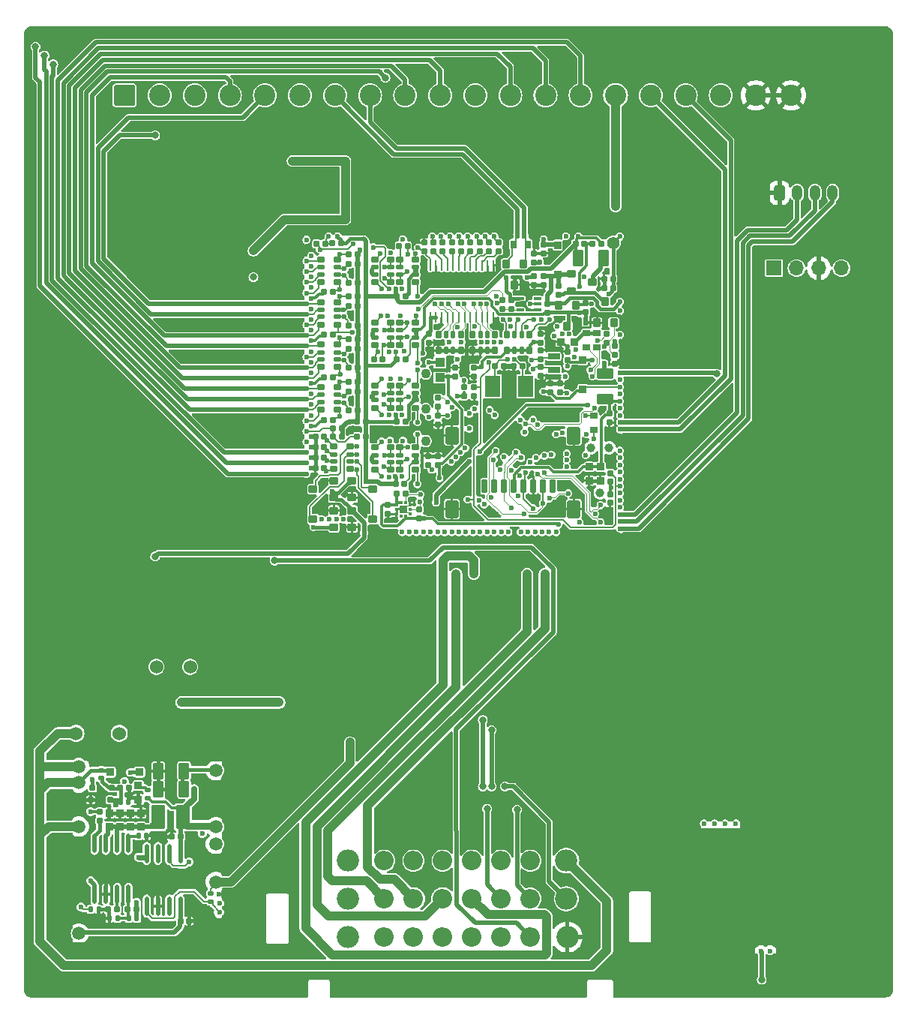
<source format=gbl>
G75*
G70*
%OFA0B0*%
%FSLAX25Y25*%
%IPPOS*%
%LPD*%
%AMOC8*
5,1,8,0,0,1.08239X$1,22.5*
%
%AMM208*
21,1,0.025590,0.026380,0.000000,-0.000000,180.000000*
21,1,0.020470,0.031500,0.000000,-0.000000,180.000000*
1,1,0.005120,-0.010240,0.013190*
1,1,0.005120,0.010240,0.013190*
1,1,0.005120,0.010240,-0.013190*
1,1,0.005120,-0.010240,-0.013190*
%
%AMM209*
21,1,0.017720,0.027950,0.000000,-0.000000,180.000000*
21,1,0.014170,0.031500,0.000000,-0.000000,180.000000*
1,1,0.003540,-0.007090,0.013980*
1,1,0.003540,0.007090,0.013980*
1,1,0.003540,0.007090,-0.013980*
1,1,0.003540,-0.007090,-0.013980*
%
%AMM212*
21,1,0.027560,0.018900,0.000000,-0.000000,0.000000*
21,1,0.022840,0.023620,0.000000,-0.000000,0.000000*
1,1,0.004720,0.011420,-0.009450*
1,1,0.004720,-0.011420,-0.009450*
1,1,0.004720,-0.011420,0.009450*
1,1,0.004720,0.011420,0.009450*
%
%AMM214*
21,1,0.027560,0.018900,0.000000,-0.000000,90.000000*
21,1,0.022840,0.023620,0.000000,-0.000000,90.000000*
1,1,0.004720,0.009450,0.011420*
1,1,0.004720,0.009450,-0.011420*
1,1,0.004720,-0.009450,-0.011420*
1,1,0.004720,-0.009450,0.011420*
%
%AMM216*
21,1,0.035430,0.030320,0.000000,-0.000000,180.000000*
21,1,0.028350,0.037400,0.000000,-0.000000,180.000000*
1,1,0.007090,-0.014170,0.015160*
1,1,0.007090,0.014170,0.015160*
1,1,0.007090,0.014170,-0.015160*
1,1,0.007090,-0.014170,-0.015160*
%
%AMM219*
21,1,0.027560,0.030710,0.000000,-0.000000,270.000000*
21,1,0.022050,0.036220,0.000000,-0.000000,270.000000*
1,1,0.005510,-0.015350,-0.011020*
1,1,0.005510,-0.015350,0.011020*
1,1,0.005510,0.015350,0.011020*
1,1,0.005510,0.015350,-0.011020*
%
%AMM240*
21,1,0.033470,0.026770,0.000000,-0.000000,0.000000*
21,1,0.026770,0.033470,0.000000,-0.000000,0.000000*
1,1,0.006690,0.013390,-0.013390*
1,1,0.006690,-0.013390,-0.013390*
1,1,0.006690,-0.013390,0.013390*
1,1,0.006690,0.013390,0.013390*
%
%AMM241*
21,1,0.025590,0.026380,0.000000,-0.000000,270.000000*
21,1,0.020470,0.031500,0.000000,-0.000000,270.000000*
1,1,0.005120,-0.013190,-0.010240*
1,1,0.005120,-0.013190,0.010240*
1,1,0.005120,0.013190,0.010240*
1,1,0.005120,0.013190,-0.010240*
%
%AMM242*
21,1,0.017720,0.027950,0.000000,-0.000000,270.000000*
21,1,0.014170,0.031500,0.000000,-0.000000,270.000000*
1,1,0.003540,-0.013980,-0.007090*
1,1,0.003540,-0.013980,0.007090*
1,1,0.003540,0.013980,0.007090*
1,1,0.003540,0.013980,-0.007090*
%
%AMM243*
21,1,0.033470,0.026770,0.000000,-0.000000,270.000000*
21,1,0.026770,0.033470,0.000000,-0.000000,270.000000*
1,1,0.006690,-0.013390,-0.013390*
1,1,0.006690,-0.013390,0.013390*
1,1,0.006690,0.013390,0.013390*
1,1,0.006690,0.013390,-0.013390*
%
%AMM244*
21,1,0.078740,0.045670,0.000000,-0.000000,90.000000*
21,1,0.067320,0.057090,0.000000,-0.000000,90.000000*
1,1,0.011420,0.022840,0.033660*
1,1,0.011420,0.022840,-0.033660*
1,1,0.011420,-0.022840,-0.033660*
1,1,0.011420,-0.022840,0.033660*
%
%AMM245*
21,1,0.059060,0.020470,0.000000,-0.000000,90.000000*
21,1,0.053940,0.025590,0.000000,-0.000000,90.000000*
1,1,0.005120,0.010240,0.026970*
1,1,0.005120,0.010240,-0.026970*
1,1,0.005120,-0.010240,-0.026970*
1,1,0.005120,-0.010240,0.026970*
%
%AMM246*
21,1,0.035430,0.030320,0.000000,-0.000000,90.000000*
21,1,0.028350,0.037400,0.000000,-0.000000,90.000000*
1,1,0.007090,0.015160,0.014170*
1,1,0.007090,0.015160,-0.014170*
1,1,0.007090,-0.015160,-0.014170*
1,1,0.007090,-0.015160,0.014170*
%
%AMM247*
21,1,0.012600,0.028980,0.000000,-0.000000,90.000000*
21,1,0.010080,0.031500,0.000000,-0.000000,90.000000*
1,1,0.002520,0.014490,0.005040*
1,1,0.002520,0.014490,-0.005040*
1,1,0.002520,-0.014490,-0.005040*
1,1,0.002520,-0.014490,0.005040*
%
%AMM248*
21,1,0.070870,0.036220,0.000000,-0.000000,270.000000*
21,1,0.061810,0.045280,0.000000,-0.000000,270.000000*
1,1,0.009060,-0.018110,-0.030910*
1,1,0.009060,-0.018110,0.030910*
1,1,0.009060,0.018110,0.030910*
1,1,0.009060,0.018110,-0.030910*
%
%AMM249*
21,1,0.035830,0.026770,0.000000,-0.000000,270.000000*
21,1,0.029130,0.033470,0.000000,-0.000000,270.000000*
1,1,0.006690,-0.013390,-0.014570*
1,1,0.006690,-0.013390,0.014570*
1,1,0.006690,0.013390,0.014570*
1,1,0.006690,0.013390,-0.014570*
%
%AMM250*
21,1,0.027560,0.049610,0.000000,-0.000000,270.000000*
21,1,0.022050,0.055120,0.000000,-0.000000,270.000000*
1,1,0.005510,-0.024800,-0.011020*
1,1,0.005510,-0.024800,0.011020*
1,1,0.005510,0.024800,0.011020*
1,1,0.005510,0.024800,-0.011020*
%
%AMM251*
21,1,0.070870,0.036220,0.000000,-0.000000,0.000000*
21,1,0.061810,0.045280,0.000000,-0.000000,0.000000*
1,1,0.009060,0.030910,-0.018110*
1,1,0.009060,-0.030910,-0.018110*
1,1,0.009060,-0.030910,0.018110*
1,1,0.009060,0.030910,0.018110*
%
%AMM252*
21,1,0.027560,0.030710,0.000000,-0.000000,0.000000*
21,1,0.022050,0.036220,0.000000,-0.000000,0.000000*
1,1,0.005510,0.011020,-0.015350*
1,1,0.005510,-0.011020,-0.015350*
1,1,0.005510,-0.011020,0.015350*
1,1,0.005510,0.011020,0.015350*
%
%AMM42*
21,1,0.035830,0.026770,0.000000,0.000000,0.000000*
21,1,0.029130,0.033470,0.000000,0.000000,0.000000*
1,1,0.006690,0.014570,-0.013390*
1,1,0.006690,-0.014570,-0.013390*
1,1,0.006690,-0.014570,0.013390*
1,1,0.006690,0.014570,0.013390*
%
%AMM44*
21,1,0.070870,0.036220,0.000000,0.000000,90.000000*
21,1,0.061810,0.045280,0.000000,0.000000,90.000000*
1,1,0.009060,0.018110,0.030910*
1,1,0.009060,0.018110,-0.030910*
1,1,0.009060,-0.018110,-0.030910*
1,1,0.009060,-0.018110,0.030910*
%
%AMM66*
21,1,0.023620,0.018900,0.000000,0.000000,90.000000*
21,1,0.018900,0.023620,0.000000,0.000000,90.000000*
1,1,0.004720,0.009450,0.009450*
1,1,0.004720,0.009450,-0.009450*
1,1,0.004720,-0.009450,-0.009450*
1,1,0.004720,-0.009450,0.009450*
%
%AMM67*
21,1,0.019680,0.019680,0.000000,0.000000,0.000000*
21,1,0.015750,0.023620,0.000000,0.000000,0.000000*
1,1,0.003940,0.007870,-0.009840*
1,1,0.003940,-0.007870,-0.009840*
1,1,0.003940,-0.007870,0.009840*
1,1,0.003940,0.007870,0.009840*
%
%AMM68*
21,1,0.019680,0.019680,0.000000,0.000000,270.000000*
21,1,0.015750,0.023620,0.000000,0.000000,270.000000*
1,1,0.003940,-0.009840,-0.007870*
1,1,0.003940,-0.009840,0.007870*
1,1,0.003940,0.009840,0.007870*
1,1,0.003940,0.009840,-0.007870*
%
%AMM82*
21,1,0.106300,0.050390,0.000000,0.000000,90.000000*
21,1,0.093700,0.062990,0.000000,0.000000,90.000000*
1,1,0.012600,0.025200,0.046850*
1,1,0.012600,0.025200,-0.046850*
1,1,0.012600,-0.025200,-0.046850*
1,1,0.012600,-0.025200,0.046850*
%
%AMM83*
21,1,0.033470,0.026770,0.000000,0.000000,270.000000*
21,1,0.026770,0.033470,0.000000,0.000000,270.000000*
1,1,0.006690,-0.013390,-0.013390*
1,1,0.006690,-0.013390,0.013390*
1,1,0.006690,0.013390,0.013390*
1,1,0.006690,0.013390,-0.013390*
%
%AMM84*
21,1,0.023620,0.018900,0.000000,0.000000,180.000000*
21,1,0.018900,0.023620,0.000000,0.000000,180.000000*
1,1,0.004720,-0.009450,0.009450*
1,1,0.004720,0.009450,0.009450*
1,1,0.004720,0.009450,-0.009450*
1,1,0.004720,-0.009450,-0.009450*
%
%AMM85*
21,1,0.122050,0.075590,0.000000,0.000000,180.000000*
21,1,0.103150,0.094490,0.000000,0.000000,180.000000*
1,1,0.018900,-0.051580,0.037800*
1,1,0.018900,0.051580,0.037800*
1,1,0.018900,0.051580,-0.037800*
1,1,0.018900,-0.051580,-0.037800*
%
%AMM86*
21,1,0.118110,0.083460,0.000000,0.000000,0.000000*
21,1,0.097240,0.104330,0.000000,0.000000,0.000000*
1,1,0.020870,0.048620,-0.041730*
1,1,0.020870,-0.048620,-0.041730*
1,1,0.020870,-0.048620,0.041730*
1,1,0.020870,0.048620,0.041730*
%
%ADD10C,0.06000*%
%ADD100C,0.05512*%
%ADD11C,0.02362*%
%ADD12R,0.24350X0.00984*%
%ADD13R,0.04390X0.00984*%
%ADD135R,0.01378X0.01476*%
%ADD136R,0.01968X0.01968*%
%ADD14R,0.00984X0.56201*%
%ADD140M42*%
%ADD142R,0.01476X0.01378*%
%ADD145M44*%
%ADD15R,0.00984X0.59449*%
%ADD16R,0.20374X0.00984*%
%ADD17O,0.04724X0.06890*%
%ADD173M66*%
%ADD174M67*%
%ADD175M68*%
%ADD176O,0.00787X0.40158*%
%ADD177C,0.02756*%
%ADD18C,0.05906*%
%ADD19O,0.00787X0.12992*%
%ADD193M82*%
%ADD194M83*%
%ADD195M84*%
%ADD196O,0.01968X0.08661*%
%ADD197M85*%
%ADD198M86*%
%ADD20O,0.00787X0.40157*%
%ADD21O,0.00787X0.01181*%
%ADD22O,0.66929X0.00787*%
%ADD23O,0.60630X0.00787*%
%ADD24O,0.00787X0.18898*%
%ADD25O,0.00787X0.10236*%
%ADD256O,0.00984X0.04961*%
%ADD259R,0.06693X0.09449*%
%ADD26O,0.00787X0.03937*%
%ADD261R,0.04331X0.03937*%
%ADD27O,0.00787X0.05906*%
%ADD28R,0.06693X0.06693*%
%ADD29O,0.06693X0.06693*%
%ADD30O,0.09843X0.09843*%
%ADD31O,0.08661X0.08661*%
%ADD32R,0.14567X0.00787*%
%ADD33R,0.01575X0.00787*%
%ADD338M208*%
%ADD339M209*%
%ADD34R,0.06299X0.00787*%
%ADD342M212*%
%ADD344M214*%
%ADD346M216*%
%ADD349M219*%
%ADD35R,0.38189X0.00787*%
%ADD36R,0.09055X0.00787*%
%ADD37R,0.00787X0.05512*%
%ADD370M240*%
%ADD371M241*%
%ADD372M242*%
%ADD373M243*%
%ADD374M244*%
%ADD375M245*%
%ADD376M246*%
%ADD377M247*%
%ADD378M248*%
%ADD379M249*%
%ADD38R,0.00787X0.25197*%
%ADD380M250*%
%ADD381M251*%
%ADD382M252*%
%ADD39R,0.00787X0.06693*%
%ADD40R,0.00787X0.12992*%
%ADD41R,0.27559X0.00787*%
%ADD42R,0.12992X0.00787*%
%ADD43R,0.24803X0.00787*%
%ADD44C,0.09449*%
%ADD45C,0.03150*%
%ADD46C,0.01969*%
%ADD47C,0.03937*%
%ADD48C,0.00984*%
%ADD51C,0.00591*%
%ADD55C,0.00787*%
%ADD60C,0.01968*%
%ADD94C,0.00492*%
%ADD95C,0.01575*%
%ADD96C,0.01181*%
%ADD97C,0.01260*%
%ADD98C,0.04331*%
%ADD99C,0.03900*%
X0000000Y0000000D02*
%LPD*%
G01*
D10*
X0059626Y0147638D03*
X0074626Y0147638D03*
D11*
X0312500Y0078051D03*
X0317224Y0078051D03*
X0307776Y0078051D03*
X0303051Y0078051D03*
D12*
X0313553Y0020374D03*
D13*
X0337372Y0020374D03*
D14*
X0301870Y0047982D03*
D15*
X0339075Y0049606D03*
D16*
X0329380Y0078839D03*
D11*
X0328484Y0021260D03*
X0332421Y0021260D03*
G36*
G01*
X0334252Y0355807D02*
X0334252Y0360728D01*
G75*
G02*
X0335236Y0361713I0000984J0000000D01*
G01*
X0337992Y0361713D01*
G75*
G02*
X0338976Y0360728I0000000J-000984D01*
G01*
X0338976Y0355807D01*
G75*
G02*
X0337992Y0354823I-000984J0000000D01*
G01*
X0335236Y0354823D01*
G75*
G02*
X0334252Y0355807I0000000J0000984D01*
G01*
G37*
D17*
X0344488Y0358268D03*
X0352362Y0358268D03*
X0360236Y0358268D03*
D10*
X0043110Y0118110D03*
X0023819Y0118110D03*
D18*
X0086122Y0101673D03*
X0086122Y0076476D03*
X0086122Y0068996D03*
X0086122Y0052067D03*
D11*
X0087894Y0042618D03*
X0087894Y0038681D03*
D19*
X0022539Y0086516D03*
D20*
X0022539Y0053051D03*
D21*
X0022539Y0025098D03*
D22*
X0055610Y0024902D03*
D23*
X0058760Y0106004D03*
D18*
X0086122Y0027461D03*
D21*
X0088681Y0105807D03*
D24*
X0088681Y0089272D03*
D25*
X0088681Y0060335D03*
D26*
X0088681Y0046555D03*
D27*
X0088681Y0033563D03*
D18*
X0025098Y0103445D03*
X0025098Y0096161D03*
X0025098Y0076673D03*
X0025098Y0029232D03*
D28*
X0334173Y0324803D03*
D29*
X0344173Y0324803D03*
X0354173Y0324803D03*
X0364173Y0324803D03*
D30*
X0144884Y0061539D03*
D31*
X0160884Y0061539D03*
X0173884Y0061539D03*
X0186884Y0061539D03*
X0199884Y0061539D03*
X0212884Y0061539D03*
X0225884Y0061539D03*
D30*
X0241884Y0061539D03*
X0144900Y0044643D03*
D31*
X0160900Y0044643D03*
X0173900Y0044643D03*
X0186900Y0044643D03*
X0199900Y0044643D03*
X0212900Y0044643D03*
X0225900Y0044643D03*
D30*
X0241900Y0044643D03*
X0144884Y0027539D03*
D31*
X0160884Y0027539D03*
X0173884Y0027539D03*
X0186884Y0027539D03*
X0199884Y0027539D03*
X0212884Y0027539D03*
X0225884Y0027539D03*
D30*
X0242267Y0027539D03*
D11*
X0151969Y0207480D03*
X0168898Y0207480D03*
X0172047Y0207480D03*
X0175197Y0207480D03*
X0178346Y0207480D03*
X0181496Y0207480D03*
X0184646Y0207480D03*
X0187795Y0207480D03*
X0190945Y0207480D03*
X0194095Y0207480D03*
X0197244Y0207480D03*
X0200394Y0207480D03*
X0203543Y0207480D03*
X0206693Y0207480D03*
X0209843Y0207480D03*
X0212992Y0207480D03*
X0216142Y0207480D03*
X0221654Y0207480D03*
X0224803Y0207480D03*
X0227953Y0207480D03*
X0231102Y0207480D03*
X0234252Y0207480D03*
X0237402Y0207480D03*
D32*
X0256496Y0339764D03*
D33*
X0244488Y0339764D03*
D32*
X0232480Y0339764D03*
D34*
X0214961Y0339764D03*
D35*
X0161221Y0339764D03*
D36*
X0129724Y0339764D03*
D37*
X0125591Y0332677D03*
D38*
X0266535Y0324409D03*
D39*
X0266535Y0300591D03*
D40*
X0266535Y0286811D03*
D37*
X0266535Y0248425D03*
D38*
X0125591Y0218898D03*
D41*
X0253150Y0206693D03*
D33*
X0218898Y0206693D03*
D42*
X0160433Y0206693D03*
D43*
X0137598Y0206693D03*
D11*
X0265748Y0209055D03*
X0265748Y0212205D03*
X0265748Y0215354D03*
X0265748Y0218504D03*
X0265748Y0221654D03*
X0265748Y0224803D03*
X0265748Y0227953D03*
X0265748Y0231102D03*
X0265748Y0234252D03*
X0265748Y0237402D03*
X0265748Y0240551D03*
X0265748Y0243701D03*
X0265748Y0253150D03*
X0265748Y0256299D03*
X0265748Y0259449D03*
X0265748Y0262598D03*
X0265748Y0265748D03*
X0265748Y0268898D03*
X0265748Y0272047D03*
X0265748Y0275197D03*
X0265748Y0278346D03*
X0265748Y0295276D03*
X0265748Y0305906D03*
X0265748Y0309842D03*
X0265748Y0338976D03*
X0126378Y0233464D03*
X0126378Y0238189D03*
X0126378Y0242913D03*
X0126378Y0247638D03*
X0126378Y0252362D03*
X0126378Y0257087D03*
X0126378Y0261811D03*
X0126378Y0266535D03*
X0126378Y0271260D03*
X0126378Y0275984D03*
X0126378Y0280709D03*
X0126378Y0285433D03*
X0126378Y0290157D03*
X0126378Y0294882D03*
X0126378Y0299606D03*
X0126378Y0304331D03*
X0126378Y0309055D03*
X0126378Y0313780D03*
X0126378Y0318504D03*
X0126378Y0323228D03*
X0126378Y0327953D03*
X0126378Y0337402D03*
X0136221Y0338976D03*
X0140158Y0338976D03*
X0182283Y0338976D03*
X0186221Y0338976D03*
X0190157Y0338976D03*
X0194094Y0338976D03*
X0198031Y0338976D03*
X0201969Y0338976D03*
X0205906Y0338976D03*
X0209843Y0338976D03*
X0220079Y0338976D03*
X0223228Y0338976D03*
X0241732Y0338976D03*
X0247244Y0338976D03*
G36*
G01*
X0040787Y0397835D02*
X0040787Y0405315D01*
G75*
G02*
X0041772Y0406299I0000984J0000000D01*
G01*
X0049252Y0406299D01*
G75*
G02*
X0050236Y0405315I0000000J-000984D01*
G01*
X0050236Y0397835D01*
G75*
G02*
X0049252Y0396850I-000984J0000000D01*
G01*
X0041772Y0396850D01*
G75*
G02*
X0040787Y0397835I0000000J0000984D01*
G01*
G37*
D44*
X0061102Y0401575D03*
X0076693Y0401575D03*
X0092283Y0401575D03*
X0107874Y0401575D03*
X0123465Y0401575D03*
X0139055Y0401575D03*
X0154646Y0401575D03*
X0170236Y0401575D03*
X0185827Y0401575D03*
X0201417Y0401575D03*
X0217008Y0401575D03*
X0232598Y0401575D03*
X0248189Y0401575D03*
X0263780Y0401575D03*
X0279370Y0401575D03*
X0294961Y0401575D03*
X0310551Y0401575D03*
X0326142Y0401575D03*
X0341732Y0401575D03*
D45*
X0120079Y0224409D03*
X0362205Y0287402D03*
X0055118Y0374016D03*
X0135827Y0187008D03*
X0082677Y0374016D03*
X0015748Y0086614D03*
X0350394Y0287402D03*
X0375984Y0423228D03*
X0047244Y0374016D03*
X0177165Y0072835D03*
X0051181Y0374016D03*
X0265748Y0188976D03*
X0159449Y0200787D03*
X0120079Y0216535D03*
X0381890Y0009843D03*
X0362205Y0279528D03*
X0379921Y0413386D03*
X0352362Y0267717D03*
X0368110Y0419291D03*
X0374016Y0013780D03*
X0161417Y0348425D03*
X0094488Y0047244D03*
X0372047Y0413386D03*
X0167323Y0200787D03*
X0125984Y0120079D03*
X0379921Y0421260D03*
X0183071Y0090551D03*
X0120079Y0228346D03*
X0125984Y0100394D03*
X0098425Y0336614D03*
X0131890Y0187008D03*
X0379921Y0417323D03*
X0381890Y0013780D03*
X0370079Y0011811D03*
X0379921Y0409449D03*
X0314961Y0017717D03*
X0346457Y0301181D03*
X0381890Y0021654D03*
X0059055Y0374016D03*
X0273622Y0287402D03*
X0352362Y0259843D03*
X0224409Y0194882D03*
X0125984Y0112205D03*
X0350394Y0299213D03*
X0358268Y0287402D03*
X0356299Y0275591D03*
X0244094Y0169291D03*
X0354331Y0287402D03*
X0273622Y0267717D03*
X0165354Y0348425D03*
X0244094Y0173228D03*
X0244094Y0177165D03*
X0318898Y0017717D03*
X0348425Y0267717D03*
X0381890Y0017717D03*
X0070866Y0204724D03*
X0338583Y0287402D03*
X0125984Y0108268D03*
X0183071Y0072835D03*
X0366142Y0287402D03*
X0346457Y0271654D03*
X0377953Y0007874D03*
X0305118Y0017717D03*
X0074803Y0374016D03*
X0350394Y0271654D03*
X0354331Y0263780D03*
X0381890Y0005906D03*
X0287402Y0411417D03*
X0120079Y0251969D03*
X0124016Y0187008D03*
X0070866Y0285433D03*
X0102362Y0340551D03*
X0352362Y0291339D03*
X0342520Y0279528D03*
X0366142Y0013780D03*
X0372047Y0417323D03*
X0163386Y0200787D03*
X0364173Y0283465D03*
X0066929Y0374016D03*
X0350394Y0263780D03*
X0273622Y0259843D03*
X0074803Y0204724D03*
X0120079Y0212598D03*
X0377953Y0015748D03*
X0377953Y0011811D03*
X0377953Y0019685D03*
X0348425Y0275591D03*
X0340551Y0283465D03*
X0309055Y0017717D03*
X0082677Y0204724D03*
X0062992Y0374016D03*
X0375984Y0415354D03*
X0273622Y0188976D03*
X0043307Y0374016D03*
X0167323Y0090551D03*
X0120079Y0220472D03*
X0070866Y0299213D03*
X0372047Y0421260D03*
X0375984Y0419291D03*
X0139764Y0187008D03*
X0112205Y0251969D03*
X0352362Y0295276D03*
X0352362Y0275591D03*
X0074803Y0299213D03*
X0269685Y0248031D03*
X0269685Y0188976D03*
X0177165Y0090551D03*
X0346457Y0287402D03*
X0273622Y0263780D03*
X0273622Y0283465D03*
X0368110Y0415354D03*
X0375984Y0411417D03*
X0370079Y0015748D03*
X0360236Y0275591D03*
X0273622Y0248031D03*
X0220472Y0194882D03*
X0273622Y0291339D03*
X0125984Y0116142D03*
X0116142Y0251969D03*
X0303150Y0411417D03*
X0169291Y0348425D03*
X0078740Y0299213D03*
X0356299Y0267717D03*
X0120079Y0208661D03*
X0379921Y0425197D03*
X0232283Y0346457D03*
X0167323Y0072835D03*
X0364173Y0417323D03*
X0358268Y0271654D03*
X0344488Y0275591D03*
X0122047Y0334646D03*
X0078740Y0204724D03*
X0078740Y0374016D03*
X0374016Y0017717D03*
X0070866Y0374016D03*
X0342520Y0287402D03*
X0125984Y0104331D03*
X0374016Y0009843D03*
X0127953Y0187008D03*
X0354331Y0271654D03*
X0102756Y0320866D03*
X0143701Y0346457D03*
X0120079Y0372441D03*
X0059055Y0196693D03*
X0102756Y0332677D03*
X0145669Y0114173D03*
X0200787Y0188976D03*
X0206693Y0084646D03*
X0070866Y0131890D03*
X0114173Y0131890D03*
X0192913Y0188976D03*
X0232283Y0188976D03*
X0219978Y0084152D03*
X0224409Y0188976D03*
X0328740Y0008661D03*
X0214567Y0094488D03*
X0112205Y0194882D03*
X0263780Y0352362D03*
X0059055Y0383858D03*
X0005906Y0423228D03*
X0009843Y0419291D03*
X0013780Y0415354D03*
X0161417Y0409449D03*
X0308797Y0277818D03*
X0204724Y0094488D03*
X0204724Y0124016D03*
X0208661Y0119488D03*
X0208661Y0094488D03*
D46*
X0336614Y0368110D02*
X0336614Y0358268D01*
X0368110Y0366142D02*
X0360236Y0374016D01*
X0360236Y0374016D02*
X0342520Y0374016D01*
X0341732Y0401575D02*
X0326142Y0401575D01*
X0354173Y0338425D02*
X0368110Y0352362D01*
X0336614Y0396457D02*
X0341732Y0401575D01*
X0336614Y0358268D02*
X0336614Y0396457D01*
X0342520Y0374016D02*
X0336614Y0368110D01*
X0368110Y0352362D02*
X0368110Y0366142D01*
X0354173Y0324803D02*
X0354173Y0338425D01*
X0292520Y0253150D02*
X0314961Y0275591D01*
X0265748Y0253150D02*
X0292520Y0253150D01*
X0314961Y0275591D02*
X0314961Y0381575D01*
X0314961Y0381575D02*
X0294961Y0401575D01*
X0291732Y0256299D02*
X0312402Y0276969D01*
X0312402Y0368543D02*
X0279370Y0401575D01*
X0265748Y0256299D02*
X0291732Y0256299D01*
X0312402Y0276969D02*
X0312402Y0368543D01*
X0151969Y0207480D02*
X0151969Y0205118D01*
D47*
X0120079Y0372441D02*
X0143701Y0372441D01*
X0143701Y0346457D02*
X0131890Y0346457D01*
D46*
X0144882Y0198031D02*
X0060394Y0198031D01*
X0060394Y0198031D02*
X0059055Y0196693D01*
D47*
X0143701Y0372441D02*
X0143701Y0346457D01*
X0131890Y0346457D02*
X0116535Y0346457D01*
D46*
X0151969Y0205118D02*
X0144882Y0198031D01*
D47*
X0116535Y0346457D02*
X0102756Y0332677D01*
X0007874Y0110236D02*
X0015748Y0118110D01*
X0007874Y0092520D02*
X0007874Y0102362D01*
X0011713Y0076673D02*
X0025098Y0076673D01*
X0007874Y0092520D02*
X0011516Y0096161D01*
X0018504Y0014961D02*
X0007874Y0025591D01*
X0007874Y0072835D02*
X0011713Y0076673D01*
X0011516Y0096161D02*
X0025098Y0096161D01*
X0015748Y0118110D02*
X0023819Y0118110D01*
X0259843Y0043581D02*
X0259843Y0021654D01*
X0007874Y0102362D02*
X0008957Y0103445D01*
X0241884Y0061539D02*
X0259843Y0043581D01*
X0007874Y0102362D02*
X0007874Y0110236D01*
X0007874Y0025591D02*
X0007874Y0072835D01*
X0007874Y0072835D02*
X0007874Y0092520D01*
X0008957Y0103445D02*
X0025098Y0103445D01*
X0253150Y0014961D02*
X0018504Y0014961D01*
X0259843Y0021654D02*
X0253150Y0014961D01*
X0145669Y0114173D02*
X0145669Y0105107D01*
X0092630Y0052067D02*
X0086122Y0052067D01*
X0145669Y0105107D02*
X0092630Y0052067D01*
X0232970Y0020372D02*
X0232283Y0019685D01*
X0232283Y0019685D02*
X0137795Y0019685D01*
X0188976Y0196850D02*
X0198819Y0196850D01*
X0187008Y0194882D02*
X0188976Y0196850D01*
X0187008Y0139764D02*
X0187008Y0194882D01*
X0199900Y0044643D02*
X0206987Y0037557D01*
X0137795Y0019685D02*
X0125984Y0031496D01*
X0125984Y0031496D02*
X0125984Y0078740D01*
X0125984Y0078740D02*
X0187008Y0139764D01*
X0232970Y0036715D02*
X0232970Y0020372D01*
X0198819Y0196850D02*
X0200787Y0194882D01*
X0232128Y0037557D02*
X0232970Y0036715D01*
X0206987Y0037557D02*
X0232128Y0037557D01*
X0200787Y0194882D02*
X0200787Y0188976D01*
D46*
X0206693Y0084646D02*
X0206693Y0050850D01*
X0206693Y0050850D02*
X0212900Y0044643D01*
D47*
X0114173Y0131890D02*
X0070866Y0131890D01*
X0186900Y0044643D02*
X0179223Y0036966D01*
X0131102Y0042126D02*
X0131102Y0076760D01*
X0192913Y0138571D02*
X0192913Y0188976D01*
X0179223Y0036966D02*
X0136262Y0036966D01*
X0131102Y0076760D02*
X0192913Y0138571D01*
X0136262Y0036966D02*
X0131102Y0042126D01*
X0153543Y0058681D02*
X0153543Y0085838D01*
X0153543Y0085838D02*
X0232283Y0164579D01*
X0159075Y0053150D02*
X0153543Y0058681D01*
X0165394Y0053150D02*
X0159075Y0053150D01*
X0232283Y0164579D02*
X0232283Y0188976D01*
X0173900Y0044643D02*
X0165394Y0053150D01*
D46*
X0219978Y0084152D02*
X0219978Y0050565D01*
X0219978Y0050565D02*
X0225900Y0044643D01*
D47*
X0135827Y0074803D02*
X0224409Y0163386D01*
X0152969Y0052575D02*
X0137795Y0052575D01*
X0160900Y0044643D02*
X0152969Y0052575D01*
X0135827Y0054543D02*
X0135827Y0074803D01*
X0137795Y0052575D02*
X0135827Y0054543D01*
X0224409Y0163386D02*
X0224409Y0188976D01*
D46*
X0328740Y0021004D02*
X0328484Y0021260D01*
X0328740Y0008661D02*
X0328740Y0021004D01*
X0225884Y0061539D02*
X0225884Y0064467D01*
X0234252Y0052291D02*
X0241900Y0044643D01*
X0214567Y0094488D02*
X0218504Y0094488D01*
X0234252Y0078740D02*
X0234252Y0052291D01*
X0218504Y0094488D02*
X0234252Y0078740D01*
X0112205Y0194882D02*
X0181102Y0194882D01*
X0187008Y0200787D02*
X0226378Y0200787D01*
X0236024Y0191142D02*
X0236024Y0163029D01*
X0226378Y0200787D02*
X0236024Y0191142D01*
X0181102Y0194882D02*
X0187008Y0200787D01*
X0201301Y0033817D02*
X0219607Y0033817D01*
X0192913Y0119919D02*
X0192913Y0074803D01*
X0236024Y0163029D02*
X0192913Y0119919D01*
X0193002Y0042116D02*
X0201301Y0033817D01*
X0193002Y0074714D02*
X0193002Y0042116D01*
X0219607Y0033817D02*
X0225884Y0027539D01*
X0192913Y0074803D02*
X0193002Y0074714D01*
D47*
X0263780Y0352362D02*
X0263780Y0401575D01*
D46*
X0217008Y0414291D02*
X0217008Y0401575D01*
X0020866Y0322562D02*
X0020866Y0406027D01*
X0211220Y0420079D02*
X0217008Y0414291D01*
X0020866Y0406027D02*
X0034918Y0420079D01*
X0072168Y0271260D02*
X0020866Y0322562D01*
X0126378Y0271260D02*
X0072168Y0271260D01*
X0034918Y0420079D02*
X0211220Y0420079D01*
X0036841Y0414764D02*
X0163976Y0414764D01*
X0025984Y0324682D02*
X0025984Y0403907D01*
X0069958Y0280709D02*
X0025984Y0324682D01*
X0126378Y0280709D02*
X0069958Y0280709D01*
X0170236Y0408504D02*
X0170236Y0401575D01*
X0025984Y0403907D02*
X0036841Y0414764D01*
X0163976Y0414764D02*
X0170236Y0408504D01*
X0031102Y0326847D02*
X0031102Y0401787D01*
X0031102Y0401787D02*
X0038961Y0409646D01*
X0038961Y0409646D02*
X0090551Y0409646D01*
X0090551Y0409646D02*
X0092283Y0407913D01*
X0092283Y0407913D02*
X0092283Y0401575D01*
X0126378Y0294882D02*
X0063068Y0294882D01*
X0063068Y0294882D02*
X0031102Y0326847D01*
X0126378Y0309055D02*
X0056133Y0309055D01*
X0036220Y0376772D02*
X0043307Y0383858D01*
X0036220Y0328967D02*
X0036220Y0376772D01*
X0056133Y0309055D02*
X0036220Y0328967D01*
X0043307Y0383858D02*
X0059055Y0383858D01*
X0220079Y0351105D02*
X0195790Y0375394D01*
X0220079Y0338976D02*
X0220079Y0351105D01*
X0165236Y0375394D02*
X0139055Y0401575D01*
X0195790Y0375394D02*
X0165236Y0375394D01*
X0007874Y0316929D02*
X0007874Y0407480D01*
X0091339Y0233464D02*
X0007874Y0316929D01*
X0126378Y0233464D02*
X0091339Y0233464D01*
X0007874Y0407480D02*
X0005906Y0409449D01*
X0005906Y0409449D02*
X0005906Y0423228D01*
X0185827Y0412598D02*
X0185827Y0401575D01*
X0023425Y0323622D02*
X0023425Y0404967D01*
X0181102Y0417323D02*
X0185827Y0412598D01*
X0071063Y0275984D02*
X0023425Y0323622D01*
X0126378Y0275984D02*
X0071063Y0275984D01*
X0023425Y0404967D02*
X0035781Y0417323D01*
X0035781Y0417323D02*
X0181102Y0417323D01*
X0009843Y0412992D02*
X0010630Y0412205D01*
X0126378Y0238189D02*
X0090763Y0238189D01*
X0009843Y0419291D02*
X0009843Y0412992D01*
X0010630Y0318322D02*
X0046366Y0282586D01*
X0010630Y0412205D02*
X0010630Y0318322D01*
X0090763Y0238189D02*
X0046366Y0282586D01*
X0089658Y0242913D02*
X0013189Y0319382D01*
X0013189Y0319382D02*
X0013189Y0409843D01*
X0126378Y0242913D02*
X0089658Y0242913D01*
X0013780Y0410433D02*
X0013780Y0415354D01*
X0013189Y0409843D02*
X0013780Y0410433D01*
X0033661Y0327907D02*
X0033661Y0378150D01*
X0126378Y0304331D02*
X0057238Y0304331D01*
X0098031Y0391732D02*
X0107874Y0401575D01*
X0047244Y0391732D02*
X0098031Y0391732D01*
X0057238Y0304331D02*
X0033661Y0327907D01*
X0033661Y0378150D02*
X0047244Y0391732D01*
X0242126Y0425197D02*
X0032798Y0425197D01*
X0032798Y0425197D02*
X0015748Y0408147D01*
X0015748Y0408147D02*
X0015748Y0320442D01*
X0015748Y0320442D02*
X0074379Y0261811D01*
X0248189Y0419134D02*
X0242126Y0425197D01*
X0074379Y0261811D02*
X0126378Y0261811D01*
X0248189Y0401575D02*
X0248189Y0419134D01*
X0196850Y0377953D02*
X0166296Y0377953D01*
X0154646Y0389603D02*
X0154646Y0401575D01*
X0223228Y0338976D02*
X0223228Y0351575D01*
X0166296Y0377953D02*
X0154646Y0389603D01*
X0223228Y0351575D02*
X0196850Y0377953D01*
X0028543Y0325787D02*
X0028543Y0402847D01*
X0126378Y0290157D02*
X0064173Y0290157D01*
X0158661Y0412205D02*
X0161417Y0409449D01*
X0064173Y0290157D02*
X0028543Y0325787D01*
X0037901Y0412205D02*
X0158661Y0412205D01*
X0028543Y0402847D02*
X0037901Y0412205D01*
X0018307Y0407087D02*
X0033858Y0422638D01*
X0019806Y0320003D02*
X0018307Y0321502D01*
X0232598Y0417008D02*
X0232598Y0401575D01*
X0033858Y0422638D02*
X0226969Y0422638D01*
X0226969Y0422638D02*
X0232598Y0417008D01*
X0018307Y0321502D02*
X0018307Y0407087D01*
X0126378Y0266535D02*
X0073274Y0266535D01*
X0073274Y0266535D02*
X0019806Y0320003D01*
X0308268Y0278346D02*
X0265748Y0278346D01*
X0308797Y0277818D02*
X0308268Y0278346D01*
X0204724Y0094488D02*
X0204724Y0124016D01*
X0208661Y0094488D02*
X0208661Y0119488D01*
X0360236Y0354331D02*
X0342520Y0336614D01*
X0360236Y0358268D02*
X0360236Y0354331D01*
X0322835Y0334964D02*
X0322835Y0257874D01*
X0342520Y0336614D02*
X0324485Y0336614D01*
X0274016Y0209055D02*
X0265748Y0209055D01*
X0324485Y0336614D02*
X0322835Y0334964D01*
X0322835Y0257874D02*
X0274016Y0209055D01*
X0323425Y0339173D02*
X0320276Y0336024D01*
X0341142Y0339173D02*
X0323425Y0339173D01*
X0352362Y0358268D02*
X0352362Y0350394D01*
X0352362Y0350394D02*
X0341142Y0339173D01*
X0320276Y0336024D02*
X0320276Y0259252D01*
X0320276Y0259252D02*
X0273228Y0212205D01*
X0273228Y0212205D02*
X0265748Y0212205D01*
X0317717Y0337084D02*
X0322365Y0341732D01*
X0272441Y0215354D02*
X0317717Y0260630D01*
X0344488Y0346457D02*
X0344488Y0358268D01*
X0317717Y0260630D02*
X0317717Y0337084D01*
X0339764Y0341732D02*
X0344488Y0346457D01*
X0322365Y0341732D02*
X0339764Y0341732D01*
X0265748Y0215354D02*
X0272441Y0215354D01*
G36*
X0122909Y0078321D02*
G01*
X0123129Y0078156D01*
X0123225Y0077898D01*
X0123226Y0077863D01*
X0123226Y0031768D01*
X0123226Y0031224D01*
X0123226Y0031224D01*
X0123226Y0031224D01*
X0123332Y0030692D01*
X0123332Y0030692D01*
X0123540Y0030190D01*
X0123842Y0029738D01*
X0123842Y0029738D01*
X0135028Y0018552D01*
X0135160Y0018310D01*
X0135140Y0018036D01*
X0134976Y0017816D01*
X0134718Y0017720D01*
X0134683Y0017719D01*
X0019848Y0017719D01*
X0019585Y0017796D01*
X0019503Y0017861D01*
X0010775Y0026590D01*
X0010643Y0026831D01*
X0010632Y0026935D01*
X0010632Y0071490D01*
X0010709Y0071754D01*
X0010775Y0071835D01*
X0012712Y0073772D01*
X0012953Y0073904D01*
X0013057Y0073915D01*
X0022051Y0073915D01*
X0022315Y0073838D01*
X0022495Y0073630D01*
X0022539Y0073427D01*
X0022539Y0031876D01*
X0022462Y0031612D01*
X0022414Y0031549D01*
X0022214Y0031328D01*
X0022214Y0031328D01*
X0021842Y0030682D01*
X0021842Y0030682D01*
X0021656Y0030109D01*
X0021612Y0029973D01*
X0021534Y0029232D01*
X0021612Y0028491D01*
X0021612Y0028491D01*
X0021842Y0027782D01*
X0021842Y0027782D01*
X0022214Y0027137D01*
X0022396Y0026935D01*
X0022414Y0026915D01*
X0022533Y0026667D01*
X0022539Y0026589D01*
X0022539Y0024902D01*
X0088681Y0024902D01*
X0088681Y0036812D01*
X0088759Y0037076D01*
X0088905Y0037223D01*
X0089067Y0037327D01*
X0089401Y0037712D01*
X0089613Y0038176D01*
X0089686Y0038681D01*
X0089613Y0039186D01*
X0089401Y0039650D01*
X0089067Y0040035D01*
X0088905Y0040139D01*
X0088725Y0040347D01*
X0088681Y0040550D01*
X0088681Y0040749D01*
X0088759Y0041013D01*
X0088905Y0041160D01*
X0089067Y0041264D01*
X0089401Y0041649D01*
X0089613Y0042113D01*
X0089686Y0042618D01*
X0089613Y0043123D01*
X0089401Y0043587D01*
X0089067Y0043972D01*
X0088905Y0044076D01*
X0088725Y0044284D01*
X0088681Y0044487D01*
X0088681Y0046196D01*
X0108333Y0046196D01*
X0108333Y0025382D01*
X0108388Y0025250D01*
X0108453Y0025092D01*
X0108675Y0024870D01*
X0108965Y0024750D01*
X0108965Y0024750D01*
X0117779Y0024750D01*
X0117779Y0024750D01*
X0118069Y0024870D01*
X0118291Y0025092D01*
X0118411Y0025382D01*
X0118411Y0046196D01*
X0118291Y0046487D01*
X0118069Y0046709D01*
X0117779Y0046829D01*
X0117779Y0046829D01*
X0109279Y0046829D01*
X0108965Y0046829D01*
X0108965Y0046829D01*
X0108675Y0046709D01*
X0108453Y0046487D01*
X0108333Y0046196D01*
X0088681Y0046196D01*
X0088681Y0049018D01*
X0088759Y0049282D01*
X0088966Y0049462D01*
X0089169Y0049506D01*
X0092882Y0049506D01*
X0093215Y0049572D01*
X0093377Y0049604D01*
X0093843Y0049797D01*
X0093872Y0049817D01*
X0094262Y0050078D01*
X0122393Y0078208D01*
X0122634Y0078340D01*
X0122909Y0078321D01*
G37*
G36*
X0191019Y0119010D02*
G01*
X0191239Y0118845D01*
X0191335Y0118588D01*
X0191337Y0118553D01*
X0191337Y0075011D01*
X0191337Y0074596D01*
X0191409Y0074326D01*
X0191426Y0074199D01*
X0191426Y0065139D01*
X0191348Y0064875D01*
X0191140Y0064695D01*
X0190868Y0064656D01*
X0190618Y0064770D01*
X0190592Y0064794D01*
X0190327Y0065059D01*
X0190061Y0065325D01*
X0189446Y0065755D01*
X0189355Y0065819D01*
X0188965Y0066001D01*
X0188574Y0066183D01*
X0188574Y0066183D01*
X0188574Y0066183D01*
X0187742Y0066406D01*
X0186884Y0066481D01*
X0186884Y0066481D01*
X0186312Y0066431D01*
X0186026Y0066406D01*
X0186026Y0066406D01*
X0185194Y0066183D01*
X0185194Y0066183D01*
X0184413Y0065819D01*
X0184413Y0065819D01*
X0183707Y0065325D01*
X0183098Y0064716D01*
X0182604Y0064010D01*
X0182604Y0064010D01*
X0182240Y0063230D01*
X0182240Y0063230D01*
X0182017Y0062398D01*
X0182017Y0062398D01*
X0181942Y0061539D01*
X0181942Y0061539D01*
X0182017Y0060681D01*
X0182017Y0060681D01*
X0182240Y0059849D01*
X0182240Y0059849D01*
X0182240Y0059849D01*
X0182319Y0059679D01*
X0182604Y0059068D01*
X0182604Y0059068D01*
X0183098Y0058363D01*
X0183707Y0057754D01*
X0184413Y0057259D01*
X0185194Y0056895D01*
X0186026Y0056672D01*
X0186746Y0056609D01*
X0186884Y0056597D01*
X0186884Y0056597D01*
X0186884Y0056597D01*
X0186995Y0056607D01*
X0187742Y0056672D01*
X0188574Y0056895D01*
X0189355Y0057259D01*
X0190061Y0057754D01*
X0190592Y0058285D01*
X0190834Y0058417D01*
X0191108Y0058397D01*
X0191328Y0058233D01*
X0191424Y0057975D01*
X0191426Y0057940D01*
X0191426Y0048537D01*
X0191348Y0048273D01*
X0191140Y0048093D01*
X0190868Y0048054D01*
X0190618Y0048168D01*
X0190592Y0048192D01*
X0190204Y0048580D01*
X0189470Y0049094D01*
X0189470Y0049094D01*
X0188658Y0049473D01*
X0188658Y0049473D01*
X0187793Y0049705D01*
X0187792Y0049705D01*
X0187792Y0049705D01*
X0187792Y0049705D01*
X0187792Y0049705D01*
X0186900Y0049783D01*
X0186900Y0049783D01*
X0186008Y0049705D01*
X0186007Y0049705D01*
X0185142Y0049473D01*
X0185142Y0049473D01*
X0184330Y0049094D01*
X0184330Y0049094D01*
X0183596Y0048580D01*
X0182963Y0047947D01*
X0182449Y0047213D01*
X0182449Y0047213D01*
X0182070Y0046401D01*
X0182070Y0046401D01*
X0181838Y0045536D01*
X0181838Y0045536D01*
X0181760Y0044643D01*
X0181760Y0044643D01*
X0181840Y0043730D01*
X0181786Y0043461D01*
X0181699Y0043343D01*
X0178223Y0039867D01*
X0177982Y0039735D01*
X0177878Y0039724D01*
X0177349Y0039724D01*
X0177086Y0039802D01*
X0176905Y0040009D01*
X0176866Y0040282D01*
X0176981Y0040532D01*
X0177069Y0040612D01*
X0177126Y0040652D01*
X0177204Y0040706D01*
X0177837Y0041340D01*
X0178351Y0042073D01*
X0178730Y0042885D01*
X0178962Y0043751D01*
X0179028Y0044516D01*
X0179040Y0044643D01*
X0179040Y0044643D01*
X0178987Y0045250D01*
X0178962Y0045536D01*
X0178770Y0046250D01*
X0178730Y0046401D01*
X0178730Y0046401D01*
X0178531Y0046827D01*
X0178351Y0047213D01*
X0177837Y0047947D01*
X0177837Y0047947D01*
X0177204Y0048580D01*
X0176470Y0049094D01*
X0176470Y0049094D01*
X0175658Y0049473D01*
X0175658Y0049473D01*
X0174793Y0049705D01*
X0174792Y0049705D01*
X0174792Y0049705D01*
X0174792Y0049705D01*
X0174792Y0049705D01*
X0173900Y0049783D01*
X0173900Y0049783D01*
X0172987Y0049703D01*
X0172717Y0049757D01*
X0172599Y0049844D01*
X0167152Y0055292D01*
X0167152Y0055292D01*
X0166700Y0055594D01*
X0166198Y0055801D01*
X0166198Y0055802D01*
X0165665Y0055907D01*
X0165665Y0055907D01*
X0165665Y0055907D01*
X0162595Y0055907D01*
X0162332Y0055985D01*
X0162151Y0056193D01*
X0162112Y0056465D01*
X0162226Y0056715D01*
X0162458Y0056864D01*
X0162469Y0056867D01*
X0162540Y0056886D01*
X0162574Y0056895D01*
X0163355Y0057259D01*
X0164061Y0057754D01*
X0164670Y0058363D01*
X0165164Y0059068D01*
X0165528Y0059849D01*
X0165751Y0060681D01*
X0165826Y0061539D01*
X0165826Y0061539D01*
X0168942Y0061539D01*
X0168942Y0061539D01*
X0169017Y0060681D01*
X0169017Y0060681D01*
X0169240Y0059849D01*
X0169240Y0059849D01*
X0169240Y0059849D01*
X0169319Y0059679D01*
X0169604Y0059068D01*
X0169604Y0059068D01*
X0170098Y0058363D01*
X0170707Y0057754D01*
X0171413Y0057259D01*
X0172194Y0056895D01*
X0173026Y0056672D01*
X0173746Y0056609D01*
X0173884Y0056597D01*
X0173884Y0056597D01*
X0173884Y0056597D01*
X0173995Y0056607D01*
X0174742Y0056672D01*
X0175574Y0056895D01*
X0176355Y0057259D01*
X0177061Y0057754D01*
X0177670Y0058363D01*
X0178164Y0059068D01*
X0178528Y0059849D01*
X0178751Y0060681D01*
X0178826Y0061539D01*
X0178826Y0061539D01*
X0178811Y0061706D01*
X0178751Y0062398D01*
X0178578Y0063042D01*
X0178528Y0063230D01*
X0178528Y0063230D01*
X0178528Y0063230D01*
X0178164Y0064010D01*
X0178164Y0064010D01*
X0178164Y0064010D01*
X0177670Y0064716D01*
X0177379Y0065007D01*
X0177061Y0065325D01*
X0176446Y0065755D01*
X0176355Y0065819D01*
X0175965Y0066001D01*
X0175574Y0066183D01*
X0175574Y0066183D01*
X0175574Y0066183D01*
X0174742Y0066406D01*
X0173884Y0066481D01*
X0173884Y0066481D01*
X0173312Y0066431D01*
X0173026Y0066406D01*
X0173026Y0066406D01*
X0172194Y0066183D01*
X0172194Y0066183D01*
X0171413Y0065819D01*
X0171413Y0065819D01*
X0170707Y0065325D01*
X0170098Y0064716D01*
X0169604Y0064010D01*
X0169604Y0064010D01*
X0169240Y0063230D01*
X0169240Y0063230D01*
X0169017Y0062398D01*
X0169017Y0062398D01*
X0168942Y0061539D01*
X0165826Y0061539D01*
X0165826Y0061539D01*
X0165811Y0061706D01*
X0165751Y0062398D01*
X0165578Y0063042D01*
X0165528Y0063230D01*
X0165528Y0063230D01*
X0165528Y0063230D01*
X0165164Y0064010D01*
X0165164Y0064010D01*
X0165164Y0064010D01*
X0164670Y0064716D01*
X0164379Y0065007D01*
X0164061Y0065325D01*
X0163446Y0065755D01*
X0163355Y0065819D01*
X0162965Y0066001D01*
X0162574Y0066183D01*
X0162574Y0066183D01*
X0162574Y0066183D01*
X0161742Y0066406D01*
X0160884Y0066481D01*
X0160884Y0066481D01*
X0160312Y0066431D01*
X0160026Y0066406D01*
X0160026Y0066406D01*
X0159194Y0066183D01*
X0159194Y0066183D01*
X0158413Y0065819D01*
X0158413Y0065819D01*
X0157707Y0065325D01*
X0157135Y0064753D01*
X0156893Y0064621D01*
X0156619Y0064640D01*
X0156399Y0064805D01*
X0156302Y0065063D01*
X0156301Y0065098D01*
X0156301Y0084494D01*
X0156379Y0084758D01*
X0156444Y0084839D01*
X0190503Y0118898D01*
X0190745Y0119030D01*
X0191019Y0119010D01*
G37*
G36*
X0022315Y0093326D02*
G01*
X0022495Y0093118D01*
X0022539Y0092915D01*
X0022539Y0079919D01*
X0022462Y0079655D01*
X0022254Y0079475D01*
X0022051Y0079431D01*
X0011441Y0079431D01*
X0011215Y0079386D01*
X0010941Y0079411D01*
X0010724Y0079579D01*
X0010633Y0079839D01*
X0010632Y0079865D01*
X0010632Y0091175D01*
X0010709Y0091439D01*
X0010775Y0091520D01*
X0012515Y0093261D01*
X0012757Y0093392D01*
X0012860Y0093404D01*
X0022051Y0093404D01*
X0022315Y0093326D01*
G37*
G36*
X0225787Y0199133D02*
G01*
X0225868Y0199068D01*
X0232368Y0192568D01*
X0232500Y0192326D01*
X0232480Y0192052D01*
X0232315Y0191832D01*
X0232057Y0191735D01*
X0232023Y0191734D01*
X0232012Y0191734D01*
X0231479Y0191628D01*
X0231479Y0191628D01*
X0230977Y0191420D01*
X0230977Y0191420D01*
X0230525Y0191119D01*
X0230525Y0191119D01*
X0230141Y0190734D01*
X0230141Y0190734D01*
X0229839Y0190283D01*
X0229839Y0190283D01*
X0229632Y0189781D01*
X0229632Y0189781D01*
X0229526Y0189248D01*
X0229526Y0165923D01*
X0229448Y0165659D01*
X0229383Y0165578D01*
X0228001Y0164196D01*
X0227759Y0164064D01*
X0227485Y0164084D01*
X0227265Y0164249D01*
X0227169Y0164506D01*
X0227167Y0164541D01*
X0227167Y0189248D01*
X0227061Y0189781D01*
X0227061Y0189781D01*
X0227061Y0189781D01*
X0227061Y0189781D01*
X0226853Y0190283D01*
X0226853Y0190283D01*
X0226552Y0190734D01*
X0226552Y0190734D01*
X0226168Y0191119D01*
X0226167Y0191119D01*
X0225716Y0191420D01*
X0225716Y0191420D01*
X0225214Y0191628D01*
X0225214Y0191628D01*
X0224681Y0191734D01*
X0224681Y0191734D01*
X0224138Y0191734D01*
X0224138Y0191734D01*
X0223605Y0191628D01*
X0223605Y0191628D01*
X0223103Y0191420D01*
X0223103Y0191420D01*
X0222651Y0191119D01*
X0222651Y0191119D01*
X0222267Y0190734D01*
X0222267Y0190734D01*
X0221965Y0190283D01*
X0221965Y0190283D01*
X0221758Y0189781D01*
X0221758Y0189781D01*
X0221652Y0189248D01*
X0221652Y0164730D01*
X0221574Y0164466D01*
X0221509Y0164385D01*
X0196505Y0139381D01*
X0196263Y0139249D01*
X0195989Y0139269D01*
X0195769Y0139434D01*
X0195673Y0139692D01*
X0195671Y0139726D01*
X0195671Y0189248D01*
X0195565Y0189781D01*
X0195565Y0189781D01*
X0195565Y0189781D01*
X0195565Y0189781D01*
X0195357Y0190283D01*
X0195357Y0190283D01*
X0195056Y0190734D01*
X0195056Y0190734D01*
X0194671Y0191119D01*
X0194671Y0191119D01*
X0194220Y0191420D01*
X0194220Y0191420D01*
X0193718Y0191628D01*
X0193718Y0191628D01*
X0193185Y0191734D01*
X0193185Y0191734D01*
X0192642Y0191734D01*
X0192642Y0191734D01*
X0192109Y0191628D01*
X0192109Y0191628D01*
X0191607Y0191420D01*
X0191607Y0191420D01*
X0191155Y0191119D01*
X0191155Y0191119D01*
X0190771Y0190734D01*
X0190771Y0190734D01*
X0190660Y0190568D01*
X0190449Y0190391D01*
X0190176Y0190357D01*
X0189928Y0190476D01*
X0189783Y0190710D01*
X0189766Y0190839D01*
X0189766Y0193537D01*
X0189843Y0193801D01*
X0189909Y0193883D01*
X0189976Y0193950D01*
X0190217Y0194081D01*
X0190321Y0194093D01*
X0197474Y0194093D01*
X0197738Y0194015D01*
X0197820Y0193950D01*
X0197887Y0193883D01*
X0198018Y0193641D01*
X0198030Y0193537D01*
X0198030Y0188705D01*
X0198030Y0188705D01*
X0198030Y0188705D01*
X0198136Y0188172D01*
X0198136Y0188172D01*
X0198343Y0187670D01*
X0198343Y0187670D01*
X0198645Y0187218D01*
X0198645Y0187218D01*
X0199029Y0186834D01*
X0199029Y0186834D01*
X0199481Y0186532D01*
X0199481Y0186532D01*
X0199983Y0186324D01*
X0199983Y0186324D01*
X0199983Y0186324D01*
X0199983Y0186324D01*
X0200516Y0186219D01*
X0200516Y0186219D01*
X0201059Y0186219D01*
X0201417Y0186290D01*
X0201592Y0186324D01*
X0202094Y0186532D01*
X0202545Y0186834D01*
X0202930Y0187218D01*
X0203231Y0187670D01*
X0203439Y0188172D01*
X0203545Y0188705D01*
X0203545Y0195154D01*
X0203531Y0195224D01*
X0203439Y0195686D01*
X0203401Y0195780D01*
X0203231Y0196188D01*
X0202930Y0196640D01*
X0201192Y0198377D01*
X0201060Y0198619D01*
X0201080Y0198893D01*
X0201245Y0199113D01*
X0201503Y0199209D01*
X0201537Y0199211D01*
X0225523Y0199211D01*
X0225787Y0199133D01*
G37*
G36*
X0315822Y0273819D02*
G01*
X0316042Y0273654D01*
X0316139Y0273396D01*
X0316140Y0273361D01*
X0316140Y0261485D01*
X0316062Y0261221D01*
X0315997Y0261140D01*
X0271931Y0217074D01*
X0271689Y0216942D01*
X0271586Y0216931D01*
X0267739Y0216931D01*
X0267475Y0217009D01*
X0267295Y0217216D01*
X0267256Y0217489D01*
X0267295Y0217622D01*
X0267467Y0217999D01*
X0267540Y0218504D01*
X0267467Y0219009D01*
X0267255Y0219473D01*
X0267007Y0219759D01*
X0266893Y0220009D01*
X0266932Y0220282D01*
X0267007Y0220398D01*
X0267255Y0220685D01*
X0267467Y0221149D01*
X0267540Y0221654D01*
X0267467Y0222158D01*
X0267255Y0222622D01*
X0267255Y0222622D01*
X0267255Y0222622D01*
X0267007Y0222909D01*
X0266893Y0223159D01*
X0266932Y0223431D01*
X0267007Y0223548D01*
X0267255Y0223834D01*
X0267255Y0223834D01*
X0267255Y0223834D01*
X0267467Y0224298D01*
X0267540Y0224803D01*
X0267467Y0225308D01*
X0267255Y0225772D01*
X0267255Y0225772D01*
X0267255Y0225772D01*
X0267007Y0226058D01*
X0266893Y0226308D01*
X0266932Y0226581D01*
X0267007Y0226698D01*
X0267255Y0226984D01*
X0267255Y0226984D01*
X0267255Y0226984D01*
X0267467Y0227448D01*
X0267540Y0227953D01*
X0267467Y0228458D01*
X0267255Y0228921D01*
X0267255Y0228921D01*
X0267255Y0228921D01*
X0267007Y0229208D01*
X0266893Y0229458D01*
X0266932Y0229730D01*
X0267007Y0229847D01*
X0267255Y0230134D01*
X0267255Y0230134D01*
X0267255Y0230134D01*
X0267467Y0230598D01*
X0267540Y0231102D01*
X0267467Y0231607D01*
X0267255Y0232071D01*
X0267007Y0232357D01*
X0266893Y0232608D01*
X0266932Y0232880D01*
X0267007Y0232997D01*
X0267255Y0233283D01*
X0267467Y0233747D01*
X0267540Y0234252D01*
X0267467Y0234757D01*
X0267255Y0235221D01*
X0267255Y0235221D01*
X0267255Y0235221D01*
X0267007Y0235507D01*
X0266893Y0235757D01*
X0266932Y0236030D01*
X0267007Y0236146D01*
X0267255Y0236433D01*
X0267255Y0236433D01*
X0267255Y0236433D01*
X0267467Y0236897D01*
X0267540Y0237402D01*
X0267467Y0237906D01*
X0267255Y0238370D01*
X0267255Y0238370D01*
X0267255Y0238370D01*
X0267007Y0238657D01*
X0266893Y0238907D01*
X0266932Y0239179D01*
X0267007Y0239296D01*
X0267255Y0239582D01*
X0267255Y0239582D01*
X0267255Y0239582D01*
X0267467Y0240046D01*
X0267540Y0240551D01*
X0267467Y0241056D01*
X0267255Y0241520D01*
X0267255Y0241520D01*
X0267255Y0241520D01*
X0267007Y0241806D01*
X0266893Y0242056D01*
X0266932Y0242329D01*
X0267007Y0242446D01*
X0267255Y0242732D01*
X0267255Y0242732D01*
X0267255Y0242732D01*
X0267467Y0243196D01*
X0267540Y0243701D01*
X0267467Y0244206D01*
X0267255Y0244670D01*
X0266921Y0245055D01*
X0266760Y0245159D01*
X0266580Y0245367D01*
X0266535Y0245570D01*
X0266535Y0251085D01*
X0266613Y0251349D01*
X0266821Y0251529D01*
X0267024Y0251573D01*
X0292727Y0251573D01*
X0292727Y0251573D01*
X0293128Y0251680D01*
X0293488Y0251888D01*
X0315306Y0273706D01*
X0315548Y0273838D01*
X0315822Y0273819D01*
G37*
G36*
X0125366Y0260157D02*
G01*
X0125546Y0259949D01*
X0125591Y0259746D01*
X0125591Y0258955D01*
X0125513Y0258692D01*
X0125366Y0258545D01*
X0125205Y0258441D01*
X0125205Y0258441D01*
X0124871Y0258055D01*
X0124871Y0258055D01*
X0124659Y0257591D01*
X0124586Y0257087D01*
X0124659Y0256582D01*
X0124871Y0256118D01*
X0124871Y0256118D01*
X0125205Y0255732D01*
X0125366Y0255628D01*
X0125546Y0255421D01*
X0125591Y0255218D01*
X0125591Y0254231D01*
X0125513Y0253967D01*
X0125366Y0253820D01*
X0125205Y0253716D01*
X0125205Y0253716D01*
X0124871Y0253331D01*
X0124871Y0253331D01*
X0124659Y0252867D01*
X0124586Y0252362D01*
X0124659Y0251857D01*
X0124789Y0251573D01*
X0124871Y0251393D01*
X0125205Y0251008D01*
X0125366Y0250904D01*
X0125546Y0250696D01*
X0125591Y0250493D01*
X0125591Y0249507D01*
X0125513Y0249243D01*
X0125366Y0249096D01*
X0125205Y0248992D01*
X0125205Y0248992D01*
X0124871Y0248607D01*
X0124871Y0248607D01*
X0124659Y0248143D01*
X0124586Y0247638D01*
X0124659Y0247133D01*
X0124871Y0246669D01*
X0124871Y0246669D01*
X0125205Y0246284D01*
X0125366Y0246180D01*
X0125546Y0245972D01*
X0125591Y0245769D01*
X0125591Y0244978D01*
X0125513Y0244714D01*
X0125305Y0244534D01*
X0125102Y0244490D01*
X0090513Y0244490D01*
X0090249Y0244568D01*
X0090168Y0244633D01*
X0075400Y0259401D01*
X0075268Y0259642D01*
X0075288Y0259917D01*
X0075453Y0260137D01*
X0075710Y0260233D01*
X0075745Y0260234D01*
X0125102Y0260234D01*
X0125366Y0260157D01*
G37*
G36*
X0306892Y0276692D02*
G01*
X0307015Y0276579D01*
X0307251Y0276272D01*
X0307704Y0275925D01*
X0307704Y0275925D01*
X0307704Y0275925D01*
X0308036Y0275787D01*
X0308250Y0275614D01*
X0308337Y0275353D01*
X0308269Y0275087D01*
X0308194Y0274991D01*
X0291222Y0258019D01*
X0290981Y0257887D01*
X0290877Y0257876D01*
X0267739Y0257876D01*
X0267475Y0257953D01*
X0267295Y0258161D01*
X0267256Y0258434D01*
X0267295Y0258567D01*
X0267467Y0258944D01*
X0267469Y0258955D01*
X0267540Y0259449D01*
X0267467Y0259954D01*
X0267255Y0260418D01*
X0267255Y0260418D01*
X0267255Y0260418D01*
X0267007Y0260704D01*
X0266893Y0260954D01*
X0266932Y0261226D01*
X0267007Y0261343D01*
X0267255Y0261630D01*
X0267255Y0261630D01*
X0267255Y0261630D01*
X0267467Y0262094D01*
X0267540Y0262598D01*
X0267467Y0263103D01*
X0267255Y0263567D01*
X0267255Y0263567D01*
X0267255Y0263567D01*
X0267007Y0263854D01*
X0266893Y0264104D01*
X0266932Y0264376D01*
X0267007Y0264493D01*
X0267255Y0264779D01*
X0267255Y0264779D01*
X0267255Y0264779D01*
X0267467Y0265243D01*
X0267540Y0265748D01*
X0267467Y0266253D01*
X0267255Y0266717D01*
X0267255Y0266717D01*
X0267255Y0266717D01*
X0267007Y0267003D01*
X0266893Y0267253D01*
X0266932Y0267526D01*
X0267007Y0267643D01*
X0267255Y0267929D01*
X0267255Y0267929D01*
X0267255Y0267929D01*
X0267467Y0268393D01*
X0267540Y0268898D01*
X0267467Y0269402D01*
X0267255Y0269866D01*
X0267255Y0269866D01*
X0267255Y0269866D01*
X0267007Y0270153D01*
X0266893Y0270403D01*
X0266932Y0270675D01*
X0267007Y0270792D01*
X0267255Y0271078D01*
X0267255Y0271078D01*
X0267255Y0271078D01*
X0267467Y0271542D01*
X0267540Y0272047D01*
X0267467Y0272552D01*
X0267255Y0273016D01*
X0267007Y0273302D01*
X0266893Y0273553D01*
X0266932Y0273825D01*
X0267007Y0273942D01*
X0267255Y0274228D01*
X0267467Y0274692D01*
X0267540Y0275197D01*
X0267467Y0275702D01*
X0267454Y0275731D01*
X0267295Y0276079D01*
X0267256Y0276351D01*
X0267370Y0276601D01*
X0267602Y0276750D01*
X0267739Y0276770D01*
X0306628Y0276770D01*
X0306892Y0276692D01*
G37*
G36*
X0125366Y0288503D02*
G01*
X0125546Y0288295D01*
X0125591Y0288092D01*
X0125591Y0287302D01*
X0125513Y0287038D01*
X0125366Y0286891D01*
X0125205Y0286787D01*
X0125205Y0286787D01*
X0124871Y0286402D01*
X0124871Y0286402D01*
X0124659Y0285938D01*
X0124586Y0285433D01*
X0124659Y0284928D01*
X0124871Y0284464D01*
X0124871Y0284464D01*
X0125205Y0284079D01*
X0125366Y0283975D01*
X0125546Y0283767D01*
X0125591Y0283564D01*
X0125591Y0282774D01*
X0125513Y0282510D01*
X0125305Y0282330D01*
X0125102Y0282285D01*
X0070813Y0282285D01*
X0070549Y0282363D01*
X0070468Y0282428D01*
X0065149Y0287747D01*
X0065017Y0287989D01*
X0065037Y0288263D01*
X0065202Y0288483D01*
X0065459Y0288579D01*
X0065494Y0288581D01*
X0125102Y0288581D01*
X0125366Y0288503D01*
G37*
G36*
X0125366Y0302676D02*
G01*
X0125546Y0302469D01*
X0125591Y0302266D01*
X0125591Y0301475D01*
X0125513Y0301211D01*
X0125366Y0301064D01*
X0125205Y0300960D01*
X0125205Y0300960D01*
X0124871Y0300575D01*
X0124871Y0300575D01*
X0124659Y0300111D01*
X0124586Y0299606D01*
X0124659Y0299101D01*
X0124871Y0298638D01*
X0124871Y0298638D01*
X0125205Y0298252D01*
X0125366Y0298148D01*
X0125546Y0297940D01*
X0125591Y0297737D01*
X0125591Y0296947D01*
X0125513Y0296683D01*
X0125305Y0296503D01*
X0125102Y0296459D01*
X0063923Y0296459D01*
X0063659Y0296536D01*
X0063578Y0296602D01*
X0058259Y0301921D01*
X0058127Y0302162D01*
X0058147Y0302436D01*
X0058312Y0302657D01*
X0058570Y0302753D01*
X0058604Y0302754D01*
X0125102Y0302754D01*
X0125366Y0302676D01*
G37*
G36*
X0383882Y0432279D02*
G01*
X0383921Y0432275D01*
X0384425Y0432226D01*
X0384518Y0432207D01*
X0385017Y0432056D01*
X0385105Y0432019D01*
X0385565Y0431774D01*
X0385644Y0431721D01*
X0386047Y0431390D01*
X0386114Y0431322D01*
X0386445Y0430920D01*
X0386498Y0430840D01*
X0386744Y0430381D01*
X0386780Y0430292D01*
X0386931Y0429794D01*
X0386950Y0429700D01*
X0387004Y0429158D01*
X0387006Y0429110D01*
X0387006Y0003961D01*
X0387004Y0003913D01*
X0386950Y0003371D01*
X0386931Y0003277D01*
X0386780Y0002778D01*
X0386744Y0002690D01*
X0386498Y0002231D01*
X0386445Y0002151D01*
X0386114Y0001748D01*
X0386047Y0001681D01*
X0385644Y0001350D01*
X0385565Y0001297D01*
X0385105Y0001052D01*
X0385017Y0001015D01*
X0384518Y0000864D01*
X0384424Y0000845D01*
X0383882Y0000792D01*
X0383834Y0000789D01*
X0263089Y0000789D01*
X0262825Y0000867D01*
X0262645Y0001075D01*
X0262600Y0001278D01*
X0262600Y0008031D01*
X0262600Y0008031D01*
X0262574Y0008096D01*
X0262480Y0008321D01*
X0262258Y0008543D01*
X0261968Y0008663D01*
X0261968Y0008663D01*
X0252126Y0008663D01*
X0251811Y0008663D01*
X0251811Y0008663D01*
X0251521Y0008543D01*
X0251299Y0008321D01*
X0251179Y0008031D01*
X0251179Y0001278D01*
X0251102Y0001014D01*
X0250894Y0000833D01*
X0250691Y0000789D01*
X0137104Y0000789D01*
X0136840Y0000867D01*
X0136660Y0001075D01*
X0136616Y0001278D01*
X0136616Y0008031D01*
X0136616Y0008031D01*
X0136589Y0008096D01*
X0136496Y0008321D01*
X0136274Y0008543D01*
X0135984Y0008663D01*
X0135984Y0008663D01*
X0128110Y0008663D01*
X0127796Y0008663D01*
X0127796Y0008663D01*
X0127506Y0008543D01*
X0127284Y0008321D01*
X0127163Y0008031D01*
X0127163Y0001278D01*
X0127086Y0001014D01*
X0126878Y0000833D01*
X0126675Y0000789D01*
X0003961Y0000789D01*
X0003913Y0000792D01*
X0003371Y0000845D01*
X0003277Y0000864D01*
X0002778Y0001015D01*
X0002690Y0001052D01*
X0002231Y0001297D01*
X0002151Y0001350D01*
X0001748Y0001681D01*
X0001681Y0001748D01*
X0001350Y0002151D01*
X0001297Y0002231D01*
X0001052Y0002690D01*
X0001015Y0002778D01*
X0000864Y0003277D01*
X0000845Y0003371D01*
X0000792Y0003913D01*
X0000789Y0003961D01*
X0000789Y0131618D01*
X0068108Y0131618D01*
X0068214Y0131085D01*
X0068214Y0131085D01*
X0068422Y0130583D01*
X0068422Y0130583D01*
X0068724Y0130132D01*
X0068724Y0130132D01*
X0069108Y0129748D01*
X0069108Y0129748D01*
X0069560Y0129446D01*
X0069560Y0129446D01*
X0070062Y0129238D01*
X0070062Y0129238D01*
X0070062Y0129238D01*
X0070062Y0129238D01*
X0070595Y0129132D01*
X0070595Y0129132D01*
X0114445Y0129132D01*
X0114803Y0129203D01*
X0114978Y0129238D01*
X0115480Y0129446D01*
X0115931Y0129748D01*
X0116315Y0130132D01*
X0116617Y0130583D01*
X0116825Y0131085D01*
X0116931Y0131618D01*
X0116931Y0132161D01*
X0116931Y0132161D01*
X0116825Y0132694D01*
X0116825Y0132694D01*
X0116825Y0132694D01*
X0116825Y0132694D01*
X0116617Y0133196D01*
X0116617Y0133196D01*
X0116315Y0133648D01*
X0116315Y0133648D01*
X0115931Y0134032D01*
X0115931Y0134032D01*
X0115480Y0134334D01*
X0115480Y0134334D01*
X0114978Y0134542D01*
X0114978Y0134542D01*
X0114445Y0134648D01*
X0114445Y0134648D01*
X0070595Y0134648D01*
X0070595Y0134648D01*
X0070062Y0134542D01*
X0070062Y0134542D01*
X0069560Y0134334D01*
X0069560Y0134334D01*
X0069108Y0134032D01*
X0069108Y0134032D01*
X0068724Y0133648D01*
X0068724Y0133648D01*
X0068422Y0133196D01*
X0068422Y0133196D01*
X0068214Y0132694D01*
X0068214Y0132694D01*
X0068108Y0132161D01*
X0068108Y0132161D01*
X0068108Y0131618D01*
X0068108Y0131618D01*
X0068108Y0131618D01*
X0000789Y0131618D01*
X0000789Y0147638D01*
X0056014Y0147638D01*
X0056093Y0146887D01*
X0056093Y0146887D01*
X0056326Y0146169D01*
X0056326Y0146169D01*
X0056703Y0145515D01*
X0056703Y0145515D01*
X0057209Y0144953D01*
X0057209Y0144953D01*
X0057820Y0144509D01*
X0057820Y0144509D01*
X0058510Y0144202D01*
X0059248Y0144045D01*
X0060003Y0144045D01*
X0060742Y0144202D01*
X0061432Y0144509D01*
X0062043Y0144953D01*
X0062367Y0145314D01*
X0062548Y0145515D01*
X0062548Y0145515D01*
X0062926Y0146169D01*
X0063159Y0146887D01*
X0063238Y0147638D01*
X0071014Y0147638D01*
X0071093Y0146887D01*
X0071093Y0146887D01*
X0071326Y0146169D01*
X0071326Y0146169D01*
X0071703Y0145515D01*
X0071703Y0145515D01*
X0072209Y0144953D01*
X0072209Y0144953D01*
X0072820Y0144509D01*
X0072820Y0144509D01*
X0073510Y0144202D01*
X0074248Y0144045D01*
X0075003Y0144045D01*
X0075742Y0144202D01*
X0076432Y0144509D01*
X0077043Y0144953D01*
X0077367Y0145314D01*
X0077548Y0145515D01*
X0077548Y0145515D01*
X0077926Y0146169D01*
X0078159Y0146887D01*
X0078238Y0147638D01*
X0078159Y0148389D01*
X0077926Y0149107D01*
X0077548Y0149761D01*
X0077548Y0149761D01*
X0077043Y0150322D01*
X0077043Y0150322D01*
X0076432Y0150766D01*
X0076432Y0150766D01*
X0075742Y0151073D01*
X0075003Y0151230D01*
X0074248Y0151230D01*
X0073510Y0151073D01*
X0073510Y0151073D01*
X0072820Y0150766D01*
X0072820Y0150766D01*
X0072209Y0150322D01*
X0072209Y0150322D01*
X0071703Y0149761D01*
X0071703Y0149761D01*
X0071326Y0149107D01*
X0071326Y0149107D01*
X0071093Y0148389D01*
X0071093Y0148389D01*
X0071014Y0147638D01*
X0063238Y0147638D01*
X0063159Y0148389D01*
X0062926Y0149107D01*
X0062548Y0149761D01*
X0062548Y0149761D01*
X0062043Y0150322D01*
X0062043Y0150322D01*
X0061432Y0150766D01*
X0061432Y0150766D01*
X0060742Y0151073D01*
X0060003Y0151230D01*
X0059248Y0151230D01*
X0058510Y0151073D01*
X0058510Y0151073D01*
X0057820Y0150766D01*
X0057820Y0150766D01*
X0057209Y0150322D01*
X0057209Y0150322D01*
X0056703Y0149761D01*
X0056703Y0149761D01*
X0056326Y0149107D01*
X0056326Y0149107D01*
X0056093Y0148389D01*
X0056093Y0148389D01*
X0056014Y0147638D01*
X0000789Y0147638D01*
X0000789Y0423228D01*
X0003719Y0423228D01*
X0003719Y0423228D01*
X0003794Y0422663D01*
X0003794Y0422663D01*
X0004012Y0422135D01*
X0004012Y0422135D01*
X0004228Y0421854D01*
X0004327Y0421598D01*
X0004329Y0421557D01*
X0004329Y0409656D01*
X0004329Y0409241D01*
X0004363Y0409113D01*
X0004436Y0408840D01*
X0004510Y0408712D01*
X0004644Y0408481D01*
X0004644Y0408481D01*
X0004644Y0408481D01*
X0006154Y0406970D01*
X0006286Y0406729D01*
X0006297Y0406625D01*
X0006297Y0316722D01*
X0006405Y0316321D01*
X0006508Y0316141D01*
X0006612Y0315961D01*
X0090370Y0232203D01*
X0090730Y0231995D01*
X0091131Y0231888D01*
X0125102Y0231888D01*
X0125366Y0231810D01*
X0125546Y0231602D01*
X0125591Y0231400D01*
X0125591Y0206693D01*
X0149904Y0206693D01*
X0150168Y0206615D01*
X0150348Y0206408D01*
X0150392Y0206205D01*
X0150392Y0205973D01*
X0150314Y0205710D01*
X0150249Y0205628D01*
X0144372Y0199751D01*
X0144130Y0199619D01*
X0144027Y0199608D01*
X0060631Y0199608D01*
X0060631Y0199608D01*
X0060601Y0199608D01*
X0060186Y0199608D01*
X0059922Y0199538D01*
X0059791Y0199502D01*
X0059785Y0199501D01*
X0059785Y0199501D01*
X0059532Y0199355D01*
X0059426Y0199293D01*
X0059160Y0199027D01*
X0059160Y0199027D01*
X0059160Y0199027D01*
X0059160Y0199027D01*
X0059122Y0198989D01*
X0058880Y0198858D01*
X0058840Y0198851D01*
X0058489Y0198804D01*
X0058489Y0198804D01*
X0057962Y0198586D01*
X0057509Y0198239D01*
X0057162Y0197786D01*
X0056944Y0197259D01*
X0056944Y0197259D01*
X0056869Y0196693D01*
X0056912Y0196368D01*
X0056944Y0196127D01*
X0056944Y0196127D01*
X0057162Y0195600D01*
X0057162Y0195600D01*
X0057162Y0195600D01*
X0057509Y0195147D01*
X0057962Y0194800D01*
X0058489Y0194581D01*
X0058989Y0194516D01*
X0059055Y0194507D01*
X0059055Y0194507D01*
X0059055Y0194507D01*
X0059114Y0194515D01*
X0059621Y0194581D01*
X0060148Y0194800D01*
X0060601Y0195147D01*
X0060948Y0195600D01*
X0061167Y0196127D01*
X0061167Y0196127D01*
X0061178Y0196153D01*
X0061350Y0196368D01*
X0061611Y0196454D01*
X0061629Y0196455D01*
X0109780Y0196455D01*
X0110044Y0196377D01*
X0110224Y0196169D01*
X0110263Y0195897D01*
X0110231Y0195780D01*
X0110093Y0195448D01*
X0110093Y0195448D01*
X0110019Y0194882D01*
X0110019Y0194882D01*
X0110093Y0194316D01*
X0110093Y0194316D01*
X0110312Y0193789D01*
X0110312Y0193789D01*
X0110312Y0193789D01*
X0110659Y0193336D01*
X0111112Y0192989D01*
X0111639Y0192770D01*
X0112139Y0192705D01*
X0112205Y0192696D01*
X0112205Y0192696D01*
X0112205Y0192696D01*
X0112264Y0192704D01*
X0112771Y0192770D01*
X0113298Y0192989D01*
X0113481Y0193130D01*
X0113579Y0193204D01*
X0113835Y0193303D01*
X0113876Y0193305D01*
X0181310Y0193305D01*
X0181310Y0193305D01*
X0181711Y0193413D01*
X0182071Y0193620D01*
X0183417Y0194966D01*
X0183658Y0195098D01*
X0183932Y0195078D01*
X0184153Y0194914D01*
X0184249Y0194656D01*
X0184250Y0194621D01*
X0184250Y0141108D01*
X0184172Y0140844D01*
X0184107Y0140763D01*
X0149064Y0105720D01*
X0148822Y0105588D01*
X0148548Y0105608D01*
X0148328Y0105772D01*
X0148232Y0106030D01*
X0148230Y0106065D01*
X0148230Y0114425D01*
X0148132Y0114920D01*
X0148132Y0114920D01*
X0148132Y0114920D01*
X0147958Y0115341D01*
X0147939Y0115386D01*
X0147939Y0115386D01*
X0147659Y0115806D01*
X0147659Y0115806D01*
X0147302Y0116162D01*
X0147302Y0116163D01*
X0146882Y0116443D01*
X0146882Y0116443D01*
X0146416Y0116636D01*
X0146416Y0116636D01*
X0145922Y0116734D01*
X0145922Y0116734D01*
X0145417Y0116734D01*
X0145417Y0116734D01*
X0144922Y0116636D01*
X0144922Y0116636D01*
X0144456Y0116443D01*
X0144456Y0116443D01*
X0144037Y0116163D01*
X0144037Y0116162D01*
X0143680Y0115806D01*
X0143680Y0115806D01*
X0143400Y0115386D01*
X0143400Y0115386D01*
X0143207Y0114920D01*
X0143207Y0114920D01*
X0143108Y0114425D01*
X0143108Y0106370D01*
X0143031Y0106106D01*
X0142965Y0106024D01*
X0091712Y0054771D01*
X0091470Y0054639D01*
X0091367Y0054628D01*
X0089169Y0054628D01*
X0088905Y0054705D01*
X0088725Y0054913D01*
X0088681Y0055116D01*
X0088681Y0066352D01*
X0088759Y0066616D01*
X0088807Y0066679D01*
X0089006Y0066901D01*
X0089379Y0067546D01*
X0089609Y0068255D01*
X0089687Y0068996D01*
X0089609Y0069737D01*
X0089379Y0070446D01*
X0089006Y0071091D01*
X0089006Y0071091D01*
X0088807Y0071313D01*
X0088687Y0071561D01*
X0088681Y0071640D01*
X0088681Y0073833D01*
X0088759Y0074097D01*
X0088807Y0074159D01*
X0088842Y0074199D01*
X0089006Y0074381D01*
X0089379Y0075026D01*
X0089609Y0075735D01*
X0089687Y0076476D01*
X0089609Y0077218D01*
X0089379Y0077926D01*
X0089006Y0078572D01*
X0089006Y0078572D01*
X0088807Y0078793D01*
X0088687Y0079041D01*
X0088681Y0079120D01*
X0088681Y0099030D01*
X0088759Y0099294D01*
X0088807Y0099356D01*
X0089006Y0099578D01*
X0089379Y0100223D01*
X0089609Y0100932D01*
X0089687Y0101673D01*
X0089609Y0102414D01*
X0089379Y0103123D01*
X0089006Y0103769D01*
X0089006Y0103769D01*
X0088807Y0103990D01*
X0088687Y0104238D01*
X0088681Y0104317D01*
X0088681Y0105965D01*
X0028099Y0105965D01*
X0027835Y0106042D01*
X0027776Y0106089D01*
X0027776Y0106089D01*
X0027187Y0106571D01*
X0027187Y0106571D01*
X0026537Y0106919D01*
X0025832Y0107133D01*
X0025832Y0107133D01*
X0025098Y0107205D01*
X0024365Y0107133D01*
X0024365Y0107133D01*
X0023659Y0106919D01*
X0023009Y0106571D01*
X0023009Y0106571D01*
X0022695Y0106314D01*
X0022442Y0106206D01*
X0022385Y0106203D01*
X0011120Y0106203D01*
X0010856Y0106280D01*
X0010676Y0106488D01*
X0010632Y0106691D01*
X0010632Y0108892D01*
X0010709Y0109156D01*
X0010775Y0109237D01*
X0016747Y0115209D01*
X0016989Y0115341D01*
X0017093Y0115352D01*
X0021031Y0115352D01*
X0021295Y0115275D01*
X0021341Y0115242D01*
X0021703Y0114944D01*
X0021703Y0114944D01*
X0021703Y0114944D01*
X0022362Y0114592D01*
X0022362Y0114592D01*
X0022362Y0114592D01*
X0023076Y0114376D01*
X0023076Y0114376D01*
X0023143Y0114369D01*
X0023819Y0114303D01*
X0024562Y0114376D01*
X0025276Y0114592D01*
X0025934Y0114944D01*
X0026511Y0115418D01*
X0026985Y0115995D01*
X0027337Y0116653D01*
X0027553Y0117367D01*
X0027627Y0118110D01*
X0039303Y0118110D01*
X0039376Y0117367D01*
X0039376Y0117367D01*
X0039592Y0116653D01*
X0039592Y0116653D01*
X0039592Y0116653D01*
X0039592Y0116653D01*
X0039944Y0115995D01*
X0039944Y0115995D01*
X0040418Y0115418D01*
X0040995Y0114944D01*
X0040995Y0114944D01*
X0041653Y0114592D01*
X0041653Y0114592D01*
X0041653Y0114592D01*
X0042367Y0114376D01*
X0042367Y0114376D01*
X0042434Y0114369D01*
X0043110Y0114303D01*
X0043853Y0114376D01*
X0044567Y0114592D01*
X0045226Y0114944D01*
X0045803Y0115418D01*
X0046276Y0115995D01*
X0046628Y0116653D01*
X0046845Y0117367D01*
X0046918Y0118110D01*
X0046845Y0118853D01*
X0046628Y0119567D01*
X0046276Y0120226D01*
X0046276Y0120226D01*
X0045803Y0120803D01*
X0045226Y0121276D01*
X0045226Y0121276D01*
X0044567Y0121628D01*
X0044567Y0121628D01*
X0044567Y0121628D01*
X0044567Y0121628D01*
X0043853Y0121845D01*
X0043853Y0121845D01*
X0043853Y0121845D01*
X0043110Y0121918D01*
X0042367Y0121845D01*
X0041946Y0121717D01*
X0041653Y0121628D01*
X0041653Y0121628D01*
X0041653Y0121628D01*
X0041653Y0121628D01*
X0040995Y0121276D01*
X0040995Y0121276D01*
X0040418Y0120803D01*
X0039944Y0120226D01*
X0039944Y0120226D01*
X0039592Y0119567D01*
X0039592Y0119567D01*
X0039592Y0119567D01*
X0039592Y0119567D01*
X0039544Y0119409D01*
X0039376Y0118853D01*
X0039303Y0118110D01*
X0027627Y0118110D01*
X0027553Y0118853D01*
X0027337Y0119567D01*
X0026985Y0120226D01*
X0026985Y0120226D01*
X0026511Y0120803D01*
X0025934Y0121276D01*
X0025934Y0121276D01*
X0025276Y0121628D01*
X0025276Y0121628D01*
X0025276Y0121628D01*
X0025276Y0121628D01*
X0024562Y0121845D01*
X0024562Y0121845D01*
X0024562Y0121845D01*
X0023819Y0121918D01*
X0023076Y0121845D01*
X0022654Y0121717D01*
X0022362Y0121628D01*
X0022362Y0121628D01*
X0022362Y0121628D01*
X0022362Y0121628D01*
X0021703Y0121276D01*
X0021703Y0121276D01*
X0021703Y0121276D01*
X0021703Y0121276D01*
X0021341Y0120979D01*
X0021088Y0120871D01*
X0021031Y0120868D01*
X0015476Y0120868D01*
X0014944Y0120762D01*
X0014944Y0120762D01*
X0014442Y0120554D01*
X0013990Y0120252D01*
X0005732Y0111994D01*
X0005430Y0111543D01*
X0005222Y0111041D01*
X0005222Y0111041D01*
X0005116Y0110508D01*
X0005116Y0110508D01*
X0005116Y0102634D01*
X0005116Y0102634D01*
X0005116Y0092791D01*
X0005116Y0092791D01*
X0005116Y0073106D01*
X0005116Y0073106D01*
X0005116Y0025862D01*
X0005116Y0025319D01*
X0005116Y0025319D01*
X0005116Y0025319D01*
X0005222Y0024786D01*
X0005222Y0024786D01*
X0005430Y0024284D01*
X0005732Y0023832D01*
X0016746Y0012818D01*
X0017198Y0012517D01*
X0017699Y0012309D01*
X0017699Y0012309D01*
X0017700Y0012309D01*
X0017700Y0012309D01*
X0018232Y0012203D01*
X0018232Y0012203D01*
X0253421Y0012203D01*
X0253780Y0012274D01*
X0253954Y0012309D01*
X0254205Y0012413D01*
X0254456Y0012517D01*
X0254456Y0012517D01*
X0254456Y0012517D01*
X0254908Y0012818D01*
X0261985Y0019896D01*
X0262287Y0020347D01*
X0262494Y0020849D01*
X0262546Y0021108D01*
X0262600Y0021382D01*
X0262600Y0043852D01*
X0262600Y0043852D01*
X0262494Y0044385D01*
X0262494Y0044385D01*
X0262474Y0044436D01*
X0262473Y0044436D01*
X0262287Y0044887D01*
X0262287Y0044887D01*
X0262287Y0044887D01*
X0261985Y0045339D01*
X0261985Y0045339D01*
X0261985Y0045339D01*
X0260129Y0047194D01*
X0269832Y0047194D01*
X0269833Y0047038D01*
X0269833Y0046838D01*
X0269833Y0046833D01*
X0269884Y0026039D01*
X0269884Y0025882D01*
X0269884Y0025881D01*
X0269884Y0025880D01*
X0269884Y0025880D01*
X0269942Y0025743D01*
X0269944Y0025736D01*
X0269945Y0025735D01*
X0270004Y0025592D01*
X0270004Y0025592D01*
X0270005Y0025591D01*
X0270116Y0025481D01*
X0270116Y0025480D01*
X0270226Y0025370D01*
X0270226Y0025370D01*
X0270227Y0025370D01*
X0270228Y0025369D01*
X0270228Y0025369D01*
X0270228Y0025369D01*
X0270372Y0025310D01*
X0270372Y0025310D01*
X0270475Y0025267D01*
X0270516Y0025250D01*
X0270516Y0025250D01*
X0270516Y0025250D01*
X0270517Y0025250D01*
X0270518Y0025250D01*
X0270518Y0025250D01*
X0270674Y0025250D01*
X0270674Y0025250D01*
X0278779Y0025250D01*
X0278779Y0025250D01*
X0279069Y0025370D01*
X0279291Y0025592D01*
X0279411Y0025882D01*
X0279411Y0036696D01*
X0279411Y0047196D01*
X0279291Y0047487D01*
X0279069Y0047709D01*
X0278926Y0047768D01*
X0278779Y0047829D01*
X0278779Y0047829D01*
X0275779Y0047829D01*
X0270827Y0047829D01*
X0270822Y0047829D01*
X0270777Y0047829D01*
X0270777Y0047829D01*
X0270623Y0047829D01*
X0270621Y0047829D01*
X0270465Y0047829D01*
X0270463Y0047828D01*
X0270463Y0047828D01*
X0270320Y0047768D01*
X0270318Y0047768D01*
X0270175Y0047709D01*
X0270173Y0047708D01*
X0270064Y0047598D01*
X0270063Y0047597D01*
X0269953Y0047486D01*
X0269952Y0047485D01*
X0269893Y0047342D01*
X0269892Y0047341D01*
X0269833Y0047196D01*
X0269832Y0047195D01*
X0269832Y0047194D01*
X0260129Y0047194D01*
X0247569Y0059755D01*
X0247437Y0059996D01*
X0247441Y0060220D01*
X0247461Y0060301D01*
X0247488Y0060406D01*
X0247536Y0060596D01*
X0247536Y0060596D01*
X0247543Y0060681D01*
X0247614Y0061539D01*
X0247536Y0062483D01*
X0247304Y0063400D01*
X0246923Y0064267D01*
X0246406Y0065059D01*
X0245765Y0065755D01*
X0245765Y0065755D01*
X0245765Y0065755D01*
X0245018Y0066336D01*
X0245018Y0066336D01*
X0244186Y0066787D01*
X0244186Y0066787D01*
X0243291Y0067094D01*
X0242590Y0067211D01*
X0242357Y0067250D01*
X0241411Y0067250D01*
X0241224Y0067219D01*
X0240477Y0067094D01*
X0239582Y0066787D01*
X0239582Y0066787D01*
X0238750Y0066336D01*
X0238750Y0066336D01*
X0238003Y0065755D01*
X0238003Y0065755D01*
X0237362Y0065059D01*
X0237362Y0065059D01*
X0236844Y0064267D01*
X0236764Y0064084D01*
X0236587Y0063873D01*
X0236324Y0063792D01*
X0236059Y0063865D01*
X0235876Y0064070D01*
X0235829Y0064280D01*
X0235829Y0078051D01*
X0301259Y0078051D01*
X0301332Y0077546D01*
X0301482Y0077218D01*
X0301544Y0077082D01*
X0301751Y0076843D01*
X0301865Y0076593D01*
X0301870Y0076524D01*
X0301870Y0020177D01*
X0326675Y0020177D01*
X0326939Y0020100D01*
X0327119Y0019892D01*
X0327163Y0019689D01*
X0327163Y0010332D01*
X0327086Y0010069D01*
X0327063Y0010035D01*
X0326847Y0009754D01*
X0326847Y0009754D01*
X0326629Y0009227D01*
X0326629Y0009227D01*
X0326554Y0008661D01*
X0326554Y0008661D01*
X0326629Y0008096D01*
X0326629Y0008096D01*
X0326847Y0007568D01*
X0326847Y0007568D01*
X0326847Y0007568D01*
X0327194Y0007116D01*
X0327647Y0006768D01*
X0328174Y0006550D01*
X0328674Y0006484D01*
X0328740Y0006475D01*
X0328740Y0006475D01*
X0328740Y0006475D01*
X0328799Y0006483D01*
X0329306Y0006550D01*
X0329833Y0006768D01*
X0330286Y0007116D01*
X0330633Y0007568D01*
X0330852Y0008096D01*
X0330926Y0008661D01*
X0330852Y0009227D01*
X0330633Y0009754D01*
X0330601Y0009797D01*
X0330418Y0010035D01*
X0330319Y0010292D01*
X0330317Y0010332D01*
X0330317Y0019671D01*
X0330394Y0019935D01*
X0330602Y0020115D01*
X0330875Y0020154D01*
X0331125Y0020040D01*
X0331174Y0019991D01*
X0331248Y0019906D01*
X0331677Y0019630D01*
X0332166Y0019486D01*
X0332166Y0019486D01*
X0332166Y0019486D01*
X0332676Y0019486D01*
X0332676Y0019486D01*
X0333166Y0019630D01*
X0333595Y0019906D01*
X0333684Y0020009D01*
X0333915Y0020157D01*
X0334053Y0020177D01*
X0338878Y0020177D01*
X0338878Y0078839D01*
X0319112Y0078839D01*
X0318848Y0078916D01*
X0318743Y0079007D01*
X0318398Y0079405D01*
X0318289Y0079475D01*
X0317969Y0079681D01*
X0317969Y0079681D01*
X0317969Y0079681D01*
X0317479Y0079825D01*
X0317479Y0079825D01*
X0316969Y0079825D01*
X0316969Y0079825D01*
X0316480Y0079681D01*
X0316480Y0079681D01*
X0316480Y0079681D01*
X0316322Y0079579D01*
X0316051Y0079405D01*
X0315706Y0079007D01*
X0315474Y0078858D01*
X0315337Y0078839D01*
X0314388Y0078839D01*
X0314124Y0078916D01*
X0314019Y0079007D01*
X0313673Y0079405D01*
X0313565Y0079475D01*
X0313244Y0079681D01*
X0313244Y0079681D01*
X0313244Y0079681D01*
X0312755Y0079825D01*
X0312755Y0079825D01*
X0312245Y0079825D01*
X0312245Y0079825D01*
X0311756Y0079681D01*
X0311756Y0079681D01*
X0311756Y0079681D01*
X0311597Y0079579D01*
X0311327Y0079405D01*
X0310981Y0079007D01*
X0310750Y0078858D01*
X0310612Y0078839D01*
X0309663Y0078839D01*
X0309399Y0078916D01*
X0309294Y0079007D01*
X0308949Y0079405D01*
X0308840Y0079475D01*
X0308520Y0079681D01*
X0308520Y0079681D01*
X0308520Y0079681D01*
X0308031Y0079825D01*
X0308031Y0079825D01*
X0307521Y0079825D01*
X0307521Y0079825D01*
X0307031Y0079681D01*
X0307031Y0079681D01*
X0307031Y0079681D01*
X0306873Y0079579D01*
X0306602Y0079405D01*
X0306257Y0079007D01*
X0306026Y0078858D01*
X0305888Y0078839D01*
X0304939Y0078839D01*
X0304675Y0078916D01*
X0304570Y0079007D01*
X0304225Y0079405D01*
X0304116Y0079475D01*
X0303796Y0079681D01*
X0303796Y0079681D01*
X0303796Y0079681D01*
X0303306Y0079825D01*
X0303306Y0079825D01*
X0302796Y0079825D01*
X0302796Y0079825D01*
X0302307Y0079681D01*
X0302307Y0079681D01*
X0302307Y0079681D01*
X0302149Y0079579D01*
X0301878Y0079405D01*
X0301544Y0079020D01*
X0301544Y0079020D01*
X0301332Y0078556D01*
X0301259Y0078051D01*
X0235829Y0078051D01*
X0235829Y0078948D01*
X0235829Y0078948D01*
X0235760Y0079204D01*
X0235721Y0079349D01*
X0235514Y0079708D01*
X0219472Y0095750D01*
X0219278Y0095862D01*
X0219113Y0095958D01*
X0218827Y0096034D01*
X0218712Y0096065D01*
X0218712Y0096065D01*
X0216238Y0096065D01*
X0215974Y0096142D01*
X0215941Y0096166D01*
X0215660Y0096381D01*
X0215660Y0096381D01*
X0215133Y0096600D01*
X0215133Y0096600D01*
X0215133Y0096600D01*
X0214850Y0096637D01*
X0214567Y0096674D01*
X0214567Y0096674D01*
X0214001Y0096600D01*
X0214001Y0096600D01*
X0213474Y0096381D01*
X0213021Y0096034D01*
X0212674Y0095581D01*
X0212455Y0095054D01*
X0212455Y0095054D01*
X0212381Y0094488D01*
X0212381Y0094488D01*
X0212455Y0093922D01*
X0212455Y0093922D01*
X0212674Y0093395D01*
X0212674Y0093395D01*
X0212674Y0093395D01*
X0213021Y0092942D01*
X0213474Y0092595D01*
X0214001Y0092377D01*
X0214501Y0092311D01*
X0214567Y0092302D01*
X0214567Y0092302D01*
X0214567Y0092302D01*
X0214626Y0092310D01*
X0215133Y0092377D01*
X0215660Y0092595D01*
X0215844Y0092736D01*
X0215941Y0092811D01*
X0216197Y0092910D01*
X0216238Y0092911D01*
X0217649Y0092911D01*
X0217913Y0092834D01*
X0217994Y0092768D01*
X0232532Y0078230D01*
X0232664Y0077989D01*
X0232675Y0077885D01*
X0232675Y0052084D01*
X0232783Y0051683D01*
X0232829Y0051602D01*
X0232990Y0051323D01*
X0232990Y0051323D01*
X0236799Y0047514D01*
X0236931Y0047273D01*
X0236911Y0046998D01*
X0236901Y0046973D01*
X0236667Y0046440D01*
X0236443Y0045554D01*
X0236443Y0045554D01*
X0236367Y0044643D01*
X0236367Y0044643D01*
X0236443Y0043733D01*
X0236443Y0043733D01*
X0236667Y0042847D01*
X0237034Y0042010D01*
X0237534Y0041245D01*
X0237534Y0041245D01*
X0237534Y0041245D01*
X0238153Y0040573D01*
X0238153Y0040573D01*
X0238153Y0040573D01*
X0238874Y0040012D01*
X0238874Y0040012D01*
X0238874Y0040012D01*
X0239678Y0039577D01*
X0240069Y0039442D01*
X0240542Y0039280D01*
X0240542Y0039280D01*
X0240542Y0039280D01*
X0241443Y0039130D01*
X0241443Y0039130D01*
X0242357Y0039130D01*
X0242357Y0039130D01*
X0243258Y0039280D01*
X0244122Y0039577D01*
X0244926Y0040012D01*
X0245070Y0040124D01*
X0245179Y0040209D01*
X0245647Y0040573D01*
X0246266Y0041245D01*
X0246766Y0042010D01*
X0247133Y0042847D01*
X0247357Y0043733D01*
X0247359Y0043751D01*
X0247433Y0044643D01*
X0247433Y0044643D01*
X0247357Y0045554D01*
X0247357Y0045554D01*
X0247133Y0046440D01*
X0246766Y0047277D01*
X0246266Y0048042D01*
X0246266Y0048042D01*
X0246266Y0048042D01*
X0245647Y0048714D01*
X0245647Y0048714D01*
X0245647Y0048714D01*
X0244926Y0049275D01*
X0244926Y0049275D01*
X0244122Y0049710D01*
X0244122Y0049710D01*
X0243258Y0050007D01*
X0242514Y0050131D01*
X0242357Y0050157D01*
X0241443Y0050157D01*
X0241286Y0050131D01*
X0240542Y0050007D01*
X0239678Y0049710D01*
X0239678Y0049710D01*
X0239599Y0049668D01*
X0239330Y0049610D01*
X0239073Y0049707D01*
X0239022Y0049752D01*
X0235972Y0052801D01*
X0235840Y0053043D01*
X0235829Y0053147D01*
X0235829Y0058799D01*
X0235906Y0059063D01*
X0236114Y0059243D01*
X0236386Y0059282D01*
X0236637Y0059168D01*
X0236764Y0058995D01*
X0236844Y0058812D01*
X0237194Y0058276D01*
X0237362Y0058020D01*
X0238003Y0057324D01*
X0238003Y0057324D01*
X0238003Y0057324D01*
X0238750Y0056742D01*
X0238750Y0056742D01*
X0238750Y0056742D01*
X0239582Y0056292D01*
X0239648Y0056269D01*
X0240477Y0055985D01*
X0240477Y0055985D01*
X0240477Y0055985D01*
X0241411Y0055829D01*
X0241411Y0055829D01*
X0242357Y0055829D01*
X0242357Y0055829D01*
X0243255Y0055979D01*
X0243528Y0055946D01*
X0243681Y0055842D01*
X0256942Y0042581D01*
X0257073Y0042340D01*
X0257085Y0042236D01*
X0257085Y0022998D01*
X0257007Y0022734D01*
X0256942Y0022653D01*
X0252150Y0017861D01*
X0251909Y0017730D01*
X0251805Y0017719D01*
X0235396Y0017719D01*
X0235132Y0017796D01*
X0234952Y0018004D01*
X0234913Y0018276D01*
X0235027Y0018526D01*
X0235051Y0018552D01*
X0235113Y0018614D01*
X0235113Y0018614D01*
X0235113Y0018614D01*
X0235414Y0019066D01*
X0235622Y0019568D01*
X0235647Y0019689D01*
X0235657Y0019742D01*
X0235657Y0019742D01*
X0235728Y0020100D01*
X0235728Y0023293D01*
X0235806Y0023557D01*
X0236014Y0023737D01*
X0236286Y0023776D01*
X0236536Y0023662D01*
X0236598Y0023597D01*
X0237202Y0022840D01*
X0237202Y0022840D01*
X0237959Y0022138D01*
X0237959Y0022138D01*
X0238812Y0021556D01*
X0238812Y0021556D01*
X0239743Y0021108D01*
X0239743Y0021108D01*
X0240730Y0020804D01*
X0240730Y0020804D01*
X0241283Y0020720D01*
X0241283Y0024751D01*
X0241406Y0024700D01*
X0241976Y0024587D01*
X0242558Y0024587D01*
X0243128Y0024700D01*
X0243251Y0024751D01*
X0243251Y0020720D01*
X0243804Y0020804D01*
X0243804Y0020804D01*
X0244791Y0021108D01*
X0245721Y0021556D01*
X0245721Y0021556D01*
X0246575Y0022138D01*
X0246575Y0022138D01*
X0247332Y0022840D01*
X0247332Y0022840D01*
X0247975Y0023647D01*
X0248492Y0024542D01*
X0248869Y0025503D01*
X0249099Y0026510D01*
X0249099Y0026510D01*
X0249102Y0026555D01*
X0245055Y0026555D01*
X0245106Y0026678D01*
X0245220Y0027249D01*
X0245220Y0027830D01*
X0245106Y0028401D01*
X0245055Y0028524D01*
X0249102Y0028524D01*
X0249099Y0028569D01*
X0249099Y0028569D01*
X0248869Y0029576D01*
X0248492Y0030537D01*
X0248492Y0030537D01*
X0247975Y0031431D01*
X0247332Y0032239D01*
X0247332Y0032239D01*
X0246575Y0032941D01*
X0246575Y0032941D01*
X0245721Y0033523D01*
X0245721Y0033523D01*
X0244791Y0033971D01*
X0244791Y0033971D01*
X0243804Y0034275D01*
X0243804Y0034275D01*
X0243251Y0034359D01*
X0243251Y0030328D01*
X0243128Y0030379D01*
X0242558Y0030492D01*
X0241976Y0030492D01*
X0241406Y0030379D01*
X0241283Y0030328D01*
X0241283Y0034359D01*
X0240730Y0034275D01*
X0240729Y0034275D01*
X0239743Y0033971D01*
X0239743Y0033971D01*
X0238812Y0033523D01*
X0238812Y0033523D01*
X0237959Y0032941D01*
X0237959Y0032941D01*
X0237202Y0032239D01*
X0237202Y0032239D01*
X0236598Y0031481D01*
X0236373Y0031323D01*
X0236098Y0031312D01*
X0235861Y0031451D01*
X0235737Y0031697D01*
X0235728Y0031786D01*
X0235728Y0036986D01*
X0235622Y0037519D01*
X0235622Y0037519D01*
X0235622Y0037519D01*
X0235518Y0037771D01*
X0235414Y0038021D01*
X0235113Y0038473D01*
X0235113Y0038473D01*
X0233886Y0039699D01*
X0233435Y0040001D01*
X0232933Y0040209D01*
X0232933Y0040209D01*
X0232400Y0040315D01*
X0232400Y0040315D01*
X0232400Y0040315D01*
X0229712Y0040315D01*
X0229448Y0040392D01*
X0229268Y0040600D01*
X0229229Y0040872D01*
X0229343Y0041122D01*
X0229367Y0041148D01*
X0229515Y0041296D01*
X0229686Y0041467D01*
X0230180Y0042172D01*
X0230544Y0042953D01*
X0230767Y0043785D01*
X0230832Y0044532D01*
X0230842Y0044643D01*
X0230842Y0044643D01*
X0230789Y0045250D01*
X0230767Y0045501D01*
X0230544Y0046334D01*
X0230180Y0047114D01*
X0230180Y0047114D01*
X0230180Y0047114D01*
X0229686Y0047820D01*
X0229413Y0048093D01*
X0229077Y0048429D01*
X0228371Y0048923D01*
X0228371Y0048923D01*
X0228371Y0048923D01*
X0227981Y0049105D01*
X0227590Y0049287D01*
X0227590Y0049287D01*
X0227590Y0049287D01*
X0226758Y0049510D01*
X0225900Y0049585D01*
X0225900Y0049585D01*
X0225328Y0049535D01*
X0225042Y0049510D01*
X0225042Y0049510D01*
X0224210Y0049287D01*
X0224210Y0049287D01*
X0224026Y0049202D01*
X0223754Y0049160D01*
X0223503Y0049273D01*
X0223474Y0049299D01*
X0222616Y0050157D01*
X0221698Y0051075D01*
X0221566Y0051317D01*
X0221555Y0051420D01*
X0221555Y0057727D01*
X0221633Y0057991D01*
X0221841Y0058171D01*
X0222113Y0058210D01*
X0222363Y0058096D01*
X0222389Y0058072D01*
X0222707Y0057754D01*
X0223413Y0057259D01*
X0224194Y0056895D01*
X0225026Y0056672D01*
X0225746Y0056609D01*
X0225884Y0056597D01*
X0225884Y0056597D01*
X0225884Y0056597D01*
X0225995Y0056607D01*
X0226742Y0056672D01*
X0227574Y0056895D01*
X0228355Y0057259D01*
X0229061Y0057754D01*
X0229670Y0058363D01*
X0230164Y0059068D01*
X0230528Y0059849D01*
X0230751Y0060681D01*
X0230826Y0061539D01*
X0230826Y0061539D01*
X0230811Y0061706D01*
X0230751Y0062398D01*
X0230578Y0063042D01*
X0230528Y0063230D01*
X0230528Y0063230D01*
X0230528Y0063230D01*
X0230164Y0064010D01*
X0230164Y0064010D01*
X0230164Y0064010D01*
X0229670Y0064716D01*
X0229379Y0065007D01*
X0229061Y0065325D01*
X0228446Y0065755D01*
X0228355Y0065819D01*
X0227965Y0066001D01*
X0227574Y0066183D01*
X0227574Y0066183D01*
X0227574Y0066183D01*
X0226742Y0066406D01*
X0225884Y0066481D01*
X0225884Y0066481D01*
X0225312Y0066431D01*
X0225026Y0066406D01*
X0225026Y0066406D01*
X0224194Y0066183D01*
X0224194Y0066183D01*
X0223413Y0065819D01*
X0223413Y0065819D01*
X0222707Y0065325D01*
X0222389Y0065007D01*
X0222147Y0064875D01*
X0221873Y0064894D01*
X0221652Y0065059D01*
X0221556Y0065317D01*
X0221555Y0065352D01*
X0221555Y0082481D01*
X0221633Y0082744D01*
X0221656Y0082778D01*
X0221872Y0083059D01*
X0222090Y0083586D01*
X0222164Y0084152D01*
X0222090Y0084717D01*
X0221872Y0085245D01*
X0221524Y0085697D01*
X0221071Y0086045D01*
X0221071Y0086045D01*
X0221071Y0086045D01*
X0220544Y0086263D01*
X0220544Y0086263D01*
X0220544Y0086263D01*
X0220261Y0086300D01*
X0219978Y0086338D01*
X0219978Y0086338D01*
X0219413Y0086263D01*
X0219413Y0086263D01*
X0218885Y0086045D01*
X0218433Y0085697D01*
X0218085Y0085245D01*
X0217867Y0084717D01*
X0217867Y0084717D01*
X0217792Y0084152D01*
X0217792Y0084152D01*
X0217867Y0083586D01*
X0217867Y0083586D01*
X0218085Y0083059D01*
X0218085Y0083059D01*
X0218301Y0082778D01*
X0218400Y0082521D01*
X0218402Y0082481D01*
X0218402Y0063558D01*
X0218324Y0063294D01*
X0218116Y0063114D01*
X0217844Y0063075D01*
X0217594Y0063189D01*
X0217471Y0063352D01*
X0217255Y0063816D01*
X0217164Y0064010D01*
X0217164Y0064010D01*
X0217164Y0064010D01*
X0216670Y0064716D01*
X0216379Y0065007D01*
X0216061Y0065325D01*
X0215446Y0065755D01*
X0215355Y0065819D01*
X0214965Y0066001D01*
X0214574Y0066183D01*
X0214574Y0066183D01*
X0214574Y0066183D01*
X0213742Y0066406D01*
X0212884Y0066481D01*
X0212884Y0066481D01*
X0212312Y0066431D01*
X0212026Y0066406D01*
X0212026Y0066406D01*
X0211194Y0066183D01*
X0211194Y0066183D01*
X0210413Y0065819D01*
X0210413Y0065819D01*
X0209707Y0065325D01*
X0209103Y0064721D01*
X0208862Y0064589D01*
X0208587Y0064609D01*
X0208367Y0064774D01*
X0208271Y0065031D01*
X0208270Y0065066D01*
X0208270Y0082975D01*
X0208347Y0083239D01*
X0208371Y0083272D01*
X0208586Y0083553D01*
X0208804Y0084080D01*
X0208879Y0084646D01*
X0208804Y0085211D01*
X0208586Y0085739D01*
X0208239Y0086191D01*
X0207786Y0086539D01*
X0207786Y0086539D01*
X0207786Y0086539D01*
X0207259Y0086757D01*
X0207259Y0086757D01*
X0207259Y0086757D01*
X0206976Y0086794D01*
X0206693Y0086832D01*
X0206693Y0086832D01*
X0206127Y0086757D01*
X0206127Y0086757D01*
X0205600Y0086539D01*
X0205147Y0086191D01*
X0204800Y0085739D01*
X0204581Y0085211D01*
X0204581Y0085211D01*
X0204507Y0084646D01*
X0204507Y0084646D01*
X0204581Y0084080D01*
X0204581Y0084080D01*
X0204800Y0083553D01*
X0204800Y0083553D01*
X0205015Y0083272D01*
X0205114Y0083015D01*
X0205116Y0082975D01*
X0205116Y0064170D01*
X0205039Y0063906D01*
X0204831Y0063726D01*
X0204558Y0063687D01*
X0204308Y0063801D01*
X0204186Y0063964D01*
X0204164Y0064010D01*
X0204164Y0064010D01*
X0203670Y0064716D01*
X0203379Y0065007D01*
X0203061Y0065325D01*
X0202446Y0065755D01*
X0202355Y0065819D01*
X0201965Y0066001D01*
X0201574Y0066183D01*
X0201574Y0066183D01*
X0201574Y0066183D01*
X0200742Y0066406D01*
X0199884Y0066481D01*
X0199884Y0066481D01*
X0199312Y0066431D01*
X0199026Y0066406D01*
X0199026Y0066406D01*
X0198194Y0066183D01*
X0198194Y0066183D01*
X0197413Y0065819D01*
X0197413Y0065819D01*
X0196707Y0065325D01*
X0196098Y0064716D01*
X0195604Y0064010D01*
X0195604Y0064010D01*
X0195510Y0063808D01*
X0195328Y0063602D01*
X0195063Y0063527D01*
X0194800Y0063606D01*
X0194622Y0063816D01*
X0194579Y0064015D01*
X0194579Y0074922D01*
X0194579Y0074922D01*
X0194507Y0075192D01*
X0194490Y0075318D01*
X0194490Y0119064D01*
X0194568Y0119328D01*
X0194633Y0119409D01*
X0199240Y0124016D01*
X0202538Y0124016D01*
X0202538Y0124016D01*
X0202613Y0123450D01*
X0202613Y0123450D01*
X0202831Y0122923D01*
X0202831Y0122923D01*
X0203047Y0122642D01*
X0203146Y0122385D01*
X0203148Y0122345D01*
X0203148Y0096159D01*
X0203070Y0095895D01*
X0203047Y0095862D01*
X0202831Y0095581D01*
X0202831Y0095581D01*
X0202613Y0095054D01*
X0202613Y0095054D01*
X0202538Y0094488D01*
X0202538Y0094488D01*
X0202613Y0093922D01*
X0202613Y0093922D01*
X0202831Y0093395D01*
X0202831Y0093395D01*
X0202831Y0093395D01*
X0203179Y0092942D01*
X0203631Y0092595D01*
X0204159Y0092377D01*
X0204659Y0092311D01*
X0204724Y0092302D01*
X0204724Y0092302D01*
X0204724Y0092302D01*
X0204783Y0092310D01*
X0205290Y0092377D01*
X0205817Y0092595D01*
X0206270Y0092942D01*
X0206306Y0092989D01*
X0206528Y0093151D01*
X0206802Y0093167D01*
X0207042Y0093033D01*
X0207080Y0092989D01*
X0207116Y0092942D01*
X0207568Y0092595D01*
X0208096Y0092377D01*
X0208596Y0092311D01*
X0208661Y0092302D01*
X0208661Y0092302D01*
X0208661Y0092302D01*
X0208720Y0092310D01*
X0209227Y0092377D01*
X0209754Y0092595D01*
X0210207Y0092942D01*
X0210555Y0093395D01*
X0210773Y0093922D01*
X0210847Y0094488D01*
X0210773Y0095054D01*
X0210555Y0095581D01*
X0210425Y0095750D01*
X0210339Y0095862D01*
X0210240Y0096119D01*
X0210238Y0096159D01*
X0210238Y0117817D01*
X0210316Y0118081D01*
X0210339Y0118114D01*
X0210555Y0118395D01*
X0210773Y0118922D01*
X0210847Y0119488D01*
X0210773Y0120054D01*
X0210555Y0120581D01*
X0210207Y0121034D01*
X0209754Y0121381D01*
X0209754Y0121381D01*
X0209754Y0121381D01*
X0209227Y0121600D01*
X0209227Y0121600D01*
X0209227Y0121600D01*
X0208944Y0121637D01*
X0208661Y0121674D01*
X0208661Y0121674D01*
X0208096Y0121600D01*
X0208096Y0121600D01*
X0207568Y0121381D01*
X0207545Y0121363D01*
X0207116Y0121034D01*
X0207116Y0121034D01*
X0207090Y0121014D01*
X0207083Y0121024D01*
X0206893Y0120921D01*
X0206619Y0120941D01*
X0206399Y0121105D01*
X0206302Y0121363D01*
X0206301Y0121398D01*
X0206301Y0122345D01*
X0206379Y0122609D01*
X0206402Y0122642D01*
X0206618Y0122923D01*
X0206836Y0123450D01*
X0206910Y0124016D01*
X0206836Y0124582D01*
X0206618Y0125109D01*
X0206270Y0125562D01*
X0205817Y0125909D01*
X0205817Y0125909D01*
X0205817Y0125909D01*
X0205290Y0126127D01*
X0205290Y0126127D01*
X0205290Y0126127D01*
X0205007Y0126165D01*
X0204724Y0126202D01*
X0204724Y0126202D01*
X0204159Y0126127D01*
X0204159Y0126127D01*
X0203631Y0125909D01*
X0203179Y0125562D01*
X0202831Y0125109D01*
X0202613Y0124582D01*
X0202613Y0124582D01*
X0202538Y0124016D01*
X0199240Y0124016D01*
X0236952Y0161727D01*
X0236952Y0161727D01*
X0236992Y0161768D01*
X0236992Y0161768D01*
X0237285Y0162061D01*
X0237493Y0162421D01*
X0237497Y0162436D01*
X0237600Y0162822D01*
X0237600Y0163237D01*
X0237600Y0163267D01*
X0237600Y0163267D01*
X0237600Y0191349D01*
X0237600Y0191349D01*
X0237493Y0191750D01*
X0237493Y0191750D01*
X0237285Y0192110D01*
X0227346Y0202049D01*
X0227166Y0202153D01*
X0226987Y0202257D01*
X0226786Y0202310D01*
X0226586Y0202364D01*
X0186800Y0202364D01*
X0186399Y0202257D01*
X0186399Y0202257D01*
X0186040Y0202049D01*
X0180592Y0196602D01*
X0180351Y0196470D01*
X0180247Y0196459D01*
X0146718Y0196459D01*
X0146454Y0196536D01*
X0146274Y0196744D01*
X0146234Y0197016D01*
X0146349Y0197267D01*
X0146372Y0197292D01*
X0148832Y0199751D01*
X0153230Y0204150D01*
X0153438Y0204509D01*
X0153438Y0204510D01*
X0153545Y0204911D01*
X0153545Y0206205D01*
X0153623Y0206469D01*
X0153831Y0206649D01*
X0154034Y0206693D01*
X0167010Y0206693D01*
X0167274Y0206615D01*
X0167379Y0206524D01*
X0167724Y0206126D01*
X0167724Y0206126D01*
X0167724Y0206126D01*
X0168153Y0205850D01*
X0168643Y0205707D01*
X0168643Y0205707D01*
X0168643Y0205707D01*
X0168643Y0205707D01*
X0169153Y0205707D01*
X0169153Y0205707D01*
X0169642Y0205850D01*
X0170071Y0206126D01*
X0170104Y0206163D01*
X0170335Y0206312D01*
X0170610Y0206312D01*
X0170841Y0206164D01*
X0170841Y0206163D01*
X0170841Y0206163D01*
X0170874Y0206126D01*
X0170874Y0206126D01*
X0171303Y0205850D01*
X0171792Y0205707D01*
X0171792Y0205707D01*
X0171792Y0205707D01*
X0171792Y0205707D01*
X0172302Y0205707D01*
X0172302Y0205707D01*
X0172792Y0205850D01*
X0173221Y0206126D01*
X0173221Y0206126D01*
X0173253Y0206164D01*
X0173485Y0206312D01*
X0173760Y0206312D01*
X0173991Y0206164D01*
X0173991Y0206164D01*
X0174023Y0206126D01*
X0174023Y0206126D01*
X0174023Y0206126D01*
X0174453Y0205850D01*
X0174942Y0205707D01*
X0174942Y0205707D01*
X0174942Y0205707D01*
X0174942Y0205707D01*
X0175452Y0205707D01*
X0175452Y0205707D01*
X0175941Y0205850D01*
X0176370Y0206126D01*
X0176370Y0206126D01*
X0176403Y0206163D01*
X0176634Y0206312D01*
X0176909Y0206312D01*
X0177141Y0206164D01*
X0177141Y0206163D01*
X0177173Y0206126D01*
X0177173Y0206126D01*
X0177602Y0205850D01*
X0178091Y0205707D01*
X0178091Y0205707D01*
X0178091Y0205707D01*
X0178091Y0205707D01*
X0178602Y0205707D01*
X0178602Y0205707D01*
X0179091Y0205850D01*
X0179520Y0206126D01*
X0179520Y0206126D01*
X0179552Y0206163D01*
X0179784Y0206312D01*
X0180059Y0206312D01*
X0180290Y0206164D01*
X0180290Y0206163D01*
X0180323Y0206126D01*
X0180323Y0206126D01*
X0180752Y0205850D01*
X0181241Y0205707D01*
X0181241Y0205707D01*
X0181241Y0205707D01*
X0181241Y0205707D01*
X0181751Y0205707D01*
X0181751Y0205707D01*
X0182240Y0205850D01*
X0182670Y0206126D01*
X0182670Y0206126D01*
X0182702Y0206163D01*
X0182933Y0206312D01*
X0183208Y0206312D01*
X0183440Y0206164D01*
X0183440Y0206163D01*
X0183472Y0206126D01*
X0183472Y0206126D01*
X0183901Y0205850D01*
X0184391Y0205707D01*
X0184391Y0205707D01*
X0184391Y0205707D01*
X0184391Y0205707D01*
X0184901Y0205707D01*
X0184901Y0205707D01*
X0185390Y0205850D01*
X0185819Y0206126D01*
X0185819Y0206126D01*
X0185852Y0206163D01*
X0186083Y0206312D01*
X0186358Y0206312D01*
X0186589Y0206164D01*
X0186589Y0206163D01*
X0186622Y0206126D01*
X0186622Y0206126D01*
X0187051Y0205850D01*
X0187540Y0205707D01*
X0187540Y0205707D01*
X0187540Y0205707D01*
X0187540Y0205707D01*
X0188050Y0205707D01*
X0188050Y0205707D01*
X0188540Y0205850D01*
X0188969Y0206126D01*
X0188969Y0206126D01*
X0189001Y0206163D01*
X0189233Y0206312D01*
X0189508Y0206312D01*
X0189739Y0206164D01*
X0189739Y0206163D01*
X0189771Y0206126D01*
X0189772Y0206126D01*
X0190201Y0205850D01*
X0190690Y0205707D01*
X0190690Y0205707D01*
X0190690Y0205707D01*
X0190690Y0205707D01*
X0191200Y0205707D01*
X0191200Y0205707D01*
X0191689Y0205850D01*
X0192118Y0206126D01*
X0192118Y0206126D01*
X0192151Y0206163D01*
X0192382Y0206312D01*
X0192657Y0206312D01*
X0192889Y0206164D01*
X0192889Y0206163D01*
X0192921Y0206126D01*
X0192921Y0206126D01*
X0193350Y0205850D01*
X0193839Y0205707D01*
X0193840Y0205707D01*
X0193840Y0205707D01*
X0193840Y0205707D01*
X0194350Y0205707D01*
X0194350Y0205707D01*
X0194839Y0205850D01*
X0195268Y0206126D01*
X0195268Y0206126D01*
X0195300Y0206163D01*
X0195532Y0206312D01*
X0195807Y0206312D01*
X0196038Y0206164D01*
X0196038Y0206163D01*
X0196071Y0206126D01*
X0196071Y0206126D01*
X0196500Y0205850D01*
X0196989Y0205707D01*
X0196989Y0205707D01*
X0196989Y0205707D01*
X0196989Y0205707D01*
X0197499Y0205707D01*
X0197499Y0205707D01*
X0197988Y0205850D01*
X0198418Y0206126D01*
X0198418Y0206126D01*
X0198450Y0206163D01*
X0198681Y0206312D01*
X0198956Y0206312D01*
X0199188Y0206164D01*
X0199188Y0206163D01*
X0199220Y0206126D01*
X0199220Y0206126D01*
X0199649Y0205850D01*
X0200139Y0205707D01*
X0200139Y0205707D01*
X0200139Y0205707D01*
X0200139Y0205707D01*
X0200649Y0205707D01*
X0200649Y0205707D01*
X0201138Y0205850D01*
X0201567Y0206126D01*
X0201567Y0206126D01*
X0201600Y0206163D01*
X0201831Y0206312D01*
X0202106Y0206312D01*
X0202337Y0206164D01*
X0202338Y0206163D01*
X0202370Y0206126D01*
X0202370Y0206126D01*
X0202799Y0205850D01*
X0203288Y0205707D01*
X0203288Y0205707D01*
X0203288Y0205707D01*
X0203288Y0205707D01*
X0203798Y0205707D01*
X0203798Y0205707D01*
X0204288Y0205850D01*
X0204717Y0206126D01*
X0204717Y0206126D01*
X0204749Y0206163D01*
X0204981Y0206312D01*
X0205256Y0206312D01*
X0205487Y0206164D01*
X0205487Y0206163D01*
X0205520Y0206126D01*
X0205520Y0206126D01*
X0205949Y0205850D01*
X0206438Y0205707D01*
X0206438Y0205707D01*
X0206438Y0205707D01*
X0206438Y0205707D01*
X0206948Y0205707D01*
X0206948Y0205707D01*
X0207437Y0205850D01*
X0207866Y0206126D01*
X0207866Y0206126D01*
X0207899Y0206163D01*
X0208130Y0206312D01*
X0208405Y0206312D01*
X0208637Y0206164D01*
X0208637Y0206163D01*
X0208669Y0206126D01*
X0208669Y0206126D01*
X0209098Y0205850D01*
X0209587Y0205707D01*
X0209588Y0205707D01*
X0209588Y0205707D01*
X0209588Y0205707D01*
X0210098Y0205707D01*
X0210098Y0205707D01*
X0210587Y0205850D01*
X0211016Y0206126D01*
X0211048Y0206163D01*
X0211280Y0206312D01*
X0211555Y0206312D01*
X0211786Y0206164D01*
X0211786Y0206164D01*
X0211786Y0206163D01*
X0211819Y0206126D01*
X0211819Y0206126D01*
X0211819Y0206126D01*
X0212248Y0205850D01*
X0212737Y0205707D01*
X0212737Y0205707D01*
X0212737Y0205707D01*
X0213247Y0205707D01*
X0213247Y0205707D01*
X0213736Y0205850D01*
X0214166Y0206126D01*
X0214198Y0206164D01*
X0214429Y0206312D01*
X0214704Y0206312D01*
X0214936Y0206164D01*
X0214936Y0206164D01*
X0214968Y0206126D01*
X0214968Y0206126D01*
X0215397Y0205850D01*
X0215887Y0205707D01*
X0215887Y0205707D01*
X0215887Y0205707D01*
X0215887Y0205707D01*
X0216397Y0205707D01*
X0216397Y0205707D01*
X0216886Y0205850D01*
X0217315Y0206126D01*
X0217315Y0206126D01*
X0217660Y0206524D01*
X0217892Y0206673D01*
X0218029Y0206693D01*
X0219766Y0206693D01*
X0220030Y0206615D01*
X0220135Y0206524D01*
X0220480Y0206126D01*
X0220480Y0206126D01*
X0220480Y0206126D01*
X0220909Y0205850D01*
X0221398Y0205707D01*
X0221399Y0205707D01*
X0221399Y0205707D01*
X0221399Y0205707D01*
X0221909Y0205707D01*
X0221909Y0205707D01*
X0222398Y0205850D01*
X0222827Y0206126D01*
X0222859Y0206163D01*
X0223091Y0206312D01*
X0223366Y0206312D01*
X0223597Y0206164D01*
X0223597Y0206163D01*
X0223597Y0206163D01*
X0223630Y0206126D01*
X0223630Y0206126D01*
X0224059Y0205850D01*
X0224548Y0205707D01*
X0224548Y0205707D01*
X0224548Y0205707D01*
X0224548Y0205707D01*
X0225058Y0205707D01*
X0225058Y0205707D01*
X0225548Y0205850D01*
X0225977Y0206126D01*
X0225977Y0206126D01*
X0226009Y0206163D01*
X0226240Y0206312D01*
X0226515Y0206312D01*
X0226747Y0206164D01*
X0226747Y0206163D01*
X0226779Y0206126D01*
X0226779Y0206126D01*
X0227208Y0205850D01*
X0227698Y0205707D01*
X0227698Y0205707D01*
X0227698Y0205707D01*
X0227698Y0205707D01*
X0228208Y0205707D01*
X0228208Y0205707D01*
X0228697Y0205850D01*
X0229126Y0206126D01*
X0229126Y0206126D01*
X0229159Y0206163D01*
X0229390Y0206312D01*
X0229665Y0206312D01*
X0229896Y0206164D01*
X0229897Y0206163D01*
X0229929Y0206126D01*
X0229929Y0206126D01*
X0230358Y0205850D01*
X0230847Y0205707D01*
X0230847Y0205707D01*
X0230847Y0205707D01*
X0230847Y0205707D01*
X0231357Y0205707D01*
X0231357Y0205707D01*
X0231847Y0205850D01*
X0232276Y0206126D01*
X0232276Y0206126D01*
X0232308Y0206163D01*
X0232540Y0206312D01*
X0232815Y0206312D01*
X0233046Y0206164D01*
X0233046Y0206163D01*
X0233079Y0206126D01*
X0233079Y0206126D01*
X0233508Y0205850D01*
X0233997Y0205707D01*
X0233997Y0205707D01*
X0233997Y0205707D01*
X0233997Y0205707D01*
X0234507Y0205707D01*
X0234507Y0205707D01*
X0234996Y0205850D01*
X0235425Y0206126D01*
X0235425Y0206126D01*
X0235458Y0206164D01*
X0235689Y0206312D01*
X0235964Y0206312D01*
X0236196Y0206164D01*
X0236196Y0206164D01*
X0236228Y0206126D01*
X0236228Y0206126D01*
X0236228Y0206126D01*
X0236657Y0205850D01*
X0237146Y0205707D01*
X0237147Y0205707D01*
X0237147Y0205707D01*
X0237147Y0205707D01*
X0237657Y0205707D01*
X0237657Y0205707D01*
X0238146Y0205850D01*
X0238575Y0206126D01*
X0238575Y0206126D01*
X0238920Y0206524D01*
X0239152Y0206673D01*
X0239289Y0206693D01*
X0266535Y0206693D01*
X0266535Y0206990D01*
X0266613Y0207254D01*
X0266821Y0207434D01*
X0267024Y0207478D01*
X0274223Y0207478D01*
X0274223Y0207478D01*
X0274624Y0207586D01*
X0274984Y0207793D01*
X0324096Y0256906D01*
X0324304Y0257265D01*
X0324304Y0257265D01*
X0324411Y0257666D01*
X0324411Y0321398D01*
X0330234Y0321398D01*
X0330269Y0321226D01*
X0330269Y0321226D01*
X0330269Y0321226D01*
X0330400Y0321030D01*
X0330596Y0320899D01*
X0330596Y0320899D01*
X0330596Y0320899D01*
X0330768Y0320864D01*
X0330768Y0320864D01*
X0337578Y0320864D01*
X0337751Y0320899D01*
X0337751Y0320899D01*
X0337751Y0320899D01*
X0337947Y0321030D01*
X0338078Y0321226D01*
X0338104Y0321359D01*
X0338112Y0321398D01*
X0338112Y0324803D01*
X0340215Y0324803D01*
X0340291Y0324031D01*
X0340516Y0323288D01*
X0340882Y0322604D01*
X0340882Y0322604D01*
X0341374Y0322004D01*
X0341974Y0321512D01*
X0341974Y0321512D01*
X0342659Y0321146D01*
X0342659Y0321146D01*
X0342659Y0321146D01*
X0343401Y0320921D01*
X0344173Y0320845D01*
X0344945Y0320921D01*
X0345688Y0321146D01*
X0345836Y0321226D01*
X0346113Y0321374D01*
X0346372Y0321512D01*
X0346972Y0322004D01*
X0347464Y0322604D01*
X0347704Y0323052D01*
X0347830Y0323288D01*
X0347830Y0323288D01*
X0347830Y0323288D01*
X0347996Y0323835D01*
X0348146Y0324065D01*
X0348398Y0324177D01*
X0348670Y0324135D01*
X0348876Y0323953D01*
X0348934Y0323819D01*
X0349160Y0322978D01*
X0349160Y0322978D01*
X0349553Y0322136D01*
X0350086Y0321374D01*
X0350744Y0320716D01*
X0351506Y0320183D01*
X0352348Y0319790D01*
X0352348Y0319790D01*
X0353189Y0319564D01*
X0353189Y0323098D01*
X0353413Y0322969D01*
X0353914Y0322835D01*
X0354432Y0322835D01*
X0354933Y0322969D01*
X0355157Y0323098D01*
X0355157Y0319564D01*
X0355998Y0319790D01*
X0355998Y0319790D01*
X0356841Y0320183D01*
X0357603Y0320716D01*
X0358260Y0321374D01*
X0358794Y0322136D01*
X0359187Y0322978D01*
X0359187Y0322978D01*
X0359412Y0323819D01*
X0359555Y0324054D01*
X0359803Y0324174D01*
X0360076Y0324142D01*
X0360288Y0323967D01*
X0360351Y0323835D01*
X0360516Y0323288D01*
X0360882Y0322604D01*
X0360882Y0322604D01*
X0361374Y0322004D01*
X0361974Y0321512D01*
X0361974Y0321512D01*
X0362659Y0321146D01*
X0362659Y0321146D01*
X0362659Y0321146D01*
X0363401Y0320921D01*
X0364173Y0320845D01*
X0364945Y0320921D01*
X0365688Y0321146D01*
X0365836Y0321226D01*
X0366113Y0321374D01*
X0366372Y0321512D01*
X0366972Y0322004D01*
X0367464Y0322604D01*
X0367704Y0323052D01*
X0367830Y0323288D01*
X0367830Y0323288D01*
X0367830Y0323288D01*
X0368055Y0324031D01*
X0368131Y0324803D01*
X0368055Y0325575D01*
X0367830Y0326318D01*
X0367830Y0326318D01*
X0367830Y0326318D01*
X0367464Y0327002D01*
X0367464Y0327002D01*
X0366972Y0327602D01*
X0366372Y0328094D01*
X0366372Y0328094D01*
X0365688Y0328460D01*
X0365688Y0328460D01*
X0364945Y0328685D01*
X0364945Y0328685D01*
X0364173Y0328761D01*
X0363401Y0328685D01*
X0362659Y0328460D01*
X0361974Y0328094D01*
X0361974Y0328094D01*
X0361374Y0327602D01*
X0360882Y0327002D01*
X0360882Y0327002D01*
X0360516Y0326318D01*
X0360351Y0325772D01*
X0360200Y0325542D01*
X0359949Y0325430D01*
X0359677Y0325471D01*
X0359471Y0325653D01*
X0359412Y0325787D01*
X0359187Y0326628D01*
X0359187Y0326628D01*
X0358794Y0327471D01*
X0358794Y0327471D01*
X0358260Y0328233D01*
X0358260Y0328233D01*
X0357603Y0328890D01*
X0356841Y0329424D01*
X0355998Y0329817D01*
X0355998Y0329817D01*
X0355157Y0330042D01*
X0355157Y0326508D01*
X0354933Y0326638D01*
X0354432Y0326772D01*
X0353914Y0326772D01*
X0353413Y0326638D01*
X0353189Y0326508D01*
X0353189Y0330042D01*
X0353189Y0330042D01*
X0352348Y0329817D01*
X0352348Y0329817D01*
X0351506Y0329424D01*
X0351506Y0329424D01*
X0350744Y0328890D01*
X0350744Y0328890D01*
X0350086Y0328233D01*
X0350086Y0328233D01*
X0349553Y0327471D01*
X0349553Y0327471D01*
X0349160Y0326628D01*
X0349160Y0326628D01*
X0348934Y0325787D01*
X0348791Y0325552D01*
X0348544Y0325432D01*
X0348271Y0325465D01*
X0348059Y0325640D01*
X0347996Y0325772D01*
X0347830Y0326318D01*
X0347830Y0326318D01*
X0347830Y0326318D01*
X0347464Y0327002D01*
X0347464Y0327002D01*
X0346972Y0327602D01*
X0346372Y0328094D01*
X0346372Y0328094D01*
X0345688Y0328460D01*
X0345688Y0328460D01*
X0344945Y0328685D01*
X0344945Y0328685D01*
X0344173Y0328761D01*
X0343401Y0328685D01*
X0342659Y0328460D01*
X0341974Y0328094D01*
X0341974Y0328094D01*
X0341374Y0327602D01*
X0340882Y0327002D01*
X0340882Y0327002D01*
X0340516Y0326318D01*
X0340291Y0325575D01*
X0340215Y0324803D01*
X0338112Y0324803D01*
X0338112Y0328208D01*
X0338078Y0328381D01*
X0338078Y0328381D01*
X0338078Y0328381D01*
X0337947Y0328577D01*
X0337947Y0328577D01*
X0337751Y0328708D01*
X0337751Y0328708D01*
X0337578Y0328742D01*
X0337578Y0328742D01*
X0330768Y0328742D01*
X0330768Y0328742D01*
X0330596Y0328708D01*
X0330596Y0328708D01*
X0330400Y0328577D01*
X0330400Y0328577D01*
X0330269Y0328381D01*
X0330269Y0328381D01*
X0330234Y0328208D01*
X0330234Y0328208D01*
X0330234Y0321398D01*
X0330234Y0321398D01*
X0330234Y0321398D01*
X0324411Y0321398D01*
X0324411Y0334108D01*
X0324489Y0334372D01*
X0324554Y0334453D01*
X0324995Y0334894D01*
X0325237Y0335026D01*
X0325341Y0335037D01*
X0342727Y0335037D01*
X0342727Y0335037D01*
X0343128Y0335145D01*
X0343488Y0335352D01*
X0361498Y0353363D01*
X0361706Y0353722D01*
X0361813Y0354123D01*
X0361813Y0354424D01*
X0361890Y0354688D01*
X0362030Y0354830D01*
X0362120Y0354890D01*
X0362531Y0355302D01*
X0362855Y0355785D01*
X0363077Y0356323D01*
X0363171Y0356791D01*
X0363191Y0356894D01*
X0363191Y0359641D01*
X0363077Y0360212D01*
X0363077Y0360212D01*
X0363077Y0360212D01*
X0363077Y0360212D01*
X0362855Y0360750D01*
X0362855Y0360750D01*
X0362531Y0361234D01*
X0362531Y0361234D01*
X0362120Y0361645D01*
X0362120Y0361645D01*
X0361636Y0361969D01*
X0361636Y0361969D01*
X0361098Y0362192D01*
X0361098Y0362192D01*
X0360527Y0362305D01*
X0360527Y0362305D01*
X0359945Y0362305D01*
X0359945Y0362305D01*
X0359374Y0362192D01*
X0359374Y0362192D01*
X0358837Y0361969D01*
X0358837Y0361969D01*
X0358353Y0361645D01*
X0358353Y0361645D01*
X0357941Y0361234D01*
X0357941Y0361234D01*
X0357618Y0360750D01*
X0357618Y0360750D01*
X0357395Y0360212D01*
X0357395Y0360212D01*
X0357281Y0359641D01*
X0357281Y0359641D01*
X0357281Y0356894D01*
X0357281Y0356894D01*
X0357281Y0356894D01*
X0357395Y0356323D01*
X0357395Y0356323D01*
X0357618Y0355785D01*
X0357618Y0355785D01*
X0357941Y0355302D01*
X0357941Y0355302D01*
X0358114Y0355129D01*
X0358246Y0354887D01*
X0358226Y0354613D01*
X0358114Y0354438D01*
X0354772Y0351097D01*
X0354531Y0350965D01*
X0354257Y0350985D01*
X0354036Y0351149D01*
X0353940Y0351407D01*
X0353939Y0351442D01*
X0353939Y0354424D01*
X0354016Y0354688D01*
X0354156Y0354830D01*
X0354246Y0354890D01*
X0354657Y0355302D01*
X0354981Y0355785D01*
X0355203Y0356323D01*
X0355297Y0356791D01*
X0355317Y0356894D01*
X0355317Y0359641D01*
X0355203Y0360212D01*
X0355203Y0360212D01*
X0355203Y0360212D01*
X0355203Y0360212D01*
X0354981Y0360750D01*
X0354981Y0360750D01*
X0354657Y0361234D01*
X0354657Y0361234D01*
X0354246Y0361645D01*
X0354246Y0361645D01*
X0353762Y0361969D01*
X0353762Y0361969D01*
X0353224Y0362192D01*
X0353224Y0362192D01*
X0352653Y0362305D01*
X0352653Y0362305D01*
X0352071Y0362305D01*
X0352071Y0362305D01*
X0351500Y0362192D01*
X0351500Y0362192D01*
X0350963Y0361969D01*
X0350963Y0361969D01*
X0350479Y0361645D01*
X0350479Y0361645D01*
X0350067Y0361234D01*
X0350067Y0361234D01*
X0349744Y0360750D01*
X0349744Y0360750D01*
X0349521Y0360212D01*
X0349521Y0360212D01*
X0349407Y0359641D01*
X0349407Y0359641D01*
X0349407Y0356894D01*
X0349407Y0356894D01*
X0349407Y0356894D01*
X0349521Y0356323D01*
X0349521Y0356323D01*
X0349744Y0355785D01*
X0349744Y0355785D01*
X0350067Y0355302D01*
X0350067Y0355302D01*
X0350479Y0354890D01*
X0350479Y0354890D01*
X0350479Y0354890D01*
X0350568Y0354830D01*
X0350745Y0354619D01*
X0350785Y0354424D01*
X0350785Y0351249D01*
X0350708Y0350985D01*
X0350642Y0350904D01*
X0346898Y0347160D01*
X0346657Y0347028D01*
X0346383Y0347048D01*
X0346162Y0347212D01*
X0346066Y0347470D01*
X0346065Y0347505D01*
X0346065Y0354424D01*
X0346142Y0354688D01*
X0346282Y0354830D01*
X0346372Y0354890D01*
X0346783Y0355302D01*
X0347107Y0355785D01*
X0347329Y0356323D01*
X0347422Y0356791D01*
X0347443Y0356894D01*
X0347443Y0359641D01*
X0347329Y0360212D01*
X0347329Y0360212D01*
X0347329Y0360212D01*
X0347329Y0360212D01*
X0347107Y0360750D01*
X0347107Y0360750D01*
X0346783Y0361234D01*
X0346783Y0361234D01*
X0346372Y0361645D01*
X0346372Y0361645D01*
X0345888Y0361969D01*
X0345888Y0361969D01*
X0345350Y0362192D01*
X0345350Y0362192D01*
X0344779Y0362305D01*
X0344779Y0362305D01*
X0344197Y0362305D01*
X0344197Y0362305D01*
X0343626Y0362192D01*
X0343626Y0362192D01*
X0343089Y0361969D01*
X0343089Y0361969D01*
X0342605Y0361645D01*
X0342605Y0361645D01*
X0342193Y0361234D01*
X0342193Y0361234D01*
X0341870Y0360750D01*
X0341862Y0360735D01*
X0341669Y0360539D01*
X0341401Y0360478D01*
X0341142Y0360572D01*
X0340976Y0360791D01*
X0340946Y0360916D01*
X0340904Y0361330D01*
X0340686Y0361985D01*
X0340686Y0361985D01*
X0340324Y0362572D01*
X0339836Y0363060D01*
X0339249Y0363423D01*
X0339248Y0363423D01*
X0338593Y0363640D01*
X0338593Y0363640D01*
X0338189Y0363681D01*
X0337598Y0363681D01*
X0337598Y0359371D01*
X0337521Y0359449D01*
X0337184Y0359643D01*
X0336809Y0359744D01*
X0336420Y0359744D01*
X0336044Y0359643D01*
X0335708Y0359449D01*
X0335630Y0359371D01*
X0335630Y0363681D01*
X0335039Y0363681D01*
X0335039Y0363681D01*
X0334635Y0363640D01*
X0333980Y0363423D01*
X0333980Y0363423D01*
X0333392Y0363060D01*
X0332904Y0362572D01*
X0332542Y0361985D01*
X0332542Y0361985D01*
X0332325Y0361330D01*
X0332325Y0361329D01*
X0332283Y0360925D01*
X0332283Y0359252D01*
X0335511Y0359252D01*
X0335433Y0359174D01*
X0335238Y0358838D01*
X0335138Y0358462D01*
X0335138Y0358073D01*
X0335238Y0357698D01*
X0335433Y0357361D01*
X0335511Y0357283D01*
X0332283Y0357283D01*
X0332283Y0355610D01*
X0332325Y0355206D01*
X0332542Y0354551D01*
X0332542Y0354551D01*
X0332904Y0353963D01*
X0333392Y0353475D01*
X0333980Y0353113D01*
X0333980Y0353113D01*
X0334635Y0352896D01*
X0334635Y0352896D01*
X0335039Y0352854D01*
X0335630Y0352854D01*
X0335630Y0352854D01*
X0335630Y0357164D01*
X0335708Y0357086D01*
X0336044Y0356892D01*
X0336420Y0356791D01*
X0336809Y0356791D01*
X0337184Y0356892D01*
X0337521Y0357086D01*
X0337598Y0357164D01*
X0337598Y0352854D01*
X0338189Y0352854D01*
X0338189Y0352854D01*
X0338593Y0352896D01*
X0339248Y0353113D01*
X0339249Y0353113D01*
X0339836Y0353475D01*
X0340324Y0353963D01*
X0340686Y0354551D01*
X0340686Y0354551D01*
X0340904Y0355206D01*
X0340904Y0355206D01*
X0340946Y0355619D01*
X0341050Y0355874D01*
X0341275Y0356032D01*
X0341550Y0356043D01*
X0341787Y0355904D01*
X0341862Y0355800D01*
X0341870Y0355785D01*
X0342193Y0355302D01*
X0342193Y0355302D01*
X0342605Y0354890D01*
X0342605Y0354890D01*
X0342605Y0354890D01*
X0342694Y0354830D01*
X0342871Y0354619D01*
X0342911Y0354424D01*
X0342911Y0347312D01*
X0342834Y0347048D01*
X0342768Y0346967D01*
X0339254Y0343452D01*
X0339012Y0343320D01*
X0338908Y0343309D01*
X0322158Y0343309D01*
X0321757Y0343202D01*
X0321397Y0342994D01*
X0321397Y0342994D01*
X0317371Y0338968D01*
X0317129Y0338836D01*
X0316855Y0338856D01*
X0316635Y0339020D01*
X0316539Y0339278D01*
X0316537Y0339313D01*
X0316537Y0381782D01*
X0316537Y0381782D01*
X0316430Y0382183D01*
X0316430Y0382183D01*
X0316222Y0382543D01*
X0299912Y0398853D01*
X0299781Y0399094D01*
X0299800Y0399369D01*
X0299815Y0399404D01*
X0299976Y0399749D01*
X0300217Y0400648D01*
X0300298Y0401575D01*
X0300298Y0401575D01*
X0305214Y0401575D01*
X0305214Y0401575D01*
X0305295Y0400648D01*
X0305295Y0400648D01*
X0305536Y0399749D01*
X0305536Y0399749D01*
X0305536Y0399749D01*
X0305823Y0399133D01*
X0305929Y0398906D01*
X0305929Y0398906D01*
X0306355Y0398297D01*
X0306463Y0398144D01*
X0307120Y0397486D01*
X0307502Y0397219D01*
X0307883Y0396953D01*
X0307883Y0396953D01*
X0307883Y0396953D01*
X0308726Y0396559D01*
X0308726Y0396559D01*
X0308726Y0396559D01*
X0308787Y0396543D01*
X0309624Y0396319D01*
X0310319Y0396258D01*
X0310551Y0396238D01*
X0310551Y0396238D01*
X0310551Y0396238D01*
X0310783Y0396258D01*
X0311478Y0396319D01*
X0312377Y0396559D01*
X0313220Y0396953D01*
X0313982Y0397486D01*
X0314640Y0398144D01*
X0315173Y0398906D01*
X0315567Y0399749D01*
X0315807Y0400648D01*
X0315888Y0401575D01*
X0315888Y0401575D01*
X0319430Y0401575D01*
X0319430Y0401575D01*
X0319505Y0400574D01*
X0319728Y0399597D01*
X0319728Y0399596D01*
X0320095Y0398663D01*
X0320095Y0398663D01*
X0320596Y0397794D01*
X0320762Y0397587D01*
X0323625Y0400450D01*
X0323699Y0400269D01*
X0324001Y0399818D01*
X0324385Y0399434D01*
X0324836Y0399133D01*
X0325017Y0399058D01*
X0322153Y0396194D01*
X0322786Y0395762D01*
X0322786Y0395762D01*
X0323690Y0395327D01*
X0323690Y0395327D01*
X0324648Y0395031D01*
X0324648Y0395031D01*
X0325640Y0394882D01*
X0325640Y0394882D01*
X0326643Y0394882D01*
X0326643Y0394882D01*
X0327635Y0395031D01*
X0327635Y0395031D01*
X0328594Y0395327D01*
X0329498Y0395762D01*
X0330131Y0396194D01*
X0327267Y0399058D01*
X0327447Y0399133D01*
X0327899Y0399434D01*
X0328282Y0399818D01*
X0328584Y0400269D01*
X0328659Y0400450D01*
X0331522Y0397587D01*
X0331687Y0397794D01*
X0332189Y0398663D01*
X0332555Y0399596D01*
X0332555Y0399597D01*
X0332778Y0400574D01*
X0332853Y0401575D01*
X0332853Y0401575D01*
X0335021Y0401575D01*
X0335021Y0401575D01*
X0335096Y0400574D01*
X0335319Y0399597D01*
X0335319Y0399596D01*
X0335685Y0398663D01*
X0335685Y0398663D01*
X0336187Y0397794D01*
X0336352Y0397587D01*
X0339215Y0400450D01*
X0339290Y0400269D01*
X0339592Y0399818D01*
X0339975Y0399434D01*
X0340427Y0399133D01*
X0340607Y0399058D01*
X0337743Y0396194D01*
X0338376Y0395762D01*
X0338376Y0395762D01*
X0339280Y0395327D01*
X0339280Y0395327D01*
X0340239Y0395031D01*
X0340239Y0395031D01*
X0341231Y0394882D01*
X0341231Y0394882D01*
X0342234Y0394882D01*
X0342234Y0394882D01*
X0343226Y0395031D01*
X0343226Y0395031D01*
X0344184Y0395327D01*
X0345088Y0395762D01*
X0345721Y0396194D01*
X0342857Y0399058D01*
X0343038Y0399133D01*
X0343489Y0399434D01*
X0343873Y0399818D01*
X0344175Y0400269D01*
X0344249Y0400450D01*
X0347112Y0397587D01*
X0347278Y0397794D01*
X0347779Y0398663D01*
X0348146Y0399596D01*
X0348146Y0399597D01*
X0348369Y0400574D01*
X0348444Y0401575D01*
X0348444Y0401575D01*
X0348369Y0402575D01*
X0348146Y0403553D01*
X0348146Y0403553D01*
X0347779Y0404487D01*
X0347779Y0404487D01*
X0347278Y0405356D01*
X0347112Y0405563D01*
X0344249Y0402700D01*
X0344175Y0402880D01*
X0343873Y0403332D01*
X0343489Y0403715D01*
X0343038Y0404017D01*
X0342857Y0404092D01*
X0345721Y0406956D01*
X0345088Y0407387D01*
X0345088Y0407387D01*
X0344184Y0407823D01*
X0344184Y0407823D01*
X0343226Y0408118D01*
X0343226Y0408118D01*
X0342234Y0408268D01*
X0341231Y0408268D01*
X0340239Y0408118D01*
X0340239Y0408118D01*
X0339280Y0407823D01*
X0338376Y0407387D01*
X0338376Y0407387D01*
X0337743Y0406956D01*
X0340607Y0404092D01*
X0340427Y0404017D01*
X0339975Y0403715D01*
X0339592Y0403332D01*
X0339290Y0402880D01*
X0339215Y0402700D01*
X0336352Y0405563D01*
X0336187Y0405356D01*
X0335685Y0404487D01*
X0335319Y0403553D01*
X0335319Y0403553D01*
X0335096Y0402575D01*
X0335021Y0401575D01*
X0332853Y0401575D01*
X0332778Y0402575D01*
X0332555Y0403553D01*
X0332555Y0403553D01*
X0332189Y0404487D01*
X0332189Y0404487D01*
X0331687Y0405356D01*
X0331522Y0405563D01*
X0328659Y0402700D01*
X0328584Y0402880D01*
X0328282Y0403332D01*
X0327899Y0403715D01*
X0327447Y0404017D01*
X0327267Y0404092D01*
X0330131Y0406956D01*
X0329498Y0407387D01*
X0329498Y0407387D01*
X0328594Y0407823D01*
X0328594Y0407823D01*
X0327635Y0408118D01*
X0327635Y0408118D01*
X0326643Y0408268D01*
X0325640Y0408268D01*
X0324648Y0408118D01*
X0324648Y0408118D01*
X0323690Y0407823D01*
X0322786Y0407387D01*
X0322786Y0407387D01*
X0322153Y0406956D01*
X0325017Y0404092D01*
X0324836Y0404017D01*
X0324385Y0403715D01*
X0324001Y0403332D01*
X0323699Y0402880D01*
X0323625Y0402700D01*
X0320762Y0405563D01*
X0320596Y0405356D01*
X0320095Y0404487D01*
X0319728Y0403553D01*
X0319728Y0403553D01*
X0319505Y0402575D01*
X0319430Y0401575D01*
X0315888Y0401575D01*
X0315807Y0402502D01*
X0315567Y0403400D01*
X0315173Y0404243D01*
X0315003Y0404487D01*
X0314640Y0405006D01*
X0313982Y0405663D01*
X0313982Y0405663D01*
X0313220Y0406197D01*
X0313220Y0406197D01*
X0313199Y0406207D01*
X0312377Y0406590D01*
X0312377Y0406590D01*
X0312377Y0406590D01*
X0311478Y0406831D01*
X0311478Y0406831D01*
X0310551Y0406912D01*
X0310551Y0406912D01*
X0309624Y0406831D01*
X0309624Y0406831D01*
X0308726Y0406590D01*
X0308726Y0406590D01*
X0307883Y0406197D01*
X0307883Y0406197D01*
X0307120Y0405663D01*
X0306463Y0405006D01*
X0305929Y0404243D01*
X0305929Y0404243D01*
X0305536Y0403400D01*
X0305536Y0403400D01*
X0305295Y0402502D01*
X0305295Y0402502D01*
X0305214Y0401575D01*
X0300298Y0401575D01*
X0300217Y0402502D01*
X0299976Y0403400D01*
X0299583Y0404243D01*
X0299412Y0404487D01*
X0299049Y0405006D01*
X0298391Y0405663D01*
X0298391Y0405663D01*
X0297629Y0406197D01*
X0297629Y0406197D01*
X0297609Y0406207D01*
X0296786Y0406590D01*
X0296786Y0406590D01*
X0296786Y0406590D01*
X0295887Y0406831D01*
X0295887Y0406831D01*
X0294961Y0406912D01*
X0294961Y0406912D01*
X0294034Y0406831D01*
X0294034Y0406831D01*
X0293135Y0406590D01*
X0293135Y0406590D01*
X0292292Y0406197D01*
X0292292Y0406197D01*
X0291530Y0405663D01*
X0290872Y0405006D01*
X0290338Y0404243D01*
X0290338Y0404243D01*
X0289945Y0403400D01*
X0289945Y0403400D01*
X0289704Y0402502D01*
X0289704Y0402502D01*
X0289623Y0401575D01*
X0289623Y0401575D01*
X0289704Y0400648D01*
X0289704Y0400648D01*
X0289945Y0399749D01*
X0289945Y0399749D01*
X0289945Y0399749D01*
X0290233Y0399133D01*
X0290338Y0398906D01*
X0290338Y0398906D01*
X0290765Y0398297D01*
X0290872Y0398144D01*
X0291530Y0397486D01*
X0291911Y0397219D01*
X0292292Y0396953D01*
X0292292Y0396953D01*
X0292292Y0396953D01*
X0293135Y0396559D01*
X0293135Y0396559D01*
X0293135Y0396559D01*
X0293196Y0396543D01*
X0294034Y0396319D01*
X0294728Y0396258D01*
X0294961Y0396238D01*
X0294961Y0396238D01*
X0294961Y0396238D01*
X0295193Y0396258D01*
X0295887Y0396319D01*
X0296786Y0396559D01*
X0297131Y0396720D01*
X0297403Y0396762D01*
X0297654Y0396649D01*
X0297683Y0396623D01*
X0313241Y0381065D01*
X0313373Y0380823D01*
X0313384Y0380719D01*
X0313384Y0370970D01*
X0313306Y0370706D01*
X0313098Y0370525D01*
X0312826Y0370486D01*
X0312576Y0370601D01*
X0312550Y0370624D01*
X0284322Y0398853D01*
X0284190Y0399094D01*
X0284210Y0399369D01*
X0284225Y0399404D01*
X0284385Y0399749D01*
X0284626Y0400648D01*
X0284707Y0401575D01*
X0284626Y0402502D01*
X0284385Y0403400D01*
X0283992Y0404243D01*
X0283822Y0404487D01*
X0283459Y0405006D01*
X0282801Y0405663D01*
X0282801Y0405663D01*
X0282039Y0406197D01*
X0282039Y0406197D01*
X0282018Y0406207D01*
X0281196Y0406590D01*
X0281196Y0406590D01*
X0281195Y0406590D01*
X0280297Y0406831D01*
X0280297Y0406831D01*
X0279370Y0406912D01*
X0279370Y0406912D01*
X0278443Y0406831D01*
X0278443Y0406831D01*
X0277545Y0406590D01*
X0277545Y0406590D01*
X0276701Y0406197D01*
X0276701Y0406197D01*
X0275939Y0405663D01*
X0275282Y0405006D01*
X0274748Y0404243D01*
X0274748Y0404243D01*
X0274355Y0403400D01*
X0274355Y0403400D01*
X0274114Y0402502D01*
X0274114Y0402502D01*
X0274033Y0401575D01*
X0274033Y0401575D01*
X0274114Y0400648D01*
X0274114Y0400648D01*
X0274355Y0399749D01*
X0274355Y0399749D01*
X0274355Y0399749D01*
X0274642Y0399133D01*
X0274748Y0398906D01*
X0274748Y0398906D01*
X0275174Y0398297D01*
X0275282Y0398144D01*
X0275939Y0397486D01*
X0276320Y0397219D01*
X0276701Y0396953D01*
X0276701Y0396953D01*
X0276701Y0396953D01*
X0277545Y0396559D01*
X0277545Y0396559D01*
X0277545Y0396559D01*
X0277606Y0396543D01*
X0278443Y0396319D01*
X0279138Y0396258D01*
X0279370Y0396238D01*
X0279370Y0396238D01*
X0279370Y0396238D01*
X0279602Y0396258D01*
X0280297Y0396319D01*
X0281196Y0396559D01*
X0281540Y0396720D01*
X0281812Y0396762D01*
X0282064Y0396649D01*
X0282092Y0396623D01*
X0310682Y0368033D01*
X0310814Y0367792D01*
X0310825Y0367688D01*
X0310825Y0279983D01*
X0310747Y0279719D01*
X0310539Y0279539D01*
X0310267Y0279500D01*
X0310039Y0279596D01*
X0309890Y0279711D01*
X0309890Y0279711D01*
X0309890Y0279711D01*
X0309362Y0279929D01*
X0309362Y0279929D01*
X0309362Y0279929D01*
X0309079Y0279966D01*
X0308797Y0280004D01*
X0308797Y0280004D01*
X0308604Y0279978D01*
X0308231Y0279929D01*
X0308231Y0279929D01*
X0308217Y0279927D01*
X0308153Y0279923D01*
X0267024Y0279923D01*
X0266760Y0280001D01*
X0266580Y0280209D01*
X0266535Y0280411D01*
X0266535Y0293407D01*
X0266613Y0293671D01*
X0266760Y0293817D01*
X0266921Y0293921D01*
X0267255Y0294307D01*
X0267467Y0294771D01*
X0267540Y0295276D01*
X0267467Y0295780D01*
X0267255Y0296244D01*
X0266921Y0296630D01*
X0266760Y0296734D01*
X0266580Y0296942D01*
X0266535Y0297144D01*
X0266535Y0304037D01*
X0266613Y0304301D01*
X0266760Y0304447D01*
X0266921Y0304551D01*
X0267255Y0304937D01*
X0267467Y0305401D01*
X0267540Y0305906D01*
X0267467Y0306410D01*
X0267255Y0306874D01*
X0266921Y0307260D01*
X0266760Y0307364D01*
X0266580Y0307572D01*
X0266535Y0307774D01*
X0266535Y0307974D01*
X0266613Y0308238D01*
X0266760Y0308384D01*
X0266921Y0308488D01*
X0267255Y0308874D01*
X0267467Y0309338D01*
X0267540Y0309842D01*
X0267467Y0310347D01*
X0267255Y0310811D01*
X0266921Y0311197D01*
X0266760Y0311301D01*
X0266580Y0311509D01*
X0266535Y0311711D01*
X0266535Y0337108D01*
X0266613Y0337371D01*
X0266760Y0337518D01*
X0266921Y0337622D01*
X0267255Y0338008D01*
X0267467Y0338472D01*
X0267540Y0338976D01*
X0267467Y0339481D01*
X0267255Y0339945D01*
X0266921Y0340331D01*
X0266492Y0340606D01*
X0266492Y0340606D01*
X0266492Y0340606D01*
X0266003Y0340750D01*
X0266003Y0340750D01*
X0265493Y0340750D01*
X0265493Y0340750D01*
X0265004Y0340606D01*
X0265004Y0340606D01*
X0265004Y0340606D01*
X0264802Y0340477D01*
X0264575Y0340331D01*
X0264229Y0339932D01*
X0263998Y0339784D01*
X0263861Y0339764D01*
X0249132Y0339764D01*
X0248868Y0339841D01*
X0248763Y0339932D01*
X0248418Y0340331D01*
X0247988Y0340606D01*
X0247988Y0340606D01*
X0247988Y0340606D01*
X0247499Y0340750D01*
X0247499Y0340750D01*
X0246989Y0340750D01*
X0246989Y0340750D01*
X0246500Y0340606D01*
X0246500Y0340606D01*
X0246500Y0340606D01*
X0246298Y0340477D01*
X0246071Y0340331D01*
X0245726Y0339932D01*
X0245494Y0339784D01*
X0245357Y0339764D01*
X0243620Y0339764D01*
X0243356Y0339841D01*
X0243251Y0339932D01*
X0242906Y0340331D01*
X0242477Y0340606D01*
X0242477Y0340606D01*
X0242477Y0340606D01*
X0241987Y0340750D01*
X0241987Y0340750D01*
X0241477Y0340750D01*
X0241477Y0340750D01*
X0240988Y0340606D01*
X0240988Y0340606D01*
X0240988Y0340606D01*
X0240786Y0340477D01*
X0240559Y0340331D01*
X0240214Y0339932D01*
X0239982Y0339784D01*
X0239845Y0339764D01*
X0225293Y0339764D01*
X0225029Y0339841D01*
X0224849Y0340049D01*
X0224805Y0340252D01*
X0224805Y0351782D01*
X0224805Y0351782D01*
X0224698Y0352183D01*
X0224490Y0352543D01*
X0197819Y0379214D01*
X0197639Y0379318D01*
X0197459Y0379422D01*
X0197258Y0379476D01*
X0197058Y0379530D01*
X0197058Y0379530D01*
X0167152Y0379530D01*
X0166888Y0379607D01*
X0166806Y0379673D01*
X0156365Y0390113D01*
X0156234Y0390355D01*
X0156222Y0390459D01*
X0156222Y0396132D01*
X0156300Y0396396D01*
X0156504Y0396575D01*
X0157314Y0396953D01*
X0158076Y0397486D01*
X0158734Y0398144D01*
X0159268Y0398906D01*
X0159661Y0399749D01*
X0159902Y0400648D01*
X0159983Y0401575D01*
X0159902Y0402502D01*
X0159661Y0403400D01*
X0159268Y0404243D01*
X0159097Y0404487D01*
X0158734Y0405006D01*
X0158076Y0405663D01*
X0158076Y0405663D01*
X0157314Y0406197D01*
X0157314Y0406197D01*
X0157294Y0406207D01*
X0156471Y0406590D01*
X0156471Y0406590D01*
X0156471Y0406590D01*
X0155572Y0406831D01*
X0155572Y0406831D01*
X0154646Y0406912D01*
X0154646Y0406912D01*
X0153719Y0406831D01*
X0153719Y0406831D01*
X0152820Y0406590D01*
X0152820Y0406590D01*
X0151977Y0406197D01*
X0151977Y0406197D01*
X0151215Y0405663D01*
X0150557Y0405006D01*
X0150023Y0404243D01*
X0150023Y0404243D01*
X0149630Y0403400D01*
X0149630Y0403400D01*
X0149390Y0402502D01*
X0149390Y0402502D01*
X0149308Y0401575D01*
X0149308Y0401575D01*
X0149390Y0400648D01*
X0149390Y0400648D01*
X0149630Y0399749D01*
X0149630Y0399749D01*
X0149630Y0399749D01*
X0149918Y0399133D01*
X0150023Y0398906D01*
X0150023Y0398906D01*
X0150450Y0398297D01*
X0150557Y0398144D01*
X0151215Y0397486D01*
X0151596Y0397219D01*
X0151977Y0396953D01*
X0151977Y0396953D01*
X0151977Y0396953D01*
X0152787Y0396575D01*
X0152993Y0396393D01*
X0153069Y0396132D01*
X0153069Y0390970D01*
X0152991Y0390706D01*
X0152784Y0390525D01*
X0152511Y0390486D01*
X0152261Y0390601D01*
X0152236Y0390624D01*
X0144007Y0398853D01*
X0143875Y0399094D01*
X0143895Y0399369D01*
X0143910Y0399404D01*
X0144070Y0399749D01*
X0144311Y0400648D01*
X0144392Y0401575D01*
X0144311Y0402502D01*
X0144070Y0403400D01*
X0143677Y0404243D01*
X0143507Y0404487D01*
X0143144Y0405006D01*
X0142486Y0405663D01*
X0142486Y0405663D01*
X0141724Y0406197D01*
X0141724Y0406197D01*
X0141703Y0406207D01*
X0140881Y0406590D01*
X0140881Y0406590D01*
X0140881Y0406590D01*
X0139982Y0406831D01*
X0139982Y0406831D01*
X0139055Y0406912D01*
X0139055Y0406912D01*
X0138128Y0406831D01*
X0138128Y0406831D01*
X0137230Y0406590D01*
X0137230Y0406590D01*
X0136386Y0406197D01*
X0136386Y0406197D01*
X0135624Y0405663D01*
X0134967Y0405006D01*
X0134433Y0404243D01*
X0134433Y0404243D01*
X0134040Y0403400D01*
X0134040Y0403400D01*
X0133799Y0402502D01*
X0133799Y0402502D01*
X0133718Y0401575D01*
X0133718Y0401575D01*
X0133799Y0400648D01*
X0133799Y0400648D01*
X0134040Y0399749D01*
X0134040Y0399749D01*
X0134040Y0399749D01*
X0134327Y0399133D01*
X0134433Y0398906D01*
X0134433Y0398906D01*
X0134859Y0398297D01*
X0134967Y0398144D01*
X0135624Y0397486D01*
X0136005Y0397219D01*
X0136386Y0396953D01*
X0136386Y0396953D01*
X0136386Y0396953D01*
X0137230Y0396559D01*
X0137230Y0396559D01*
X0137230Y0396559D01*
X0137291Y0396543D01*
X0138128Y0396319D01*
X0138823Y0396258D01*
X0139055Y0396238D01*
X0139055Y0396238D01*
X0139055Y0396238D01*
X0139287Y0396258D01*
X0139982Y0396319D01*
X0140881Y0396559D01*
X0141225Y0396720D01*
X0141497Y0396762D01*
X0141749Y0396649D01*
X0141777Y0396623D01*
X0164268Y0374132D01*
X0164628Y0373924D01*
X0165029Y0373817D01*
X0194935Y0373817D01*
X0195199Y0373739D01*
X0195280Y0373674D01*
X0218359Y0350595D01*
X0218491Y0350354D01*
X0218502Y0350250D01*
X0218502Y0340252D01*
X0218424Y0339988D01*
X0218217Y0339808D01*
X0218014Y0339764D01*
X0211730Y0339764D01*
X0211466Y0339841D01*
X0211361Y0339932D01*
X0211016Y0340331D01*
X0210587Y0340606D01*
X0210587Y0340606D01*
X0210587Y0340606D01*
X0210098Y0340750D01*
X0210098Y0340750D01*
X0209588Y0340750D01*
X0209588Y0340750D01*
X0209098Y0340606D01*
X0209098Y0340606D01*
X0209098Y0340606D01*
X0208896Y0340477D01*
X0208669Y0340331D01*
X0208324Y0339932D01*
X0208093Y0339784D01*
X0207955Y0339764D01*
X0207793Y0339764D01*
X0207529Y0339841D01*
X0207424Y0339932D01*
X0207079Y0340331D01*
X0206650Y0340606D01*
X0206650Y0340606D01*
X0206650Y0340606D01*
X0206161Y0340750D01*
X0206161Y0340750D01*
X0205651Y0340750D01*
X0205650Y0340750D01*
X0205161Y0340606D01*
X0205161Y0340606D01*
X0205161Y0340606D01*
X0204959Y0340477D01*
X0204732Y0340331D01*
X0204387Y0339932D01*
X0204156Y0339784D01*
X0204018Y0339764D01*
X0203856Y0339764D01*
X0203592Y0339841D01*
X0203487Y0339932D01*
X0203142Y0340331D01*
X0202713Y0340606D01*
X0202713Y0340606D01*
X0202713Y0340606D01*
X0202224Y0340750D01*
X0202224Y0340750D01*
X0201713Y0340750D01*
X0201713Y0340750D01*
X0201224Y0340606D01*
X0201224Y0340606D01*
X0201224Y0340606D01*
X0201022Y0340477D01*
X0200795Y0340331D01*
X0200450Y0339932D01*
X0200219Y0339784D01*
X0200081Y0339764D01*
X0199919Y0339764D01*
X0199655Y0339841D01*
X0199550Y0339932D01*
X0199205Y0340331D01*
X0198776Y0340606D01*
X0198776Y0340606D01*
X0198776Y0340606D01*
X0198287Y0340750D01*
X0198287Y0340750D01*
X0197776Y0340750D01*
X0197776Y0340750D01*
X0197287Y0340606D01*
X0197287Y0340606D01*
X0197287Y0340606D01*
X0197085Y0340477D01*
X0196858Y0340331D01*
X0196513Y0339932D01*
X0196282Y0339784D01*
X0196144Y0339764D01*
X0195982Y0339764D01*
X0195718Y0339841D01*
X0195613Y0339932D01*
X0195268Y0340331D01*
X0194839Y0340606D01*
X0194839Y0340606D01*
X0194839Y0340606D01*
X0194350Y0340750D01*
X0194349Y0340750D01*
X0193839Y0340750D01*
X0193839Y0340750D01*
X0193350Y0340606D01*
X0193350Y0340606D01*
X0193350Y0340606D01*
X0193148Y0340477D01*
X0192921Y0340331D01*
X0192576Y0339932D01*
X0192345Y0339784D01*
X0192207Y0339764D01*
X0192045Y0339764D01*
X0191781Y0339841D01*
X0191676Y0339932D01*
X0191331Y0340331D01*
X0190902Y0340606D01*
X0190902Y0340606D01*
X0190902Y0340606D01*
X0190412Y0340750D01*
X0190412Y0340750D01*
X0189902Y0340750D01*
X0189902Y0340750D01*
X0189413Y0340606D01*
X0189413Y0340606D01*
X0189413Y0340606D01*
X0189211Y0340477D01*
X0188984Y0340331D01*
X0188639Y0339932D01*
X0188408Y0339784D01*
X0188270Y0339764D01*
X0188108Y0339764D01*
X0187844Y0339841D01*
X0187739Y0339932D01*
X0187394Y0340331D01*
X0186965Y0340606D01*
X0186965Y0340606D01*
X0186965Y0340606D01*
X0186476Y0340750D01*
X0186476Y0340750D01*
X0185966Y0340750D01*
X0185965Y0340750D01*
X0185476Y0340606D01*
X0185476Y0340606D01*
X0185476Y0340606D01*
X0185274Y0340477D01*
X0185047Y0340331D01*
X0184702Y0339932D01*
X0184471Y0339784D01*
X0184333Y0339764D01*
X0184171Y0339764D01*
X0183907Y0339841D01*
X0183802Y0339932D01*
X0183457Y0340331D01*
X0183028Y0340606D01*
X0183028Y0340606D01*
X0183028Y0340606D01*
X0182538Y0340750D01*
X0182538Y0340750D01*
X0182028Y0340750D01*
X0182028Y0340750D01*
X0181539Y0340606D01*
X0181539Y0340606D01*
X0181539Y0340606D01*
X0181337Y0340477D01*
X0181110Y0340331D01*
X0180765Y0339932D01*
X0180534Y0339784D01*
X0180396Y0339764D01*
X0142045Y0339764D01*
X0141781Y0339841D01*
X0141676Y0339932D01*
X0141331Y0340331D01*
X0140902Y0340606D01*
X0140902Y0340606D01*
X0140902Y0340606D01*
X0140413Y0340750D01*
X0140413Y0340750D01*
X0139903Y0340750D01*
X0139903Y0340750D01*
X0139413Y0340606D01*
X0139413Y0340606D01*
X0139413Y0340606D01*
X0139211Y0340477D01*
X0138984Y0340331D01*
X0138639Y0339932D01*
X0138408Y0339784D01*
X0138270Y0339764D01*
X0138108Y0339764D01*
X0137844Y0339841D01*
X0137739Y0339932D01*
X0137394Y0340331D01*
X0136965Y0340606D01*
X0136965Y0340606D01*
X0136965Y0340606D01*
X0136476Y0340750D01*
X0136476Y0340750D01*
X0135966Y0340750D01*
X0135965Y0340750D01*
X0135476Y0340606D01*
X0135476Y0340606D01*
X0135476Y0340606D01*
X0135274Y0340477D01*
X0135047Y0340331D01*
X0134702Y0339932D01*
X0134471Y0339784D01*
X0134333Y0339764D01*
X0125591Y0339764D01*
X0125591Y0339270D01*
X0125513Y0339007D01*
X0125366Y0338860D01*
X0125205Y0338756D01*
X0125205Y0338756D01*
X0124871Y0338370D01*
X0124871Y0338370D01*
X0124659Y0337906D01*
X0124586Y0337402D01*
X0124659Y0336897D01*
X0124871Y0336433D01*
X0124871Y0336433D01*
X0125205Y0336047D01*
X0125366Y0335943D01*
X0125546Y0335736D01*
X0125591Y0335533D01*
X0125591Y0329822D01*
X0125513Y0329558D01*
X0125366Y0329411D01*
X0125205Y0329307D01*
X0125205Y0329307D01*
X0124871Y0328922D01*
X0124871Y0328922D01*
X0124659Y0328458D01*
X0124586Y0327953D01*
X0124659Y0327448D01*
X0124862Y0327002D01*
X0124871Y0326984D01*
X0125055Y0326772D01*
X0125205Y0326599D01*
X0125366Y0326495D01*
X0125546Y0326287D01*
X0125591Y0326084D01*
X0125591Y0325097D01*
X0125513Y0324833D01*
X0125366Y0324687D01*
X0125205Y0324583D01*
X0125205Y0324583D01*
X0124871Y0324197D01*
X0124871Y0324197D01*
X0124659Y0323733D01*
X0124586Y0323228D01*
X0124659Y0322724D01*
X0124801Y0322412D01*
X0124871Y0322260D01*
X0125205Y0321874D01*
X0125366Y0321770D01*
X0125546Y0321562D01*
X0125591Y0321359D01*
X0125591Y0320373D01*
X0125513Y0320109D01*
X0125366Y0319962D01*
X0125205Y0319858D01*
X0125205Y0319858D01*
X0124871Y0319473D01*
X0124871Y0319473D01*
X0124659Y0319009D01*
X0124586Y0318504D01*
X0124659Y0317999D01*
X0124871Y0317535D01*
X0124871Y0317535D01*
X0125205Y0317150D01*
X0125366Y0317046D01*
X0125546Y0316838D01*
X0125591Y0316635D01*
X0125591Y0315648D01*
X0125513Y0315384D01*
X0125366Y0315238D01*
X0125205Y0315134D01*
X0125205Y0315134D01*
X0124871Y0314748D01*
X0124871Y0314748D01*
X0124659Y0314284D01*
X0124586Y0313780D01*
X0124659Y0313275D01*
X0124871Y0312811D01*
X0124871Y0312811D01*
X0125205Y0312425D01*
X0125366Y0312321D01*
X0125546Y0312113D01*
X0125591Y0311911D01*
X0125591Y0311120D01*
X0125513Y0310856D01*
X0125305Y0310676D01*
X0125102Y0310632D01*
X0056988Y0310632D01*
X0056724Y0310709D01*
X0056643Y0310775D01*
X0046552Y0320866D01*
X0100570Y0320866D01*
X0100570Y0320866D01*
X0100644Y0320300D01*
X0100644Y0320300D01*
X0100863Y0319773D01*
X0100863Y0319773D01*
X0100863Y0319773D01*
X0101210Y0319320D01*
X0101663Y0318973D01*
X0102190Y0318755D01*
X0102690Y0318689D01*
X0102756Y0318680D01*
X0102756Y0318680D01*
X0102756Y0318680D01*
X0102815Y0318688D01*
X0103322Y0318755D01*
X0103849Y0318973D01*
X0104302Y0319320D01*
X0104649Y0319773D01*
X0104867Y0320300D01*
X0104942Y0320866D01*
X0104867Y0321432D01*
X0104649Y0321959D01*
X0104302Y0322412D01*
X0103849Y0322759D01*
X0103849Y0322759D01*
X0103849Y0322759D01*
X0103322Y0322978D01*
X0103322Y0322978D01*
X0103322Y0322978D01*
X0103039Y0323015D01*
X0102756Y0323052D01*
X0102756Y0323052D01*
X0102190Y0322978D01*
X0102190Y0322978D01*
X0101663Y0322759D01*
X0101210Y0322412D01*
X0100863Y0321959D01*
X0100644Y0321432D01*
X0100644Y0321432D01*
X0100570Y0320866D01*
X0046552Y0320866D01*
X0037940Y0329478D01*
X0037808Y0329719D01*
X0037797Y0329823D01*
X0037797Y0332929D01*
X0100195Y0332929D01*
X0100195Y0332425D01*
X0100293Y0331930D01*
X0100293Y0331930D01*
X0100486Y0331464D01*
X0100767Y0331045D01*
X0101123Y0330688D01*
X0101123Y0330688D01*
X0101123Y0330688D01*
X0101543Y0330408D01*
X0102009Y0330215D01*
X0102504Y0330116D01*
X0102504Y0330116D01*
X0102504Y0330116D01*
X0103008Y0330116D01*
X0103008Y0330116D01*
X0103503Y0330215D01*
X0103969Y0330408D01*
X0104388Y0330688D01*
X0117453Y0343753D01*
X0117695Y0343885D01*
X0117798Y0343896D01*
X0143953Y0343896D01*
X0144286Y0343962D01*
X0144448Y0343994D01*
X0144914Y0344187D01*
X0145333Y0344467D01*
X0145690Y0344824D01*
X0145970Y0345244D01*
X0146163Y0345710D01*
X0146262Y0346204D01*
X0146262Y0372693D01*
X0146262Y0372693D01*
X0146163Y0373188D01*
X0146163Y0373188D01*
X0146163Y0373188D01*
X0145970Y0373654D01*
X0145970Y0373654D01*
X0145970Y0373654D01*
X0145690Y0374073D01*
X0145690Y0374073D01*
X0145333Y0374430D01*
X0145333Y0374430D01*
X0144914Y0374710D01*
X0144914Y0374710D01*
X0144448Y0374903D01*
X0144448Y0374903D01*
X0143953Y0375002D01*
X0143953Y0375002D01*
X0119826Y0375002D01*
X0119826Y0375002D01*
X0119332Y0374903D01*
X0119332Y0374903D01*
X0118866Y0374710D01*
X0118866Y0374710D01*
X0118446Y0374430D01*
X0118446Y0374430D01*
X0118089Y0374073D01*
X0118089Y0374073D01*
X0117809Y0373654D01*
X0117809Y0373654D01*
X0117616Y0373188D01*
X0117616Y0373188D01*
X0117518Y0372693D01*
X0117518Y0372693D01*
X0117518Y0372189D01*
X0117518Y0372189D01*
X0117518Y0372189D01*
X0117616Y0371694D01*
X0117616Y0371694D01*
X0117809Y0371228D01*
X0117809Y0371228D01*
X0118089Y0370808D01*
X0118089Y0370808D01*
X0118446Y0370452D01*
X0118446Y0370452D01*
X0118866Y0370171D01*
X0118866Y0370171D01*
X0118866Y0370171D01*
X0119332Y0369978D01*
X0119332Y0369978D01*
X0119332Y0369978D01*
X0119826Y0369880D01*
X0119826Y0369880D01*
X0140652Y0369880D01*
X0140916Y0369802D01*
X0141096Y0369594D01*
X0141140Y0369392D01*
X0141140Y0349506D01*
X0141062Y0349242D01*
X0140854Y0349062D01*
X0140652Y0349018D01*
X0116283Y0349018D01*
X0115814Y0348924D01*
X0115814Y0348924D01*
X0115788Y0348919D01*
X0115788Y0348919D01*
X0115322Y0348726D01*
X0114903Y0348446D01*
X0114903Y0348446D01*
X0100767Y0334310D01*
X0100486Y0333890D01*
X0100293Y0333424D01*
X0100293Y0333424D01*
X0100195Y0332929D01*
X0037797Y0332929D01*
X0037797Y0375916D01*
X0037875Y0376180D01*
X0037940Y0376262D01*
X0043817Y0382139D01*
X0044059Y0382270D01*
X0044162Y0382281D01*
X0057384Y0382281D01*
X0057648Y0382204D01*
X0057681Y0382181D01*
X0057876Y0382031D01*
X0057962Y0381965D01*
X0058489Y0381747D01*
X0058989Y0381681D01*
X0059055Y0381672D01*
X0059055Y0381672D01*
X0059055Y0381672D01*
X0059114Y0381680D01*
X0059621Y0381747D01*
X0060148Y0381965D01*
X0060601Y0382313D01*
X0060948Y0382765D01*
X0061167Y0383292D01*
X0061241Y0383858D01*
X0061167Y0384424D01*
X0060948Y0384951D01*
X0060601Y0385404D01*
X0060148Y0385751D01*
X0060148Y0385751D01*
X0060148Y0385751D01*
X0059621Y0385970D01*
X0059621Y0385970D01*
X0059621Y0385970D01*
X0059338Y0386007D01*
X0059055Y0386044D01*
X0059055Y0386044D01*
X0058489Y0385970D01*
X0058489Y0385970D01*
X0057962Y0385751D01*
X0057962Y0385751D01*
X0057681Y0385536D01*
X0057425Y0385437D01*
X0057384Y0385435D01*
X0044355Y0385435D01*
X0044091Y0385513D01*
X0043911Y0385720D01*
X0043872Y0385993D01*
X0043986Y0386243D01*
X0044010Y0386268D01*
X0047754Y0390013D01*
X0047996Y0390144D01*
X0048099Y0390156D01*
X0098239Y0390156D01*
X0098239Y0390156D01*
X0098640Y0390263D01*
X0099000Y0390471D01*
X0105152Y0396623D01*
X0105394Y0396755D01*
X0105668Y0396735D01*
X0105704Y0396720D01*
X0106049Y0396559D01*
X0106049Y0396559D01*
X0106049Y0396559D01*
X0106110Y0396543D01*
X0106947Y0396319D01*
X0107642Y0396258D01*
X0107874Y0396238D01*
X0107874Y0396238D01*
X0107874Y0396238D01*
X0108106Y0396258D01*
X0108801Y0396319D01*
X0109699Y0396559D01*
X0110543Y0396953D01*
X0111305Y0397486D01*
X0111963Y0398144D01*
X0112496Y0398906D01*
X0112889Y0399749D01*
X0113130Y0400648D01*
X0113211Y0401575D01*
X0113211Y0401575D01*
X0118127Y0401575D01*
X0118127Y0401575D01*
X0118208Y0400648D01*
X0118208Y0400648D01*
X0118449Y0399749D01*
X0118449Y0399749D01*
X0118449Y0399749D01*
X0118737Y0399133D01*
X0118842Y0398906D01*
X0118842Y0398906D01*
X0119269Y0398297D01*
X0119376Y0398144D01*
X0120034Y0397486D01*
X0120415Y0397219D01*
X0120796Y0396953D01*
X0120796Y0396953D01*
X0120796Y0396953D01*
X0121639Y0396559D01*
X0121639Y0396559D01*
X0121639Y0396559D01*
X0121700Y0396543D01*
X0122538Y0396319D01*
X0123232Y0396258D01*
X0123465Y0396238D01*
X0123465Y0396238D01*
X0123465Y0396238D01*
X0123697Y0396258D01*
X0124391Y0396319D01*
X0125290Y0396559D01*
X0126133Y0396953D01*
X0126895Y0397486D01*
X0127553Y0398144D01*
X0128087Y0398906D01*
X0128480Y0399749D01*
X0128721Y0400648D01*
X0128802Y0401575D01*
X0128721Y0402502D01*
X0128480Y0403400D01*
X0128087Y0404243D01*
X0127916Y0404487D01*
X0127553Y0405006D01*
X0126895Y0405663D01*
X0126895Y0405663D01*
X0126133Y0406197D01*
X0126133Y0406197D01*
X0126113Y0406207D01*
X0125290Y0406590D01*
X0125290Y0406590D01*
X0125290Y0406590D01*
X0124391Y0406831D01*
X0124391Y0406831D01*
X0123465Y0406912D01*
X0123465Y0406912D01*
X0122538Y0406831D01*
X0122538Y0406831D01*
X0121639Y0406590D01*
X0121639Y0406590D01*
X0120796Y0406197D01*
X0120796Y0406197D01*
X0120034Y0405663D01*
X0119376Y0405006D01*
X0118842Y0404243D01*
X0118842Y0404243D01*
X0118449Y0403400D01*
X0118449Y0403400D01*
X0118208Y0402502D01*
X0118208Y0402502D01*
X0118127Y0401575D01*
X0113211Y0401575D01*
X0113130Y0402502D01*
X0112889Y0403400D01*
X0112496Y0404243D01*
X0112326Y0404487D01*
X0111963Y0405006D01*
X0111305Y0405663D01*
X0111305Y0405663D01*
X0110543Y0406197D01*
X0110543Y0406197D01*
X0110522Y0406207D01*
X0109699Y0406590D01*
X0109699Y0406590D01*
X0109699Y0406590D01*
X0108801Y0406831D01*
X0108801Y0406831D01*
X0107874Y0406912D01*
X0107874Y0406912D01*
X0106947Y0406831D01*
X0106947Y0406831D01*
X0106049Y0406590D01*
X0106049Y0406590D01*
X0105205Y0406197D01*
X0105205Y0406197D01*
X0104443Y0405663D01*
X0103785Y0405006D01*
X0103252Y0404243D01*
X0103252Y0404243D01*
X0102859Y0403400D01*
X0102859Y0403400D01*
X0102618Y0402502D01*
X0102618Y0402502D01*
X0102537Y0401575D01*
X0102537Y0401575D01*
X0102618Y0400648D01*
X0102618Y0400648D01*
X0102859Y0399749D01*
X0102859Y0399749D01*
X0103019Y0399404D01*
X0103061Y0399132D01*
X0102949Y0398881D01*
X0102922Y0398853D01*
X0097521Y0393452D01*
X0097280Y0393320D01*
X0097176Y0393309D01*
X0047037Y0393309D01*
X0046635Y0393202D01*
X0046635Y0393202D01*
X0046456Y0393098D01*
X0046456Y0393098D01*
X0046276Y0392994D01*
X0046276Y0392994D01*
X0033513Y0380231D01*
X0033271Y0380099D01*
X0032997Y0380118D01*
X0032777Y0380283D01*
X0032680Y0380541D01*
X0032679Y0380576D01*
X0032679Y0400931D01*
X0032757Y0401195D01*
X0032822Y0401277D01*
X0036985Y0405439D01*
X0040195Y0405439D01*
X0040195Y0397711D01*
X0040253Y0397341D01*
X0040253Y0397341D01*
X0040253Y0397341D01*
X0040462Y0396932D01*
X0040480Y0396896D01*
X0040480Y0396896D01*
X0040833Y0396543D01*
X0040833Y0396543D01*
X0040833Y0396543D01*
X0041278Y0396316D01*
X0041278Y0396316D01*
X0041278Y0396316D01*
X0041648Y0396258D01*
X0041648Y0396258D01*
X0049376Y0396258D01*
X0049745Y0396316D01*
X0049745Y0396316D01*
X0049745Y0396316D01*
X0050190Y0396543D01*
X0050544Y0396896D01*
X0050770Y0397341D01*
X0050770Y0397341D01*
X0050829Y0397711D01*
X0050829Y0401575D01*
X0055765Y0401575D01*
X0055765Y0401575D01*
X0055846Y0400648D01*
X0055846Y0400648D01*
X0056087Y0399749D01*
X0056087Y0399749D01*
X0056087Y0399749D01*
X0056375Y0399133D01*
X0056480Y0398906D01*
X0056480Y0398906D01*
X0056907Y0398297D01*
X0057014Y0398144D01*
X0057672Y0397486D01*
X0058053Y0397219D01*
X0058434Y0396953D01*
X0058434Y0396953D01*
X0058434Y0396953D01*
X0059277Y0396559D01*
X0059277Y0396559D01*
X0059277Y0396559D01*
X0059338Y0396543D01*
X0060176Y0396319D01*
X0060870Y0396258D01*
X0061102Y0396238D01*
X0061102Y0396238D01*
X0061102Y0396238D01*
X0061335Y0396258D01*
X0062029Y0396319D01*
X0062928Y0396559D01*
X0063771Y0396953D01*
X0064533Y0397486D01*
X0065191Y0398144D01*
X0065725Y0398906D01*
X0066118Y0399749D01*
X0066359Y0400648D01*
X0066440Y0401575D01*
X0066440Y0401575D01*
X0071356Y0401575D01*
X0071356Y0401575D01*
X0071437Y0400648D01*
X0071437Y0400648D01*
X0071678Y0399749D01*
X0071678Y0399749D01*
X0071678Y0399749D01*
X0071965Y0399133D01*
X0072071Y0398906D01*
X0072071Y0398906D01*
X0072497Y0398297D01*
X0072604Y0398144D01*
X0073262Y0397486D01*
X0073643Y0397219D01*
X0074024Y0396953D01*
X0074024Y0396953D01*
X0074024Y0396953D01*
X0074867Y0396559D01*
X0074867Y0396559D01*
X0074867Y0396559D01*
X0074928Y0396543D01*
X0075766Y0396319D01*
X0076461Y0396258D01*
X0076693Y0396238D01*
X0076693Y0396238D01*
X0076693Y0396238D01*
X0076925Y0396258D01*
X0077620Y0396319D01*
X0078518Y0396559D01*
X0079362Y0396953D01*
X0080124Y0397486D01*
X0080781Y0398144D01*
X0081315Y0398906D01*
X0081708Y0399749D01*
X0081949Y0400648D01*
X0082030Y0401575D01*
X0081949Y0402502D01*
X0081708Y0403400D01*
X0081315Y0404243D01*
X0081145Y0404487D01*
X0080781Y0405006D01*
X0080124Y0405663D01*
X0080124Y0405663D01*
X0079362Y0406197D01*
X0079362Y0406197D01*
X0079341Y0406207D01*
X0078518Y0406590D01*
X0078518Y0406590D01*
X0078518Y0406590D01*
X0077620Y0406831D01*
X0077620Y0406831D01*
X0076693Y0406912D01*
X0076693Y0406912D01*
X0075766Y0406831D01*
X0075766Y0406831D01*
X0074867Y0406590D01*
X0074867Y0406590D01*
X0074024Y0406197D01*
X0074024Y0406197D01*
X0073262Y0405663D01*
X0072604Y0405006D01*
X0072071Y0404243D01*
X0072071Y0404243D01*
X0071678Y0403400D01*
X0071678Y0403400D01*
X0071437Y0402502D01*
X0071437Y0402502D01*
X0071356Y0401575D01*
X0066440Y0401575D01*
X0066359Y0402502D01*
X0066118Y0403400D01*
X0065725Y0404243D01*
X0065554Y0404487D01*
X0065191Y0405006D01*
X0064533Y0405663D01*
X0064533Y0405663D01*
X0063771Y0406197D01*
X0063771Y0406197D01*
X0063750Y0406207D01*
X0062928Y0406590D01*
X0062928Y0406590D01*
X0062928Y0406590D01*
X0062029Y0406831D01*
X0062029Y0406831D01*
X0061102Y0406912D01*
X0061102Y0406912D01*
X0060176Y0406831D01*
X0060176Y0406831D01*
X0059277Y0406590D01*
X0059277Y0406590D01*
X0058434Y0406197D01*
X0058434Y0406197D01*
X0057672Y0405663D01*
X0057014Y0405006D01*
X0056480Y0404243D01*
X0056480Y0404243D01*
X0056087Y0403400D01*
X0056087Y0403400D01*
X0055846Y0402502D01*
X0055846Y0402502D01*
X0055765Y0401575D01*
X0050829Y0401575D01*
X0050829Y0405439D01*
X0050770Y0405808D01*
X0050770Y0405808D01*
X0050770Y0405808D01*
X0050544Y0406253D01*
X0050543Y0406253D01*
X0050543Y0406253D01*
X0050190Y0406606D01*
X0050190Y0406606D01*
X0050190Y0406606D01*
X0049745Y0406833D01*
X0049745Y0406833D01*
X0049745Y0406833D01*
X0049376Y0406892D01*
X0049376Y0406892D01*
X0041648Y0406892D01*
X0041648Y0406892D01*
X0041278Y0406833D01*
X0041278Y0406833D01*
X0041278Y0406833D01*
X0041128Y0406756D01*
X0040833Y0406606D01*
X0040833Y0406606D01*
X0040480Y0406253D01*
X0040480Y0406253D01*
X0040253Y0405808D01*
X0040195Y0405439D01*
X0036985Y0405439D01*
X0039472Y0407926D01*
X0039713Y0408058D01*
X0039817Y0408069D01*
X0089696Y0408069D01*
X0089960Y0407991D01*
X0090041Y0407926D01*
X0090564Y0407403D01*
X0090696Y0407162D01*
X0090707Y0407058D01*
X0090707Y0407017D01*
X0090629Y0406753D01*
X0090425Y0406575D01*
X0089615Y0406197D01*
X0089615Y0406197D01*
X0088853Y0405663D01*
X0088195Y0405006D01*
X0087661Y0404243D01*
X0087661Y0404243D01*
X0087268Y0403400D01*
X0087268Y0403400D01*
X0087027Y0402502D01*
X0087027Y0402502D01*
X0086946Y0401575D01*
X0086946Y0401575D01*
X0087027Y0400648D01*
X0087027Y0400648D01*
X0087268Y0399749D01*
X0087268Y0399749D01*
X0087268Y0399749D01*
X0087556Y0399133D01*
X0087661Y0398906D01*
X0087661Y0398906D01*
X0088088Y0398297D01*
X0088195Y0398144D01*
X0088853Y0397486D01*
X0089234Y0397219D01*
X0089615Y0396953D01*
X0089615Y0396953D01*
X0089615Y0396953D01*
X0090458Y0396559D01*
X0090458Y0396559D01*
X0090458Y0396559D01*
X0090519Y0396543D01*
X0091357Y0396319D01*
X0092051Y0396258D01*
X0092283Y0396238D01*
X0092283Y0396238D01*
X0092283Y0396238D01*
X0092516Y0396258D01*
X0093210Y0396319D01*
X0094109Y0396559D01*
X0094952Y0396953D01*
X0095714Y0397486D01*
X0096372Y0398144D01*
X0096906Y0398906D01*
X0097299Y0399749D01*
X0097540Y0400648D01*
X0097621Y0401575D01*
X0097540Y0402502D01*
X0097299Y0403400D01*
X0096906Y0404243D01*
X0096735Y0404487D01*
X0096372Y0405006D01*
X0095714Y0405663D01*
X0095714Y0405663D01*
X0094952Y0406197D01*
X0094952Y0406197D01*
X0094142Y0406575D01*
X0093936Y0406756D01*
X0093860Y0407017D01*
X0093860Y0408121D01*
X0093860Y0408121D01*
X0093799Y0408348D01*
X0093753Y0408522D01*
X0093545Y0408882D01*
X0092632Y0409795D01*
X0092500Y0410036D01*
X0092520Y0410310D01*
X0092685Y0410531D01*
X0092943Y0410627D01*
X0092977Y0410628D01*
X0157806Y0410628D01*
X0158070Y0410550D01*
X0158151Y0410485D01*
X0159121Y0409515D01*
X0159253Y0409274D01*
X0159260Y0409234D01*
X0159306Y0408883D01*
X0159306Y0408883D01*
X0159524Y0408356D01*
X0159524Y0408356D01*
X0159524Y0408356D01*
X0159872Y0407903D01*
X0160324Y0407556D01*
X0160852Y0407337D01*
X0161351Y0407271D01*
X0161417Y0407263D01*
X0161417Y0407263D01*
X0161417Y0407263D01*
X0161476Y0407271D01*
X0161983Y0407337D01*
X0162510Y0407556D01*
X0162963Y0407903D01*
X0163310Y0408356D01*
X0163529Y0408883D01*
X0163603Y0409449D01*
X0163529Y0410015D01*
X0163310Y0410542D01*
X0162963Y0410995D01*
X0162510Y0411342D01*
X0162510Y0411342D01*
X0162510Y0411342D01*
X0161983Y0411560D01*
X0161983Y0411560D01*
X0161983Y0411560D01*
X0161791Y0411586D01*
X0161632Y0411607D01*
X0161381Y0411718D01*
X0161351Y0411745D01*
X0160742Y0412354D01*
X0160611Y0412595D01*
X0160630Y0412869D01*
X0160795Y0413090D01*
X0161053Y0413186D01*
X0161088Y0413187D01*
X0163121Y0413187D01*
X0163385Y0413110D01*
X0163466Y0413044D01*
X0168516Y0407994D01*
X0168648Y0407752D01*
X0168659Y0407649D01*
X0168659Y0407017D01*
X0168582Y0406753D01*
X0168378Y0406575D01*
X0167568Y0406197D01*
X0167568Y0406197D01*
X0166806Y0405663D01*
X0166148Y0405006D01*
X0165614Y0404243D01*
X0165614Y0404243D01*
X0165221Y0403400D01*
X0165221Y0403400D01*
X0164980Y0402502D01*
X0164980Y0402502D01*
X0164899Y0401575D01*
X0164899Y0401575D01*
X0164980Y0400648D01*
X0164980Y0400648D01*
X0165221Y0399749D01*
X0165221Y0399749D01*
X0165221Y0399749D01*
X0165508Y0399133D01*
X0165614Y0398906D01*
X0165614Y0398906D01*
X0166040Y0398297D01*
X0166148Y0398144D01*
X0166806Y0397486D01*
X0167187Y0397219D01*
X0167568Y0396953D01*
X0167568Y0396953D01*
X0167568Y0396953D01*
X0168411Y0396559D01*
X0168411Y0396559D01*
X0168411Y0396559D01*
X0168472Y0396543D01*
X0169309Y0396319D01*
X0170004Y0396258D01*
X0170236Y0396238D01*
X0170236Y0396238D01*
X0170236Y0396238D01*
X0170468Y0396258D01*
X0171163Y0396319D01*
X0172062Y0396559D01*
X0172905Y0396953D01*
X0173667Y0397486D01*
X0174325Y0398144D01*
X0174858Y0398906D01*
X0175252Y0399749D01*
X0175492Y0400648D01*
X0175573Y0401575D01*
X0175492Y0402502D01*
X0175252Y0403400D01*
X0174858Y0404243D01*
X0174688Y0404487D01*
X0174325Y0405006D01*
X0173667Y0405663D01*
X0173667Y0405663D01*
X0172905Y0406197D01*
X0172905Y0406197D01*
X0172095Y0406575D01*
X0171888Y0406756D01*
X0171813Y0407017D01*
X0171813Y0408257D01*
X0171813Y0408257D01*
X0171813Y0408712D01*
X0171813Y0408712D01*
X0171706Y0409113D01*
X0171518Y0409438D01*
X0171498Y0409472D01*
X0171498Y0409472D01*
X0171498Y0409472D01*
X0171187Y0409783D01*
X0171187Y0409783D01*
X0166057Y0414913D01*
X0165926Y0415154D01*
X0165945Y0415428D01*
X0166110Y0415649D01*
X0166368Y0415745D01*
X0166403Y0415746D01*
X0180247Y0415746D01*
X0180511Y0415669D01*
X0180592Y0415603D01*
X0184107Y0412088D01*
X0184239Y0411847D01*
X0184250Y0411743D01*
X0184250Y0407017D01*
X0184172Y0406753D01*
X0183968Y0406575D01*
X0183158Y0406197D01*
X0183158Y0406197D01*
X0182396Y0405663D01*
X0181738Y0405006D01*
X0181205Y0404243D01*
X0181205Y0404243D01*
X0180811Y0403400D01*
X0180811Y0403400D01*
X0180571Y0402502D01*
X0180571Y0402502D01*
X0180490Y0401575D01*
X0180490Y0401575D01*
X0180571Y0400648D01*
X0180571Y0400648D01*
X0180811Y0399749D01*
X0180811Y0399749D01*
X0180811Y0399749D01*
X0181099Y0399133D01*
X0181205Y0398906D01*
X0181205Y0398906D01*
X0181631Y0398297D01*
X0181738Y0398144D01*
X0182396Y0397486D01*
X0182777Y0397219D01*
X0183158Y0396953D01*
X0183158Y0396953D01*
X0183158Y0396953D01*
X0184001Y0396559D01*
X0184001Y0396559D01*
X0184001Y0396559D01*
X0184062Y0396543D01*
X0184900Y0396319D01*
X0185595Y0396258D01*
X0185827Y0396238D01*
X0185827Y0396238D01*
X0185827Y0396238D01*
X0186059Y0396258D01*
X0186754Y0396319D01*
X0187652Y0396559D01*
X0188495Y0396953D01*
X0189257Y0397486D01*
X0189915Y0398144D01*
X0190449Y0398906D01*
X0190842Y0399749D01*
X0191083Y0400648D01*
X0191164Y0401575D01*
X0191164Y0401575D01*
X0196080Y0401575D01*
X0196080Y0401575D01*
X0196161Y0400648D01*
X0196161Y0400648D01*
X0196402Y0399749D01*
X0196402Y0399749D01*
X0196402Y0399749D01*
X0196690Y0399133D01*
X0196795Y0398906D01*
X0196795Y0398906D01*
X0197222Y0398297D01*
X0197329Y0398144D01*
X0197987Y0397486D01*
X0198368Y0397219D01*
X0198749Y0396953D01*
X0198749Y0396953D01*
X0198749Y0396953D01*
X0199592Y0396559D01*
X0199592Y0396559D01*
X0199592Y0396559D01*
X0199653Y0396543D01*
X0200491Y0396319D01*
X0201185Y0396258D01*
X0201417Y0396238D01*
X0201417Y0396238D01*
X0201417Y0396238D01*
X0201649Y0396258D01*
X0202344Y0396319D01*
X0203243Y0396559D01*
X0204086Y0396953D01*
X0204848Y0397486D01*
X0205506Y0398144D01*
X0206040Y0398906D01*
X0206433Y0399749D01*
X0206673Y0400648D01*
X0206755Y0401575D01*
X0206673Y0402502D01*
X0206433Y0403400D01*
X0206040Y0404243D01*
X0205869Y0404487D01*
X0205506Y0405006D01*
X0204848Y0405663D01*
X0204848Y0405663D01*
X0204086Y0406197D01*
X0204086Y0406197D01*
X0204065Y0406207D01*
X0203243Y0406590D01*
X0203243Y0406590D01*
X0203243Y0406590D01*
X0202344Y0406831D01*
X0202344Y0406831D01*
X0201417Y0406912D01*
X0201417Y0406912D01*
X0200491Y0406831D01*
X0200490Y0406831D01*
X0199592Y0406590D01*
X0199592Y0406590D01*
X0198749Y0406197D01*
X0198749Y0406197D01*
X0197987Y0405663D01*
X0197329Y0405006D01*
X0196795Y0404243D01*
X0196795Y0404243D01*
X0196402Y0403400D01*
X0196402Y0403400D01*
X0196161Y0402502D01*
X0196161Y0402502D01*
X0196080Y0401575D01*
X0191164Y0401575D01*
X0191083Y0402502D01*
X0190842Y0403400D01*
X0190449Y0404243D01*
X0190278Y0404487D01*
X0189915Y0405006D01*
X0189257Y0405663D01*
X0189257Y0405663D01*
X0188495Y0406197D01*
X0188495Y0406197D01*
X0187685Y0406575D01*
X0187479Y0406756D01*
X0187404Y0407017D01*
X0187404Y0412806D01*
X0187404Y0412806D01*
X0187306Y0413168D01*
X0187296Y0413207D01*
X0187089Y0413567D01*
X0182987Y0417669D01*
X0182855Y0417910D01*
X0182874Y0418184D01*
X0183039Y0418405D01*
X0183297Y0418501D01*
X0183332Y0418502D01*
X0210365Y0418502D01*
X0210629Y0418424D01*
X0210710Y0418359D01*
X0215288Y0413781D01*
X0215420Y0413540D01*
X0215431Y0413436D01*
X0215431Y0407017D01*
X0215354Y0406753D01*
X0215149Y0406575D01*
X0214339Y0406197D01*
X0214339Y0406197D01*
X0213577Y0405663D01*
X0212919Y0405006D01*
X0212386Y0404243D01*
X0212386Y0404243D01*
X0211993Y0403400D01*
X0211992Y0403400D01*
X0211752Y0402502D01*
X0211752Y0402502D01*
X0211671Y0401575D01*
X0211671Y0401575D01*
X0211752Y0400648D01*
X0211752Y0400648D01*
X0211992Y0399749D01*
X0211993Y0399749D01*
X0211993Y0399749D01*
X0212280Y0399133D01*
X0212386Y0398906D01*
X0212386Y0398906D01*
X0212812Y0398297D01*
X0212919Y0398144D01*
X0213577Y0397486D01*
X0213958Y0397219D01*
X0214339Y0396953D01*
X0214339Y0396953D01*
X0214339Y0396953D01*
X0215182Y0396559D01*
X0215182Y0396559D01*
X0215182Y0396559D01*
X0215243Y0396543D01*
X0216081Y0396319D01*
X0216776Y0396258D01*
X0217008Y0396238D01*
X0217008Y0396238D01*
X0217008Y0396238D01*
X0217240Y0396258D01*
X0217935Y0396319D01*
X0218833Y0396559D01*
X0219676Y0396953D01*
X0220439Y0397486D01*
X0221096Y0398144D01*
X0221630Y0398906D01*
X0222023Y0399749D01*
X0222264Y0400648D01*
X0222345Y0401575D01*
X0222264Y0402502D01*
X0222023Y0403400D01*
X0221630Y0404243D01*
X0221460Y0404487D01*
X0221096Y0405006D01*
X0220439Y0405663D01*
X0220439Y0405663D01*
X0219677Y0406197D01*
X0219676Y0406197D01*
X0218867Y0406575D01*
X0218660Y0406756D01*
X0218585Y0407017D01*
X0218585Y0414499D01*
X0218585Y0414499D01*
X0218477Y0414900D01*
X0218477Y0414900D01*
X0218270Y0415260D01*
X0213301Y0420228D01*
X0213170Y0420469D01*
X0213189Y0420743D01*
X0213354Y0420964D01*
X0213612Y0421060D01*
X0213647Y0421061D01*
X0226113Y0421061D01*
X0226377Y0420984D01*
X0226458Y0420918D01*
X0230879Y0416498D01*
X0231010Y0416256D01*
X0231022Y0416153D01*
X0231022Y0407017D01*
X0230944Y0406753D01*
X0230740Y0406575D01*
X0229930Y0406197D01*
X0229930Y0406197D01*
X0229168Y0405663D01*
X0228510Y0405006D01*
X0227976Y0404243D01*
X0227976Y0404243D01*
X0227583Y0403400D01*
X0227583Y0403400D01*
X0227342Y0402502D01*
X0227342Y0402502D01*
X0227261Y0401575D01*
X0227261Y0401575D01*
X0227342Y0400648D01*
X0227342Y0400648D01*
X0227583Y0399749D01*
X0227583Y0399749D01*
X0227583Y0399749D01*
X0227871Y0399133D01*
X0227976Y0398906D01*
X0227976Y0398906D01*
X0228403Y0398297D01*
X0228510Y0398144D01*
X0229168Y0397486D01*
X0229549Y0397219D01*
X0229930Y0396953D01*
X0229930Y0396953D01*
X0229930Y0396953D01*
X0230773Y0396559D01*
X0230773Y0396559D01*
X0230773Y0396559D01*
X0230834Y0396543D01*
X0231672Y0396319D01*
X0232366Y0396258D01*
X0232598Y0396238D01*
X0232598Y0396238D01*
X0232598Y0396238D01*
X0232831Y0396258D01*
X0233525Y0396319D01*
X0234424Y0396559D01*
X0235267Y0396953D01*
X0236029Y0397486D01*
X0236687Y0398144D01*
X0237221Y0398906D01*
X0237614Y0399749D01*
X0237855Y0400648D01*
X0237936Y0401575D01*
X0237855Y0402502D01*
X0237614Y0403400D01*
X0237221Y0404243D01*
X0237050Y0404487D01*
X0236687Y0405006D01*
X0236029Y0405663D01*
X0236029Y0405663D01*
X0235267Y0406197D01*
X0235267Y0406197D01*
X0234457Y0406575D01*
X0234251Y0406756D01*
X0234175Y0407017D01*
X0234175Y0417215D01*
X0234175Y0417215D01*
X0234068Y0417616D01*
X0233860Y0417976D01*
X0233567Y0418270D01*
X0229050Y0422787D01*
X0228918Y0423028D01*
X0228937Y0423302D01*
X0229102Y0423523D01*
X0229360Y0423619D01*
X0229395Y0423620D01*
X0241271Y0423620D01*
X0241535Y0423543D01*
X0241616Y0423477D01*
X0246469Y0418624D01*
X0246601Y0418382D01*
X0246612Y0418279D01*
X0246612Y0407017D01*
X0246535Y0406753D01*
X0246330Y0406575D01*
X0245520Y0406197D01*
X0245520Y0406197D01*
X0244758Y0405663D01*
X0244100Y0405006D01*
X0243567Y0404243D01*
X0243567Y0404243D01*
X0243174Y0403400D01*
X0243174Y0403400D01*
X0242933Y0402502D01*
X0242933Y0402502D01*
X0242852Y0401575D01*
X0242852Y0401575D01*
X0242933Y0400648D01*
X0242933Y0400648D01*
X0243174Y0399749D01*
X0243174Y0399749D01*
X0243174Y0399749D01*
X0243461Y0399133D01*
X0243567Y0398906D01*
X0243567Y0398906D01*
X0243993Y0398297D01*
X0244100Y0398144D01*
X0244758Y0397486D01*
X0245139Y0397219D01*
X0245520Y0396953D01*
X0245520Y0396953D01*
X0245520Y0396953D01*
X0246364Y0396559D01*
X0246364Y0396559D01*
X0246364Y0396559D01*
X0246424Y0396543D01*
X0247262Y0396319D01*
X0247957Y0396258D01*
X0248189Y0396238D01*
X0248189Y0396238D01*
X0248189Y0396238D01*
X0248421Y0396258D01*
X0249116Y0396319D01*
X0250014Y0396559D01*
X0250858Y0396953D01*
X0251620Y0397486D01*
X0252278Y0398144D01*
X0252811Y0398906D01*
X0253204Y0399749D01*
X0253445Y0400648D01*
X0253526Y0401575D01*
X0253526Y0401575D01*
X0258247Y0401575D01*
X0258247Y0401575D01*
X0258322Y0400664D01*
X0258322Y0400664D01*
X0258547Y0399778D01*
X0258914Y0398942D01*
X0259413Y0398177D01*
X0259413Y0398177D01*
X0259413Y0398177D01*
X0260032Y0397504D01*
X0260032Y0397504D01*
X0260032Y0397504D01*
X0260753Y0396943D01*
X0260753Y0396943D01*
X0260753Y0396943D01*
X0260766Y0396936D01*
X0260770Y0396932D01*
X0260770Y0396932D01*
X0260770Y0396932D01*
X0260961Y0396743D01*
X0261022Y0396507D01*
X0261022Y0352091D01*
X0261022Y0352091D01*
X0261022Y0352091D01*
X0261128Y0351558D01*
X0261128Y0351558D01*
X0261336Y0351056D01*
X0261336Y0351056D01*
X0261637Y0350604D01*
X0261637Y0350604D01*
X0262021Y0350220D01*
X0262021Y0350220D01*
X0262473Y0349918D01*
X0262473Y0349918D01*
X0262975Y0349710D01*
X0262975Y0349710D01*
X0262975Y0349710D01*
X0262975Y0349710D01*
X0263508Y0349604D01*
X0263508Y0349604D01*
X0264051Y0349604D01*
X0264410Y0349676D01*
X0264584Y0349710D01*
X0265086Y0349918D01*
X0265538Y0350220D01*
X0265922Y0350604D01*
X0266224Y0351056D01*
X0266431Y0351558D01*
X0266537Y0352091D01*
X0266537Y0396507D01*
X0266615Y0396771D01*
X0266793Y0396936D01*
X0266806Y0396943D01*
X0267527Y0397504D01*
X0268146Y0398177D01*
X0268645Y0398942D01*
X0269012Y0399778D01*
X0269237Y0400664D01*
X0269237Y0400664D01*
X0269312Y0401575D01*
X0269312Y0401575D01*
X0269237Y0402485D01*
X0269237Y0402485D01*
X0269012Y0403371D01*
X0268645Y0404208D01*
X0268146Y0404973D01*
X0268146Y0404973D01*
X0268146Y0404973D01*
X0267527Y0405645D01*
X0267527Y0405645D01*
X0267527Y0405645D01*
X0266806Y0406207D01*
X0266806Y0406207D01*
X0266002Y0406641D01*
X0266002Y0406641D01*
X0265138Y0406938D01*
X0264419Y0407058D01*
X0264236Y0407089D01*
X0263323Y0407089D01*
X0263142Y0407059D01*
X0262421Y0406938D01*
X0261557Y0406641D01*
X0261557Y0406641D01*
X0260753Y0406207D01*
X0260753Y0406207D01*
X0260032Y0405645D01*
X0260032Y0405645D01*
X0259413Y0404973D01*
X0258914Y0404208D01*
X0258547Y0403371D01*
X0258322Y0402485D01*
X0258322Y0402485D01*
X0258247Y0401575D01*
X0253526Y0401575D01*
X0253445Y0402502D01*
X0253204Y0403400D01*
X0252811Y0404243D01*
X0252641Y0404487D01*
X0252278Y0405006D01*
X0251620Y0405663D01*
X0251620Y0405663D01*
X0250858Y0406197D01*
X0250858Y0406197D01*
X0250048Y0406575D01*
X0249841Y0406756D01*
X0249766Y0407017D01*
X0249766Y0419341D01*
X0249766Y0419341D01*
X0249658Y0419742D01*
X0249658Y0419742D01*
X0249451Y0420102D01*
X0243094Y0426459D01*
X0242914Y0426562D01*
X0242735Y0426666D01*
X0242534Y0426720D01*
X0242334Y0426774D01*
X0032591Y0426774D01*
X0032190Y0426666D01*
X0032190Y0426666D01*
X0031830Y0426459D01*
X0016190Y0410818D01*
X0015948Y0410686D01*
X0015674Y0410706D01*
X0015454Y0410871D01*
X0015358Y0411129D01*
X0015356Y0411163D01*
X0015356Y0413683D01*
X0015434Y0413947D01*
X0015457Y0413980D01*
X0015673Y0414261D01*
X0015891Y0414789D01*
X0015966Y0415354D01*
X0015891Y0415920D01*
X0015673Y0416447D01*
X0015325Y0416900D01*
X0014873Y0417247D01*
X0014873Y0417247D01*
X0014873Y0417247D01*
X0014345Y0417466D01*
X0014345Y0417466D01*
X0014345Y0417466D01*
X0014062Y0417503D01*
X0013780Y0417540D01*
X0013780Y0417540D01*
X0013214Y0417466D01*
X0013214Y0417466D01*
X0012687Y0417247D01*
X0012645Y0417215D01*
X0012234Y0416900D01*
X0012234Y0416900D01*
X0012208Y0416881D01*
X0012201Y0416891D01*
X0012011Y0416787D01*
X0011737Y0416807D01*
X0011517Y0416972D01*
X0011421Y0417229D01*
X0011419Y0417264D01*
X0011419Y0417620D01*
X0011497Y0417884D01*
X0011520Y0417917D01*
X0011736Y0418198D01*
X0011954Y0418726D01*
X0012029Y0419291D01*
X0011954Y0419857D01*
X0011736Y0420384D01*
X0011388Y0420837D01*
X0010936Y0421184D01*
X0010936Y0421184D01*
X0010936Y0421184D01*
X0010408Y0421403D01*
X0010408Y0421403D01*
X0010408Y0421403D01*
X0010125Y0421440D01*
X0009843Y0421477D01*
X0009843Y0421477D01*
X0009277Y0421403D01*
X0009277Y0421403D01*
X0008750Y0421184D01*
X0008726Y0421166D01*
X0008297Y0420837D01*
X0008297Y0420837D01*
X0008271Y0420818D01*
X0008264Y0420828D01*
X0008074Y0420724D01*
X0007800Y0420744D01*
X0007580Y0420909D01*
X0007484Y0421166D01*
X0007482Y0421201D01*
X0007482Y0421557D01*
X0007560Y0421821D01*
X0007583Y0421854D01*
X0007799Y0422135D01*
X0008017Y0422663D01*
X0008092Y0423228D01*
X0008017Y0423794D01*
X0007799Y0424321D01*
X0007451Y0424774D01*
X0006999Y0425122D01*
X0006999Y0425122D01*
X0006999Y0425122D01*
X0006471Y0425340D01*
X0006471Y0425340D01*
X0006471Y0425340D01*
X0006188Y0425377D01*
X0005906Y0425414D01*
X0005906Y0425414D01*
X0005340Y0425340D01*
X0005340Y0425340D01*
X0004813Y0425122D01*
X0004360Y0424774D01*
X0004012Y0424321D01*
X0003794Y0423794D01*
X0003794Y0423794D01*
X0003719Y0423228D01*
X0000789Y0423228D01*
X0000789Y0429110D01*
X0000792Y0429158D01*
X0000826Y0429506D01*
X0000845Y0429700D01*
X0000864Y0429794D01*
X0001015Y0430292D01*
X0001052Y0430381D01*
X0001297Y0430840D01*
X0001350Y0430920D01*
X0001681Y0431322D01*
X0001748Y0431390D01*
X0002151Y0431721D01*
X0002231Y0431774D01*
X0002690Y0432019D01*
X0002778Y0432056D01*
X0003277Y0432207D01*
X0003371Y0432226D01*
X0003879Y0432276D01*
X0003913Y0432279D01*
X0003961Y0432281D01*
X0004094Y0432281D01*
X0383701Y0432281D01*
X0383834Y0432281D01*
X0383882Y0432279D01*
G37*
X0125197Y0340157D02*
G01*
G75*
G36*
X0266142Y0280100D02*
X0266101Y0280118D01*
X0265581Y0280118D01*
X0265348Y0280436D01*
X0265248Y0280648D01*
X0265193Y0280845D01*
X0265307Y0281016D01*
X0265371Y0281338D01*
X0265371Y0281791D01*
X0263386Y0281791D01*
X0261142Y0281791D01*
X0260614Y0281460D01*
X0260410Y0281559D01*
X0260410Y0281778D01*
X0260576Y0282179D01*
X0260576Y0282884D01*
X0260307Y0283535D01*
X0259808Y0284033D01*
X0259157Y0284303D01*
X0258452Y0284303D01*
X0258102Y0284158D01*
X0257314Y0284575D01*
X0257314Y0287666D01*
X0257573Y0287840D01*
X0257765Y0288126D01*
X0258545Y0288182D01*
X0259250Y0288182D01*
X0259341Y0288220D01*
X0259415Y0288222D01*
X0260187Y0287911D01*
X0260371Y0287635D01*
X0261401Y0286605D01*
X0261401Y0285275D01*
X0261465Y0284953D01*
X0261639Y0284693D01*
X0261648Y0284670D01*
X0261648Y0283833D01*
X0261639Y0283810D01*
X0261465Y0283550D01*
X0261401Y0283228D01*
X0261401Y0282775D01*
X0263386Y0282775D01*
X0265371Y0282775D01*
X0265371Y0283228D01*
X0265307Y0283550D01*
X0265133Y0283810D01*
X0265124Y0283833D01*
X0265124Y0284670D01*
X0265133Y0284693D01*
X0265307Y0284953D01*
X0265371Y0285275D01*
X0265371Y0287165D01*
X0265307Y0287487D01*
X0265133Y0287747D01*
X0265124Y0287770D01*
X0265124Y0288607D01*
X0265133Y0288630D01*
X0265307Y0288890D01*
X0265371Y0289212D01*
X0265371Y0291102D01*
X0265307Y0291424D01*
X0265141Y0291673D01*
X0265199Y0291815D01*
X0265199Y0292519D01*
X0265093Y0292777D01*
X0265185Y0292998D01*
X0265625Y0293503D01*
X0266101Y0293503D01*
X0266142Y0293520D01*
X0266929Y0292994D01*
X0266929Y0280627D01*
X0266142Y0280100D01*
D02*
G37*
G36*
X0266142Y0245455D02*
X0266101Y0245472D01*
X0265396Y0245472D01*
X0264745Y0245202D01*
X0264612Y0245069D01*
X0263824Y0245395D01*
X0263824Y0245425D01*
X0263624Y0246171D01*
X0263238Y0246840D01*
X0262692Y0247387D01*
X0262023Y0247773D01*
X0261276Y0247973D01*
X0260504Y0247973D01*
X0259757Y0247773D01*
X0259395Y0247564D01*
X0258608Y0247955D01*
X0258608Y0254406D01*
X0259152Y0254630D01*
X0259395Y0254682D01*
X0259624Y0254529D01*
X0259946Y0254465D01*
X0260596Y0254465D01*
X0260596Y0256253D01*
X0261088Y0256253D01*
X0261088Y0256745D01*
X0263073Y0256745D01*
X0263073Y0257198D01*
X0263009Y0257521D01*
X0262835Y0257780D01*
X0262826Y0257803D01*
X0262826Y0258641D01*
X0262835Y0258663D01*
X0263009Y0258922D01*
X0263073Y0259245D01*
X0263073Y0261135D01*
X0263009Y0261458D01*
X0262826Y0261731D01*
X0262552Y0261914D01*
X0262292Y0261965D01*
X0262292Y0263647D01*
X0262665Y0263721D01*
X0263010Y0263952D01*
X0263240Y0264297D01*
X0263289Y0264543D01*
X0264074Y0264543D01*
X0264392Y0263777D01*
X0264303Y0263658D01*
X0264246Y0263601D01*
X0263976Y0262950D01*
X0263976Y0262245D01*
X0264246Y0261594D01*
X0264303Y0261538D01*
X0264690Y0261023D01*
X0264303Y0260509D01*
X0264246Y0260452D01*
X0263976Y0259801D01*
X0263976Y0259096D01*
X0264246Y0258445D01*
X0264303Y0258388D01*
X0264690Y0257873D01*
X0264303Y0257359D01*
X0264246Y0257302D01*
X0263976Y0256651D01*
X0263976Y0255946D01*
X0264246Y0255295D01*
X0264303Y0255238D01*
X0264690Y0254724D01*
X0264303Y0254209D01*
X0264246Y0254153D01*
X0263976Y0253502D01*
X0263976Y0252797D01*
X0264246Y0252146D01*
X0264745Y0251647D01*
X0265396Y0251378D01*
X0266101Y0251378D01*
X0266142Y0251395D01*
X0266929Y0250868D01*
X0266929Y0245981D01*
X0266142Y0245455D01*
D02*
G37*
G36*
X0266142Y0297030D02*
X0266101Y0297047D01*
X0265396Y0297047D01*
X0264745Y0296777D01*
X0264574Y0296606D01*
X0263786Y0296932D01*
X0263786Y0298121D01*
X0264351Y0298121D01*
X0264719Y0298194D01*
X0265032Y0298403D01*
X0265241Y0298715D01*
X0265314Y0299084D01*
X0265314Y0302116D01*
X0265241Y0302484D01*
X0265032Y0302797D01*
X0264719Y0303006D01*
X0264351Y0303079D01*
X0261516Y0303079D01*
X0261147Y0303006D01*
X0260835Y0302797D01*
X0260626Y0302484D01*
X0260552Y0302116D01*
X0260552Y0299084D01*
X0260626Y0298715D01*
X0260835Y0298403D01*
X0261147Y0298194D01*
X0260984Y0297457D01*
X0258701Y0297457D01*
X0258544Y0297425D01*
X0258231Y0297377D01*
X0257564Y0297957D01*
X0257552Y0298374D01*
X0257593Y0298465D01*
X0257760Y0298715D01*
X0257834Y0299084D01*
X0257834Y0300108D01*
X0255453Y0300108D01*
X0253072Y0300108D01*
X0253072Y0299084D01*
X0253145Y0298715D01*
X0252799Y0297949D01*
X0252488Y0297818D01*
X0252323Y0297851D01*
X0249252Y0297851D01*
X0248914Y0297784D01*
X0248628Y0297593D01*
X0248436Y0297306D01*
X0248369Y0296968D01*
X0248369Y0296864D01*
X0248288Y0296810D01*
X0245986Y0294508D01*
X0245162Y0294560D01*
X0244737Y0295193D01*
X0244737Y0295897D01*
X0244467Y0296549D01*
X0244318Y0296698D01*
X0244337Y0296891D01*
X0244546Y0297204D01*
X0244619Y0297573D01*
X0244619Y0300604D01*
X0244546Y0300973D01*
X0244337Y0301285D01*
X0244139Y0301417D01*
X0244139Y0303786D01*
X0246256Y0303786D01*
X0246720Y0303322D01*
X0247371Y0303052D01*
X0248076Y0303052D01*
X0248819Y0302507D01*
X0248819Y0298818D01*
X0251969Y0298818D01*
X0251969Y0303543D01*
X0251969Y0303543D01*
X0251969Y0303543D01*
X0252071Y0303617D01*
X0252132Y0303661D01*
X0252314Y0303935D01*
X0252314Y0303935D01*
X0252378Y0304257D01*
X0252378Y0306147D01*
X0252314Y0306470D01*
X0252235Y0306589D01*
X0252660Y0307265D01*
X0252696Y0307250D01*
X0253400Y0307250D01*
X0254052Y0307520D01*
X0254730Y0307085D01*
X0256106Y0305709D01*
X0256561Y0305404D01*
X0257099Y0305297D01*
X0262608Y0305297D01*
X0263146Y0305404D01*
X0263228Y0305459D01*
X0263274Y0305465D01*
X0264095Y0305197D01*
X0264145Y0305146D01*
X0264246Y0304901D01*
X0264745Y0304403D01*
X0265396Y0304133D01*
X0266101Y0304133D01*
X0266142Y0304150D01*
X0266929Y0303624D01*
X0266929Y0297556D01*
X0266142Y0297030D01*
D02*
G37*
G36*
X0266142Y0311597D02*
X0266101Y0311614D01*
X0265396Y0311614D01*
X0264745Y0311344D01*
X0264246Y0310846D01*
X0263976Y0310194D01*
X0263976Y0310057D01*
X0262361Y0308442D01*
X0261574Y0308768D01*
X0261574Y0311368D01*
X0261504Y0311719D01*
X0261881Y0311875D01*
X0262379Y0312374D01*
X0262649Y0313025D01*
X0262649Y0313162D01*
X0263198Y0313712D01*
X0263364Y0313960D01*
X0263544Y0313960D01*
X0263866Y0314024D01*
X0264140Y0314207D01*
X0264322Y0314480D01*
X0264386Y0314803D01*
X0264386Y0317086D01*
X0264322Y0317409D01*
X0264226Y0317552D01*
X0264176Y0318011D01*
X0264226Y0318470D01*
X0264322Y0318614D01*
X0264386Y0318937D01*
X0264386Y0321220D01*
X0264322Y0321543D01*
X0264140Y0321816D01*
X0264003Y0321907D01*
X0264003Y0332773D01*
X0264653Y0333148D01*
X0265276Y0333772D01*
X0265717Y0334535D01*
X0265945Y0335386D01*
X0265945Y0336267D01*
X0265905Y0336417D01*
X0265908Y0336430D01*
X0266142Y0336521D01*
X0266929Y0335981D01*
X0266929Y0312123D01*
X0266142Y0311597D01*
D02*
G37*
G36*
X0261986Y0210550D02*
X0259164Y0210550D01*
X0258727Y0211338D01*
X0258858Y0211655D01*
X0258858Y0212360D01*
X0258589Y0213011D01*
X0258090Y0213509D01*
X0257439Y0213779D01*
X0256734Y0213779D01*
X0256584Y0213717D01*
X0255863Y0214438D01*
X0256177Y0214752D01*
X0256447Y0215403D01*
X0256447Y0216108D01*
X0256177Y0216759D01*
X0255876Y0217060D01*
X0255877Y0217072D01*
X0256584Y0217778D01*
X0256734Y0217716D01*
X0257439Y0217716D01*
X0258090Y0217986D01*
X0258589Y0218484D01*
X0258741Y0218852D01*
X0259586Y0218969D01*
X0259589Y0218964D01*
X0259863Y0218781D01*
X0260185Y0218717D01*
X0260835Y0218717D01*
X0260835Y0220505D01*
X0261819Y0220505D01*
X0261819Y0218717D01*
X0262469Y0218717D01*
X0262664Y0218557D01*
X0262664Y0211228D01*
X0261986Y0210550D01*
D02*
G37*
G36*
X0264303Y0241611D02*
X0264246Y0241554D01*
X0263976Y0240903D01*
X0263976Y0240198D01*
X0264246Y0239547D01*
X0264303Y0239490D01*
X0264690Y0238976D01*
X0264303Y0238461D01*
X0264246Y0238405D01*
X0263976Y0237754D01*
X0263976Y0237049D01*
X0264246Y0236397D01*
X0264303Y0236341D01*
X0264690Y0235826D01*
X0264303Y0235312D01*
X0264246Y0235255D01*
X0264083Y0234861D01*
X0263264Y0234941D01*
X0263247Y0235025D01*
X0263065Y0235299D01*
X0262791Y0235481D01*
X0262469Y0235545D01*
X0260185Y0235545D01*
X0260127Y0235534D01*
X0259472Y0235927D01*
X0259339Y0236079D01*
X0259339Y0237913D01*
X0259268Y0238274D01*
X0259063Y0238580D01*
X0258757Y0238784D01*
X0258608Y0238814D01*
X0258608Y0242122D01*
X0259395Y0242514D01*
X0259757Y0242305D01*
X0260504Y0242105D01*
X0261276Y0242105D01*
X0262023Y0242305D01*
X0262692Y0242691D01*
X0263236Y0243235D01*
X0263308Y0243246D01*
X0264074Y0243111D01*
X0264246Y0242697D01*
X0264303Y0242640D01*
X0264690Y0242125D01*
X0264303Y0241611D01*
D02*
G37*
G36*
X0259624Y0261914D02*
X0259350Y0261731D01*
X0259167Y0261458D01*
X0259103Y0261135D01*
X0259103Y0260783D01*
X0258746Y0260712D01*
X0258355Y0260451D01*
X0257241Y0259338D01*
X0256454Y0259664D01*
X0256454Y0260354D01*
X0256387Y0260692D01*
X0256196Y0260978D01*
X0256195Y0260978D01*
X0255906Y0261453D01*
X0255899Y0261974D01*
X0256043Y0262321D01*
X0256043Y0262892D01*
X0256049Y0263032D01*
X0256641Y0263641D01*
X0259884Y0263641D01*
X0259884Y0261965D01*
X0259624Y0261914D01*
D02*
G37*
G36*
X0263203Y0339136D02*
X0263189Y0339132D01*
X0263039Y0339173D01*
X0262158Y0339173D01*
X0261307Y0338945D01*
X0260544Y0338504D01*
X0259921Y0337881D01*
X0259803Y0337678D01*
X0259583Y0337608D01*
X0258827Y0337561D01*
X0258748Y0337613D01*
X0258425Y0337678D01*
X0257396Y0337678D01*
X0255935Y0339138D01*
X0255589Y0339370D01*
X0255580Y0339428D01*
X0255956Y0340157D01*
X0262753Y0340157D01*
X0263293Y0339370D01*
X0263203Y0339136D01*
D02*
G37*
G36*
X0255010Y0210550D02*
X0249859Y0210550D01*
X0249395Y0211338D01*
X0249508Y0211610D01*
X0249508Y0212315D01*
X0249238Y0212966D01*
X0248740Y0213464D01*
X0248678Y0213490D01*
X0248555Y0213897D01*
X0248645Y0214350D01*
X0248645Y0217224D01*
X0245177Y0217224D01*
X0245177Y0217716D01*
X0245177Y0217224D01*
X0241710Y0217224D01*
X0241710Y0214350D01*
X0241730Y0214247D01*
X0241110Y0213872D01*
X0241007Y0213847D01*
X0240710Y0214046D01*
X0240326Y0214122D01*
X0225496Y0214122D01*
X0224977Y0214884D01*
X0225055Y0215118D01*
X0225239Y0215331D01*
X0228561Y0215331D01*
X0228888Y0215396D01*
X0229164Y0215581D01*
X0231763Y0218180D01*
X0231948Y0218456D01*
X0231976Y0218597D01*
X0232401Y0218773D01*
X0232900Y0219272D01*
X0233169Y0219923D01*
X0233169Y0220266D01*
X0233846Y0220804D01*
X0233897Y0220817D01*
X0233964Y0220789D01*
X0234669Y0220789D01*
X0235320Y0221059D01*
X0235819Y0221557D01*
X0236030Y0222068D01*
X0236666Y0222068D01*
X0236992Y0222132D01*
X0237269Y0222317D01*
X0238802Y0223851D01*
X0241054Y0223851D01*
X0241116Y0223701D01*
X0241615Y0223202D01*
X0242266Y0222933D01*
X0242416Y0222285D01*
X0242394Y0222145D01*
X0242056Y0221920D01*
X0241800Y0221535D01*
X0241710Y0221082D01*
X0241710Y0218208D01*
X0244685Y0218208D01*
X0244685Y0222266D01*
X0243420Y0222266D01*
X0243263Y0223054D01*
X0243622Y0223202D01*
X0244120Y0223701D01*
X0244390Y0224352D01*
X0244390Y0225057D01*
X0244120Y0225708D01*
X0243622Y0226206D01*
X0242971Y0226476D01*
X0242266Y0226476D01*
X0241615Y0226206D01*
X0241116Y0225708D01*
X0241054Y0225557D01*
X0238449Y0225557D01*
X0237775Y0226024D01*
X0237694Y0226149D01*
X0237694Y0230649D01*
X0237810Y0230790D01*
X0243467Y0230790D01*
X0250033Y0224224D01*
X0250033Y0216830D01*
X0250098Y0216504D01*
X0250283Y0216227D01*
X0253277Y0213233D01*
X0253554Y0213048D01*
X0253880Y0212983D01*
X0254821Y0212983D01*
X0255318Y0212367D01*
X0255315Y0212360D01*
X0255315Y0211655D01*
X0255447Y0211338D01*
X0255010Y0210550D01*
D02*
G37*
G36*
X0261071Y0321825D02*
X0261049Y0321816D01*
X0260211Y0321816D01*
X0260189Y0321825D01*
X0259929Y0321999D01*
X0259606Y0322063D01*
X0259154Y0322063D01*
X0259154Y0320078D01*
X0258662Y0320078D01*
X0258662Y0319586D01*
X0256874Y0319586D01*
X0256874Y0318937D01*
X0256938Y0318614D01*
X0256996Y0318527D01*
X0257121Y0318320D01*
X0257121Y0317703D01*
X0256996Y0317495D01*
X0256938Y0317409D01*
X0256874Y0317086D01*
X0256874Y0316437D01*
X0258662Y0316437D01*
X0258662Y0315452D01*
X0256874Y0315452D01*
X0256874Y0314803D01*
X0256899Y0314674D01*
X0256230Y0314230D01*
X0255435Y0315025D01*
X0254979Y0315329D01*
X0254943Y0315336D01*
X0254941Y0316123D01*
X0255310Y0316196D01*
X0255622Y0316405D01*
X0255831Y0316718D01*
X0255905Y0317086D01*
X0255905Y0319921D01*
X0255831Y0320289D01*
X0255622Y0320602D01*
X0255612Y0320706D01*
X0256191Y0321209D01*
X0256874Y0320911D01*
X0256874Y0320570D01*
X0258170Y0320570D01*
X0258170Y0322063D01*
X0258026Y0322063D01*
X0257687Y0322838D01*
X0258310Y0323460D01*
X0258657Y0323981D01*
X0258780Y0324596D01*
X0259399Y0324979D01*
X0260265Y0324979D01*
X0260406Y0325007D01*
X0261061Y0324613D01*
X0261194Y0324462D01*
X0261194Y0321907D01*
X0261071Y0321825D01*
D02*
G37*
G36*
X0259580Y0222032D02*
X0259406Y0221772D01*
X0259342Y0221450D01*
X0259342Y0220730D01*
X0258730Y0220536D01*
X0258555Y0220525D01*
X0258090Y0220990D01*
X0257439Y0221259D01*
X0256734Y0221259D01*
X0256083Y0220990D01*
X0255585Y0220491D01*
X0255315Y0219840D01*
X0255315Y0219135D01*
X0254806Y0218528D01*
X0253880Y0218528D01*
X0253880Y0218528D01*
X0253610Y0218474D01*
X0253528Y0218479D01*
X0252823Y0218908D01*
X0252823Y0225026D01*
X0252758Y0225353D01*
X0252573Y0225630D01*
X0250918Y0227284D01*
X0251244Y0228072D01*
X0251575Y0228072D01*
X0251575Y0229862D01*
X0249785Y0229862D01*
X0249785Y0229531D01*
X0248998Y0229205D01*
X0245830Y0232373D01*
X0246131Y0233100D01*
X0246973Y0233100D01*
X0246973Y0233100D01*
X0247434Y0233192D01*
X0247824Y0233453D01*
X0247824Y0233453D01*
X0249088Y0234716D01*
X0249231Y0234746D01*
X0250058Y0234573D01*
X0250061Y0234569D01*
X0250368Y0234364D01*
X0250728Y0234292D01*
X0253406Y0234292D01*
X0253767Y0234364D01*
X0254073Y0234569D01*
X0254125Y0234647D01*
X0254220Y0234677D01*
X0254904Y0234677D01*
X0255000Y0234647D01*
X0255052Y0234569D01*
X0255358Y0234364D01*
X0255719Y0234292D01*
X0258396Y0234292D01*
X0258555Y0234324D01*
X0259156Y0233985D01*
X0259274Y0233873D01*
X0259274Y0233055D01*
X0259087Y0232878D01*
X0258732Y0232641D01*
X0258582Y0232599D01*
X0258396Y0232636D01*
X0257549Y0232636D01*
X0257549Y0230354D01*
X0256565Y0230354D01*
X0256565Y0232636D01*
X0255719Y0232636D01*
X0255358Y0232564D01*
X0255052Y0232359D01*
X0255000Y0232281D01*
X0254904Y0232251D01*
X0254220Y0232251D01*
X0254125Y0232281D01*
X0254073Y0232359D01*
X0253767Y0232564D01*
X0253406Y0232636D01*
X0252559Y0232636D01*
X0252559Y0228072D01*
X0253406Y0228072D01*
X0253767Y0228144D01*
X0254073Y0228348D01*
X0254125Y0228426D01*
X0254220Y0228456D01*
X0254904Y0228456D01*
X0255000Y0228426D01*
X0255052Y0228348D01*
X0255111Y0228309D01*
X0255171Y0227523D01*
X0255138Y0227416D01*
X0255088Y0227387D01*
X0254542Y0226840D01*
X0254156Y0226171D01*
X0253956Y0225425D01*
X0253956Y0224652D01*
X0254156Y0223906D01*
X0254542Y0223237D01*
X0255088Y0222691D01*
X0255757Y0222305D01*
X0256504Y0222105D01*
X0257276Y0222105D01*
X0258023Y0222305D01*
X0258692Y0222691D01*
X0258749Y0222748D01*
X0258802Y0222758D01*
X0259589Y0222101D01*
X0259589Y0222054D01*
X0259580Y0222032D01*
D02*
G37*
G36*
X0264227Y0273050D02*
X0251255Y0273050D01*
X0251177Y0273167D01*
X0250871Y0273371D01*
X0250510Y0273443D01*
X0247833Y0273443D01*
X0247472Y0273371D01*
X0247166Y0273167D01*
X0246961Y0272861D01*
X0246889Y0272499D01*
X0246889Y0272114D01*
X0246523Y0271483D01*
X0246062Y0271392D01*
X0245672Y0271130D01*
X0244600Y0270058D01*
X0243671Y0270243D01*
X0243623Y0270357D01*
X0243125Y0270856D01*
X0242474Y0271125D01*
X0241769Y0271125D01*
X0241673Y0271086D01*
X0241422Y0271042D01*
X0240714Y0271652D01*
X0240714Y0272072D01*
X0240723Y0272094D01*
X0240897Y0272354D01*
X0240961Y0272677D01*
X0240961Y0273129D01*
X0238976Y0273129D01*
X0238976Y0273622D01*
X0238484Y0273622D01*
X0238484Y0275409D01*
X0237835Y0275409D01*
X0237512Y0275345D01*
X0237252Y0275172D01*
X0237230Y0275162D01*
X0236392Y0275162D01*
X0236370Y0275172D01*
X0236110Y0275345D01*
X0235788Y0275409D01*
X0235138Y0275409D01*
X0235138Y0273622D01*
X0234646Y0273622D01*
X0234646Y0273129D01*
X0232661Y0273129D01*
X0232661Y0272677D01*
X0232725Y0272354D01*
X0232773Y0272283D01*
X0232250Y0271647D01*
X0231983Y0271758D01*
X0231278Y0271758D01*
X0230627Y0271488D01*
X0230129Y0270990D01*
X0229859Y0270339D01*
X0229859Y0269634D01*
X0230129Y0268983D01*
X0230627Y0268485D01*
X0231278Y0268215D01*
X0231983Y0268215D01*
X0231985Y0268215D01*
X0232695Y0268409D01*
X0232908Y0268144D01*
X0233181Y0267961D01*
X0233504Y0267897D01*
X0234731Y0267897D01*
X0236428Y0266199D01*
X0236628Y0266066D01*
X0236406Y0265279D01*
X0224194Y0265279D01*
X0224194Y0265279D01*
X0223734Y0265187D01*
X0223343Y0264926D01*
X0205510Y0247093D01*
X0204722Y0247419D01*
X0204722Y0266389D01*
X0205262Y0266953D01*
X0213136Y0266953D01*
X0213136Y0277583D01*
X0211239Y0277583D01*
X0211239Y0279257D01*
X0211503Y0279309D01*
X0211763Y0279483D01*
X0211785Y0279492D01*
X0212623Y0279492D01*
X0212646Y0279483D01*
X0212905Y0279309D01*
X0213228Y0279245D01*
X0213681Y0279245D01*
X0213681Y0281230D01*
X0214665Y0281230D01*
X0214665Y0279245D01*
X0215118Y0279245D01*
X0215440Y0279309D01*
X0215714Y0279492D01*
X0215884Y0279746D01*
X0215999Y0279766D01*
X0216580Y0279766D01*
X0216695Y0279746D01*
X0216865Y0279492D01*
X0217139Y0279309D01*
X0217461Y0279245D01*
X0217914Y0279245D01*
X0217914Y0281230D01*
X0218898Y0281230D01*
X0218898Y0279245D01*
X0219351Y0279245D01*
X0219674Y0279309D01*
X0219933Y0279483D01*
X0219956Y0279492D01*
X0220650Y0279492D01*
X0221340Y0278931D01*
X0221340Y0277583D01*
X0219829Y0277583D01*
X0219829Y0266953D01*
X0227703Y0266953D01*
X0227703Y0275791D01*
X0228490Y0275869D01*
X0228507Y0275785D01*
X0228690Y0275511D01*
X0228963Y0275329D01*
X0229286Y0275264D01*
X0229935Y0275264D01*
X0229935Y0277052D01*
X0230427Y0277052D01*
X0230427Y0277544D01*
X0232412Y0277544D01*
X0232412Y0277785D01*
X0233170Y0278068D01*
X0233184Y0278047D01*
X0233471Y0277856D01*
X0233809Y0277788D01*
X0238769Y0277788D01*
X0239010Y0277836D01*
X0239319Y0277605D01*
X0239620Y0277251D01*
X0239567Y0277124D01*
X0239567Y0276419D01*
X0239659Y0276197D01*
X0239469Y0275893D01*
X0239469Y0274114D01*
X0240961Y0274114D01*
X0240961Y0274272D01*
X0240972Y0274573D01*
X0241678Y0274999D01*
X0241691Y0274999D01*
X0242342Y0275269D01*
X0242841Y0275768D01*
X0243110Y0276419D01*
X0243110Y0277124D01*
X0242841Y0277775D01*
X0242342Y0278273D01*
X0241691Y0278543D01*
X0240986Y0278543D01*
X0240380Y0278292D01*
X0240098Y0278411D01*
X0239749Y0278615D01*
X0239652Y0278704D01*
X0239652Y0280876D01*
X0239585Y0281214D01*
X0239394Y0281501D01*
X0239107Y0281692D01*
X0238769Y0281759D01*
X0233809Y0281759D01*
X0233471Y0281692D01*
X0233185Y0281501D01*
X0232412Y0281501D01*
X0232412Y0281934D01*
X0232348Y0282257D01*
X0232245Y0282731D01*
X0232402Y0283124D01*
X0232466Y0283447D01*
X0232466Y0283910D01*
X0233248Y0283910D01*
X0233471Y0283761D01*
X0233809Y0283694D01*
X0238769Y0283694D01*
X0239107Y0283761D01*
X0239394Y0283953D01*
X0239585Y0284239D01*
X0239652Y0284577D01*
X0239652Y0286782D01*
X0239585Y0287120D01*
X0239394Y0287406D01*
X0239107Y0287597D01*
X0238769Y0287665D01*
X0233809Y0287665D01*
X0233471Y0287597D01*
X0233254Y0287452D01*
X0232920Y0287532D01*
X0232466Y0287749D01*
X0232466Y0287837D01*
X0230482Y0287837D01*
X0230482Y0288821D01*
X0232466Y0288821D01*
X0232466Y0289274D01*
X0232402Y0289596D01*
X0232129Y0290191D01*
X0232312Y0290464D01*
X0232312Y0290464D01*
X0232376Y0290787D01*
X0232376Y0292676D01*
X0232312Y0292999D01*
X0232138Y0293259D01*
X0232129Y0293281D01*
X0232129Y0294119D01*
X0232138Y0294141D01*
X0232312Y0294401D01*
X0232376Y0294724D01*
X0232376Y0295176D01*
X0230391Y0295176D01*
X0230391Y0295669D01*
X0229899Y0295669D01*
X0229899Y0297456D01*
X0229519Y0297456D01*
X0229322Y0297571D01*
X0229177Y0298297D01*
X0229708Y0298896D01*
X0232392Y0298896D01*
X0232776Y0298973D01*
X0233102Y0299190D01*
X0234194Y0300283D01*
X0234194Y0300283D01*
X0234899Y0300283D01*
X0235550Y0300552D01*
X0236048Y0301051D01*
X0236318Y0301702D01*
X0236318Y0302407D01*
X0236048Y0303058D01*
X0236434Y0303786D01*
X0241329Y0303786D01*
X0241329Y0301567D01*
X0240821Y0301567D01*
X0240452Y0301494D01*
X0240140Y0301285D01*
X0239931Y0300973D01*
X0239858Y0300604D01*
X0239858Y0300510D01*
X0239070Y0300184D01*
X0238888Y0300366D01*
X0238237Y0300636D01*
X0237532Y0300636D01*
X0236881Y0300366D01*
X0236382Y0299868D01*
X0236113Y0299216D01*
X0236113Y0298512D01*
X0236382Y0297861D01*
X0236881Y0297362D01*
X0237069Y0297284D01*
X0236872Y0296556D01*
X0236167Y0296556D01*
X0235516Y0296287D01*
X0235017Y0295788D01*
X0234748Y0295137D01*
X0234748Y0294432D01*
X0235017Y0293781D01*
X0235516Y0293283D01*
X0236167Y0293013D01*
X0236872Y0293013D01*
X0237088Y0292868D01*
X0237088Y0292618D01*
X0239370Y0292618D01*
X0239370Y0292126D01*
X0239862Y0292126D01*
X0239862Y0289844D01*
X0240233Y0289844D01*
X0240599Y0289062D01*
X0240535Y0288740D01*
X0240535Y0288287D01*
X0242520Y0288287D01*
X0242520Y0287303D01*
X0240535Y0287303D01*
X0240535Y0286850D01*
X0240599Y0286527D01*
X0240773Y0286267D01*
X0240782Y0286245D01*
X0240782Y0285407D01*
X0240773Y0285385D01*
X0240599Y0285125D01*
X0240535Y0284803D01*
X0240535Y0282913D01*
X0240599Y0282590D01*
X0240782Y0282317D01*
X0240812Y0282297D01*
X0240824Y0282175D01*
X0240554Y0281523D01*
X0240554Y0280819D01*
X0240824Y0280168D01*
X0241322Y0279669D01*
X0241973Y0279400D01*
X0242678Y0279400D01*
X0243329Y0279669D01*
X0243828Y0280168D01*
X0244097Y0280819D01*
X0244097Y0281523D01*
X0244366Y0281926D01*
X0247156Y0281926D01*
X0247166Y0281911D01*
X0247472Y0281707D01*
X0247833Y0281635D01*
X0250510Y0281635D01*
X0250871Y0281707D01*
X0251177Y0281911D01*
X0251381Y0282217D01*
X0251453Y0282578D01*
X0251453Y0282842D01*
X0252268Y0282842D01*
X0252554Y0282557D01*
X0252659Y0281671D01*
X0252453Y0281392D01*
X0252247Y0281392D01*
X0251596Y0281122D01*
X0251097Y0280624D01*
X0250828Y0279973D01*
X0250828Y0279268D01*
X0251097Y0278617D01*
X0251596Y0278119D01*
X0251824Y0277172D01*
X0251756Y0277006D01*
X0251756Y0276301D01*
X0252026Y0275650D01*
X0252524Y0275152D01*
X0253175Y0274882D01*
X0253880Y0274882D01*
X0254531Y0275152D01*
X0255324Y0275369D01*
X0255669Y0275139D01*
X0256076Y0275058D01*
X0262258Y0275058D01*
X0262665Y0275139D01*
X0263010Y0275369D01*
X0263240Y0275714D01*
X0263264Y0275729D01*
X0263976Y0275450D01*
X0263976Y0274844D01*
X0264246Y0274193D01*
X0264303Y0274136D01*
X0264654Y0273669D01*
X0264227Y0273050D01*
D02*
G37*
G36*
X0255719Y0238856D02*
X0255358Y0238784D01*
X0255052Y0238580D01*
X0255000Y0238502D01*
X0254904Y0238472D01*
X0254220Y0238472D01*
X0254125Y0238502D01*
X0254073Y0238580D01*
X0253767Y0238784D01*
X0253406Y0238856D01*
X0250728Y0238856D01*
X0250368Y0238784D01*
X0250061Y0238580D01*
X0249857Y0238274D01*
X0249314Y0237850D01*
X0248853Y0237758D01*
X0248463Y0237497D01*
X0246474Y0235509D01*
X0244369Y0235509D01*
X0243810Y0236216D01*
X0243810Y0236921D01*
X0243540Y0237572D01*
X0243089Y0238022D01*
X0243540Y0238473D01*
X0243810Y0239124D01*
X0243810Y0239829D01*
X0243540Y0240480D01*
X0243073Y0240948D01*
X0243540Y0241415D01*
X0243810Y0242066D01*
X0243810Y0242771D01*
X0243540Y0243422D01*
X0243042Y0243921D01*
X0242390Y0244190D01*
X0241686Y0244190D01*
X0241035Y0243921D01*
X0240536Y0243422D01*
X0240266Y0242771D01*
X0240266Y0242066D01*
X0240536Y0241415D01*
X0241003Y0240948D01*
X0240536Y0240480D01*
X0240266Y0239829D01*
X0240266Y0239124D01*
X0240536Y0238473D01*
X0240987Y0238022D01*
X0240536Y0237572D01*
X0240266Y0236921D01*
X0240266Y0236216D01*
X0239707Y0235509D01*
X0236541Y0235509D01*
X0235002Y0237048D01*
X0234612Y0237309D01*
X0234151Y0237400D01*
X0234151Y0237400D01*
X0228046Y0237400D01*
X0227529Y0238174D01*
X0227994Y0238779D01*
X0228699Y0238779D01*
X0229350Y0239049D01*
X0229848Y0239547D01*
X0230074Y0240092D01*
X0230530Y0240260D01*
X0230906Y0240316D01*
X0231170Y0240051D01*
X0231822Y0239782D01*
X0232526Y0239782D01*
X0233178Y0240051D01*
X0233676Y0240550D01*
X0234064Y0240627D01*
X0234235Y0240455D01*
X0234886Y0240185D01*
X0235591Y0240185D01*
X0236242Y0240455D01*
X0236741Y0240954D01*
X0237010Y0241605D01*
X0237010Y0242310D01*
X0236741Y0242961D01*
X0236242Y0243459D01*
X0235591Y0243729D01*
X0234886Y0243729D01*
X0234235Y0243459D01*
X0233737Y0242961D01*
X0233349Y0242884D01*
X0233178Y0243055D01*
X0232526Y0243325D01*
X0231822Y0243325D01*
X0231170Y0243055D01*
X0230672Y0242557D01*
X0230446Y0242012D01*
X0229990Y0241844D01*
X0229615Y0241788D01*
X0229350Y0242053D01*
X0228699Y0242322D01*
X0227994Y0242322D01*
X0227343Y0242053D01*
X0226845Y0241554D01*
X0226636Y0241050D01*
X0226139Y0240403D01*
X0225434Y0240403D01*
X0224783Y0240133D01*
X0224285Y0239635D01*
X0224015Y0238984D01*
X0224015Y0238279D01*
X0224053Y0238188D01*
X0223527Y0237400D01*
X0221682Y0237400D01*
X0221682Y0237400D01*
X0221221Y0237309D01*
X0220830Y0237048D01*
X0219721Y0235938D01*
X0218825Y0236043D01*
X0218326Y0236541D01*
X0218153Y0236613D01*
X0217965Y0237538D01*
X0219834Y0239407D01*
X0220460Y0239407D01*
X0220800Y0239066D01*
X0221451Y0238797D01*
X0222156Y0238797D01*
X0222807Y0239066D01*
X0223306Y0239565D01*
X0223575Y0240216D01*
X0223575Y0240921D01*
X0223306Y0241572D01*
X0222807Y0242070D01*
X0222156Y0242340D01*
X0222048Y0242340D01*
X0221409Y0242577D01*
X0221321Y0243068D01*
X0221321Y0243315D01*
X0221051Y0243966D01*
X0220553Y0244464D01*
X0219902Y0244734D01*
X0219197Y0244734D01*
X0218546Y0244464D01*
X0218047Y0243966D01*
X0217778Y0243315D01*
X0217778Y0242610D01*
X0217828Y0242489D01*
X0216672Y0241334D01*
X0215821Y0241596D01*
X0215675Y0241948D01*
X0215177Y0242446D01*
X0214526Y0242716D01*
X0213821Y0242716D01*
X0213170Y0242446D01*
X0212672Y0241948D01*
X0212402Y0241297D01*
X0212402Y0240592D01*
X0212672Y0239941D01*
X0213170Y0239442D01*
X0213522Y0239297D01*
X0213784Y0238445D01*
X0213734Y0238396D01*
X0213549Y0238119D01*
X0213484Y0237792D01*
X0213484Y0237548D01*
X0212770Y0236992D01*
X0212066Y0236992D01*
X0211414Y0236722D01*
X0211137Y0236444D01*
X0210350Y0236757D01*
X0210350Y0238149D01*
X0210500Y0238212D01*
X0210999Y0238710D01*
X0211268Y0239361D01*
X0211268Y0240066D01*
X0210999Y0240717D01*
X0210802Y0240913D01*
X0210811Y0241167D01*
X0211029Y0241784D01*
X0211479Y0241971D01*
X0211978Y0242469D01*
X0212247Y0243120D01*
X0212247Y0243825D01*
X0211978Y0244476D01*
X0211479Y0244974D01*
X0210828Y0245244D01*
X0210123Y0245244D01*
X0209472Y0244974D01*
X0208974Y0244476D01*
X0208704Y0243825D01*
X0208704Y0243120D01*
X0208766Y0242969D01*
X0206907Y0241110D01*
X0206722Y0240833D01*
X0206657Y0240507D01*
X0206657Y0231628D01*
X0206516Y0231512D01*
X0204469Y0231512D01*
X0204138Y0231446D01*
X0203858Y0231259D01*
X0203671Y0230979D01*
X0203606Y0230649D01*
X0203606Y0225255D01*
X0203671Y0224925D01*
X0203858Y0224645D01*
X0204138Y0224458D01*
X0204469Y0224392D01*
X0205019Y0224392D01*
X0205726Y0223913D01*
X0205726Y0222889D01*
X0204948Y0222327D01*
X0204938Y0222326D01*
X0204764Y0222386D01*
X0204652Y0222657D01*
X0204153Y0223155D01*
X0203502Y0223425D01*
X0202797Y0223425D01*
X0202677Y0223375D01*
X0201889Y0223901D01*
X0201889Y0241312D01*
X0202072Y0241481D01*
X0202677Y0241761D01*
X0203118Y0241579D01*
X0203823Y0241579D01*
X0204474Y0241848D01*
X0204972Y0242347D01*
X0205242Y0242998D01*
X0205242Y0243419D01*
X0218955Y0257132D01*
X0219241Y0257103D01*
X0219815Y0256878D01*
X0220012Y0256402D01*
X0220511Y0255904D01*
X0221162Y0255634D01*
X0221867Y0255634D01*
X0222054Y0255146D01*
X0222054Y0255129D01*
X0222324Y0254477D01*
X0222495Y0254306D01*
X0222354Y0253398D01*
X0222347Y0253389D01*
X0221855Y0252897D01*
X0221822Y0252818D01*
X0221585Y0252246D01*
X0221585Y0251541D01*
X0221855Y0250890D01*
X0222354Y0250392D01*
X0223005Y0250122D01*
X0223709Y0250122D01*
X0224361Y0250392D01*
X0224859Y0250890D01*
X0225129Y0251541D01*
X0225129Y0252246D01*
X0224859Y0252897D01*
X0224688Y0253068D01*
X0224829Y0253977D01*
X0224836Y0253986D01*
X0224836Y0253986D01*
X0225426Y0254463D01*
X0226117Y0254357D01*
X0227698Y0252777D01*
X0227975Y0252592D01*
X0228301Y0252527D01*
X0229891Y0252527D01*
X0230217Y0252592D01*
X0230494Y0252777D01*
X0232346Y0254628D01*
X0240950Y0254628D01*
X0241442Y0253965D01*
X0241370Y0253761D01*
X0240481Y0253363D01*
X0240455Y0253373D01*
X0239751Y0253373D01*
X0239099Y0253104D01*
X0238601Y0252605D01*
X0238591Y0252581D01*
X0238280Y0252519D01*
X0237629Y0252789D01*
X0236924Y0252789D01*
X0236273Y0252519D01*
X0235775Y0252021D01*
X0235505Y0251369D01*
X0235505Y0250665D01*
X0235775Y0250013D01*
X0236273Y0249515D01*
X0236924Y0249245D01*
X0237629Y0249245D01*
X0238280Y0249515D01*
X0238779Y0250013D01*
X0238789Y0250038D01*
X0239099Y0250100D01*
X0239751Y0249830D01*
X0240455Y0249830D01*
X0240922Y0250023D01*
X0241499Y0249767D01*
X0241710Y0249589D01*
X0241710Y0247027D01*
X0241800Y0246574D01*
X0242056Y0246190D01*
X0242441Y0245933D01*
X0242894Y0245843D01*
X0244685Y0245843D01*
X0244685Y0250393D01*
X0245669Y0250393D01*
X0245669Y0245843D01*
X0247461Y0245843D01*
X0247914Y0245933D01*
X0248298Y0246190D01*
X0248555Y0246574D01*
X0248645Y0247027D01*
X0248645Y0249538D01*
X0249432Y0249830D01*
X0249724Y0249538D01*
X0250375Y0249268D01*
X0251080Y0249268D01*
X0251418Y0249408D01*
X0252154Y0249010D01*
X0252205Y0248946D01*
X0252205Y0248762D01*
X0252225Y0248714D01*
X0251778Y0247779D01*
X0251757Y0247773D01*
X0251088Y0247387D01*
X0250542Y0246840D01*
X0250156Y0246171D01*
X0249956Y0245425D01*
X0249956Y0244653D01*
X0250077Y0244200D01*
X0250117Y0243856D01*
X0249637Y0243230D01*
X0249513Y0243179D01*
X0249015Y0242680D01*
X0248745Y0242029D01*
X0248745Y0241324D01*
X0249015Y0240673D01*
X0249513Y0240175D01*
X0250164Y0239905D01*
X0250869Y0239905D01*
X0251520Y0240175D01*
X0252019Y0240673D01*
X0252288Y0241324D01*
X0252288Y0241347D01*
X0252488Y0242050D01*
X0253016Y0242105D01*
X0253276Y0242105D01*
X0254023Y0242305D01*
X0254692Y0242691D01*
X0255238Y0243237D01*
X0255412Y0243538D01*
X0256199Y0243327D01*
X0256199Y0238856D01*
X0255719Y0238856D01*
D02*
G37*
G36*
X0245405Y0338154D02*
X0245313Y0337693D01*
X0245056Y0337680D01*
X0245009Y0337678D01*
X0244686Y0337613D01*
X0244413Y0337431D01*
X0244230Y0337157D01*
X0244166Y0336835D01*
X0244166Y0335979D01*
X0234349Y0326162D01*
X0232337Y0326162D01*
X0231817Y0326949D01*
X0231890Y0327125D01*
X0231890Y0327830D01*
X0231620Y0328481D01*
X0231289Y0328812D01*
X0231521Y0329586D01*
X0231530Y0329600D01*
X0232931Y0329600D01*
X0233254Y0329664D01*
X0233527Y0329846D01*
X0233710Y0330120D01*
X0233774Y0330443D01*
X0233774Y0330895D01*
X0231789Y0330895D01*
X0231789Y0331880D01*
X0233774Y0331880D01*
X0233774Y0332332D01*
X0233710Y0332655D01*
X0233594Y0332829D01*
X0233707Y0333247D01*
X0233915Y0333617D01*
X0235698Y0333617D01*
X0235760Y0333302D01*
X0235965Y0332996D01*
X0236271Y0332792D01*
X0236632Y0332720D01*
X0239309Y0332720D01*
X0239670Y0332792D01*
X0239976Y0332996D01*
X0240181Y0333302D01*
X0240252Y0333663D01*
X0240252Y0336576D01*
X0240186Y0336911D01*
X0240249Y0337004D01*
X0240629Y0337376D01*
X0240785Y0337451D01*
X0241380Y0337204D01*
X0242085Y0337204D01*
X0242736Y0337474D01*
X0243234Y0337972D01*
X0243504Y0338623D01*
X0243504Y0339328D01*
X0243487Y0339370D01*
X0244013Y0340157D01*
X0244964Y0340157D01*
X0245490Y0339370D01*
X0245473Y0339328D01*
X0245473Y0338623D01*
X0245567Y0338397D01*
X0245405Y0338154D01*
D02*
G37*
G36*
X0240110Y0337860D02*
X0239711Y0337486D01*
X0239659Y0337450D01*
X0239309Y0337520D01*
X0236632Y0337520D01*
X0236271Y0337448D01*
X0235965Y0337244D01*
X0235760Y0336937D01*
X0235739Y0336828D01*
X0234207Y0336828D01*
X0233568Y0337344D01*
X0233568Y0338049D01*
X0233299Y0338700D01*
X0232800Y0339198D01*
X0232387Y0339370D01*
X0232543Y0340157D01*
X0239452Y0340157D01*
X0239978Y0339370D01*
X0239961Y0339328D01*
X0239961Y0338623D01*
X0240203Y0338039D01*
X0240110Y0337860D01*
D02*
G37*
G36*
X0266223Y0206299D02*
X0239682Y0206299D01*
X0239156Y0207086D01*
X0239173Y0207127D01*
X0239173Y0207832D01*
X0238904Y0208483D01*
X0238835Y0208552D01*
X0239048Y0209453D01*
X0239281Y0209550D01*
X0239780Y0210048D01*
X0240050Y0210699D01*
X0240050Y0210862D01*
X0240837Y0211188D01*
X0243188Y0208837D01*
X0243514Y0208620D01*
X0243898Y0208543D01*
X0262402Y0208543D01*
X0262786Y0208620D01*
X0263111Y0208837D01*
X0263189Y0208915D01*
X0263642Y0208793D01*
X0264010Y0208622D01*
X0264246Y0208051D01*
X0264745Y0207553D01*
X0265396Y0207283D01*
X0265699Y0207283D01*
X0266287Y0206608D01*
X0266301Y0206556D01*
X0266223Y0206299D01*
D02*
G37*
G36*
X0230394Y0221777D02*
X0229896Y0221279D01*
X0229626Y0220628D01*
X0229626Y0219923D01*
X0229896Y0219272D01*
X0230020Y0219148D01*
X0229559Y0218495D01*
X0229515Y0218492D01*
X0228788Y0218731D01*
X0228629Y0219113D01*
X0228131Y0219612D01*
X0227480Y0219881D01*
X0226775Y0219881D01*
X0226775Y0219881D01*
X0223819Y0222838D01*
X0223819Y0224392D01*
X0223839Y0224392D01*
X0224169Y0224458D01*
X0224449Y0224645D01*
X0224548Y0224794D01*
X0224964Y0224864D01*
X0224997Y0224864D01*
X0225413Y0224794D01*
X0225512Y0224645D01*
X0225792Y0224458D01*
X0226122Y0224392D01*
X0226654Y0224392D01*
X0226654Y0227952D01*
X0226654Y0231512D01*
X0226122Y0231512D01*
X0225792Y0231446D01*
X0225512Y0231259D01*
X0225413Y0231111D01*
X0224997Y0231040D01*
X0224972Y0231040D01*
X0224313Y0231368D01*
X0224313Y0232305D01*
X0224614Y0232430D01*
X0225113Y0232929D01*
X0225382Y0233580D01*
X0225382Y0234285D01*
X0225942Y0234992D01*
X0227221Y0234992D01*
X0227401Y0234773D01*
X0227651Y0234204D01*
X0227455Y0233731D01*
X0227455Y0233026D01*
X0227725Y0232375D01*
X0227801Y0232300D01*
X0227638Y0231906D01*
X0227638Y0227952D01*
X0227638Y0224392D01*
X0228169Y0224392D01*
X0228500Y0224458D01*
X0228780Y0224645D01*
X0228879Y0224794D01*
X0229295Y0224864D01*
X0229327Y0224864D01*
X0229743Y0224794D01*
X0229843Y0224645D01*
X0230123Y0224458D01*
X0230434Y0224396D01*
X0230434Y0221793D01*
X0230394Y0221777D01*
D02*
G37*
G36*
X0232160Y0314015D02*
X0231812Y0313494D01*
X0231689Y0312879D01*
X0231689Y0312879D01*
X0231689Y0312694D01*
X0231027Y0312462D01*
X0230902Y0312439D01*
X0230685Y0312584D01*
X0230405Y0312639D01*
X0227508Y0312639D01*
X0227228Y0312584D01*
X0226991Y0312425D01*
X0226833Y0312188D01*
X0226777Y0311909D01*
X0226777Y0311270D01*
X0226216Y0310734D01*
X0226019Y0310675D01*
X0225450Y0310675D01*
X0224799Y0310406D01*
X0224300Y0309907D01*
X0224031Y0309256D01*
X0224031Y0308551D01*
X0224300Y0307900D01*
X0224799Y0307402D01*
X0225450Y0307132D01*
X0226042Y0307132D01*
X0226261Y0307030D01*
X0226525Y0306779D01*
X0228957Y0306779D01*
X0228957Y0305794D01*
X0226777Y0305794D01*
X0226777Y0305783D01*
X0226679Y0305664D01*
X0223754Y0305664D01*
X0223656Y0305783D01*
X0223656Y0306790D01*
X0223600Y0307070D01*
X0223442Y0307307D01*
X0223205Y0307465D01*
X0222925Y0307521D01*
X0220028Y0307521D01*
X0219606Y0307603D01*
X0219289Y0307909D01*
X0219178Y0308032D01*
X0219032Y0308250D01*
X0219022Y0308272D01*
X0219022Y0309110D01*
X0219032Y0309133D01*
X0219205Y0309393D01*
X0219269Y0309715D01*
X0219269Y0309902D01*
X0220689Y0309902D01*
X0221227Y0310009D01*
X0221467Y0310170D01*
X0222925Y0310170D01*
X0223205Y0310226D01*
X0223442Y0310384D01*
X0223600Y0310621D01*
X0223656Y0310901D01*
X0223656Y0311909D01*
X0223600Y0312188D01*
X0223442Y0312425D01*
X0223205Y0312584D01*
X0222925Y0312639D01*
X0221056Y0312639D01*
X0220689Y0312712D01*
X0218099Y0312712D01*
X0218099Y0313325D01*
X0217992Y0313863D01*
X0217797Y0314154D01*
X0217979Y0314689D01*
X0218178Y0314942D01*
X0218375Y0314942D01*
X0218375Y0317421D01*
X0218375Y0319900D01*
X0217761Y0319900D01*
X0217382Y0320017D01*
X0217034Y0320620D01*
X0217034Y0320830D01*
X0216991Y0320933D01*
X0217517Y0321721D01*
X0222034Y0321721D01*
X0222597Y0321021D01*
X0222597Y0320316D01*
X0222866Y0319665D01*
X0223365Y0319167D01*
X0224016Y0318897D01*
X0224721Y0318897D01*
X0224979Y0319004D01*
X0225228Y0318848D01*
X0225603Y0318410D01*
X0225575Y0318267D01*
X0225575Y0317814D01*
X0227559Y0317814D01*
X0227559Y0317322D01*
X0228051Y0317322D01*
X0228051Y0315535D01*
X0228701Y0315535D01*
X0229023Y0315599D01*
X0229195Y0315713D01*
X0229329Y0315781D01*
X0230019Y0315781D01*
X0230153Y0315713D01*
X0230325Y0315599D01*
X0230648Y0315535D01*
X0231297Y0315535D01*
X0231297Y0317322D01*
X0232282Y0317322D01*
X0232282Y0315535D01*
X0232566Y0315535D01*
X0232892Y0314747D01*
X0232160Y0314015D01*
D02*
G37*
G36*
X0226253Y0277583D02*
X0223347Y0277583D01*
X0223347Y0279257D01*
X0223611Y0279309D01*
X0223884Y0279492D01*
X0224067Y0279766D01*
X0224131Y0280088D01*
X0224131Y0282372D01*
X0224067Y0282694D01*
X0223884Y0282968D01*
X0223611Y0283150D01*
X0223288Y0283215D01*
X0221571Y0283215D01*
X0221556Y0283218D01*
X0221511Y0283218D01*
X0220432Y0284297D01*
X0220432Y0284633D01*
X0220226Y0285131D01*
X0220490Y0285985D01*
X0220941Y0286131D01*
X0220958Y0286122D01*
X0221039Y0286067D01*
X0221339Y0286008D01*
X0222756Y0286008D01*
X0223056Y0286067D01*
X0223849Y0286257D01*
X0224094Y0286102D01*
X0224138Y0286072D01*
X0224469Y0286006D01*
X0224749Y0286006D01*
X0225075Y0285219D01*
X0224958Y0285101D01*
X0224688Y0284450D01*
X0224688Y0283745D01*
X0224958Y0283094D01*
X0225456Y0282596D01*
X0225931Y0282399D01*
X0226032Y0281753D01*
X0226009Y0281579D01*
X0225962Y0281560D01*
X0225464Y0281061D01*
X0225194Y0280410D01*
X0225194Y0279705D01*
X0225464Y0279054D01*
X0225962Y0278556D01*
X0226410Y0278370D01*
X0226253Y0277583D01*
D02*
G37*
G36*
X0230793Y0339198D02*
X0230295Y0338700D01*
X0230025Y0338049D01*
X0230025Y0337344D01*
X0230186Y0336955D01*
X0230052Y0336865D01*
X0229869Y0336592D01*
X0229805Y0336269D01*
X0229805Y0334380D01*
X0229869Y0334057D01*
X0229944Y0333945D01*
X0229798Y0333294D01*
X0229701Y0333096D01*
X0229264Y0332961D01*
X0229195Y0332997D01*
X0229023Y0333111D01*
X0228701Y0333175D01*
X0228051Y0333175D01*
X0228051Y0331387D01*
X0227067Y0331387D01*
X0227067Y0333533D01*
X0226789Y0333897D01*
X0226789Y0336968D01*
X0226722Y0337306D01*
X0226530Y0337592D01*
X0226244Y0337784D01*
X0225906Y0337851D01*
X0225532Y0337851D01*
X0225000Y0338623D01*
X0225000Y0339328D01*
X0224983Y0339370D01*
X0225509Y0340157D01*
X0231050Y0340157D01*
X0231207Y0339370D01*
X0230793Y0339198D01*
D02*
G37*
G36*
X0249138Y0261971D02*
X0247913Y0260746D01*
X0247728Y0260469D01*
X0247664Y0260143D01*
X0247664Y0256743D01*
X0247254Y0256334D01*
X0231992Y0256334D01*
X0231666Y0256269D01*
X0231508Y0256164D01*
X0230898Y0256220D01*
X0230598Y0256303D01*
X0230100Y0256801D01*
X0229448Y0257071D01*
X0228839Y0257071D01*
X0228839Y0257734D01*
X0228569Y0258385D01*
X0228071Y0258883D01*
X0227420Y0259153D01*
X0226715Y0259153D01*
X0226063Y0258883D01*
X0225565Y0258385D01*
X0225295Y0257734D01*
X0225295Y0257577D01*
X0225252Y0257522D01*
X0224508Y0257116D01*
X0224178Y0257253D01*
X0223473Y0257253D01*
X0223286Y0257378D01*
X0223286Y0257758D01*
X0223016Y0258409D01*
X0222518Y0258908D01*
X0222042Y0259105D01*
X0221816Y0259679D01*
X0221788Y0259965D01*
X0224693Y0262870D01*
X0249175Y0262870D01*
X0249290Y0262528D01*
X0249306Y0262083D01*
X0249138Y0261971D01*
D02*
G37*
G36*
X0220650Y0208982D02*
X0220152Y0208483D01*
X0219882Y0207832D01*
X0219882Y0207127D01*
X0219899Y0207086D01*
X0219373Y0206299D01*
X0218423Y0206299D01*
X0217896Y0207086D01*
X0217913Y0207127D01*
X0217913Y0207832D01*
X0217644Y0208483D01*
X0217145Y0208982D01*
X0216760Y0209141D01*
X0216917Y0209929D01*
X0220879Y0209929D01*
X0221035Y0209141D01*
X0220650Y0208982D01*
D02*
G37*
G36*
X0213819Y0297204D02*
X0213632Y0296924D01*
X0213566Y0296594D01*
X0213566Y0294416D01*
X0213048Y0293850D01*
X0212845Y0293809D01*
X0212265Y0293927D01*
X0212123Y0294526D01*
X0212123Y0296594D01*
X0212057Y0296924D01*
X0211870Y0297204D01*
X0211590Y0297391D01*
X0211260Y0297457D01*
X0209273Y0297457D01*
X0207743Y0298987D01*
X0207743Y0299851D01*
X0207935Y0300042D01*
X0208668Y0300302D01*
X0208957Y0300109D01*
X0208957Y0303070D01*
X0209941Y0303070D01*
X0209941Y0300109D01*
X0210229Y0300302D01*
X0210469Y0300660D01*
X0210553Y0301082D01*
X0210553Y0303001D01*
X0211340Y0303395D01*
X0211413Y0303347D01*
X0211639Y0303302D01*
X0212040Y0302775D01*
X0212146Y0302468D01*
X0212140Y0302453D01*
X0212140Y0301748D01*
X0212410Y0301097D01*
X0212908Y0300598D01*
X0213559Y0300329D01*
X0213838Y0300329D01*
X0214016Y0300151D01*
X0214016Y0297336D01*
X0213819Y0297204D01*
D02*
G37*
G36*
X0212774Y0214122D02*
X0207376Y0214122D01*
X0202236Y0219262D01*
X0202682Y0219929D01*
X0202797Y0219881D01*
X0203502Y0219881D01*
X0203585Y0219609D01*
X0203585Y0219488D01*
X0203855Y0218837D01*
X0204353Y0218338D01*
X0205004Y0218068D01*
X0205709Y0218068D01*
X0206360Y0218338D01*
X0206858Y0218837D01*
X0207066Y0219338D01*
X0207597Y0219556D01*
X0207915Y0219602D01*
X0209259Y0218258D01*
X0209536Y0218073D01*
X0209829Y0218015D01*
X0212870Y0214975D01*
X0212967Y0214909D01*
X0212774Y0214122D01*
D02*
G37*
G36*
X0203569Y0284294D02*
X0203569Y0284294D01*
X0203308Y0283903D01*
X0203216Y0283443D01*
X0203216Y0282615D01*
X0202850Y0282372D01*
X0202477Y0282235D01*
X0202286Y0282363D01*
X0201963Y0282427D01*
X0199680Y0282427D01*
X0199357Y0282363D01*
X0199084Y0282180D01*
X0198901Y0281907D01*
X0198837Y0281584D01*
X0198837Y0279694D01*
X0198901Y0279372D01*
X0199075Y0279112D01*
X0199084Y0279090D01*
X0199084Y0278252D01*
X0199075Y0278230D01*
X0198901Y0277970D01*
X0198837Y0277647D01*
X0198837Y0277194D01*
X0200822Y0277194D01*
X0200822Y0276702D01*
X0201314Y0276702D01*
X0201314Y0274914D01*
X0201963Y0274914D01*
X0202195Y0274753D01*
X0202195Y0274329D01*
X0201474Y0273638D01*
X0199680Y0273638D01*
X0199357Y0273573D01*
X0199084Y0273391D01*
X0199084Y0273391D01*
X0198290Y0273368D01*
X0197904Y0273986D01*
X0197990Y0274320D01*
X0198056Y0274479D01*
X0198056Y0275184D01*
X0197786Y0275835D01*
X0197288Y0276333D01*
X0196636Y0276603D01*
X0195932Y0276603D01*
X0195281Y0276333D01*
X0195109Y0276162D01*
X0194322Y0276488D01*
X0194322Y0277647D01*
X0194257Y0277970D01*
X0194084Y0278230D01*
X0194075Y0278252D01*
X0194075Y0279090D01*
X0194084Y0279112D01*
X0194257Y0279372D01*
X0194322Y0279694D01*
X0194322Y0280147D01*
X0192337Y0280147D01*
X0190352Y0280147D01*
X0190352Y0279694D01*
X0190416Y0279372D01*
X0190590Y0279112D01*
X0190599Y0279090D01*
X0190599Y0278972D01*
X0189812Y0278445D01*
X0189666Y0278506D01*
X0188961Y0278506D01*
X0188824Y0278449D01*
X0188386Y0278742D01*
X0188386Y0278742D01*
X0182874Y0278742D01*
X0182874Y0273624D01*
X0188109Y0273624D01*
X0188109Y0268682D01*
X0187451Y0268177D01*
X0187374Y0268190D01*
X0186768Y0268459D01*
X0186739Y0268606D01*
X0186556Y0268879D01*
X0186282Y0269062D01*
X0185960Y0269126D01*
X0183676Y0269126D01*
X0183354Y0269062D01*
X0183080Y0268879D01*
X0182898Y0268606D01*
X0182833Y0268283D01*
X0182833Y0266393D01*
X0182898Y0266071D01*
X0183071Y0265811D01*
X0183080Y0265789D01*
X0183080Y0264951D01*
X0183071Y0264928D01*
X0182898Y0264669D01*
X0182833Y0264346D01*
X0182833Y0262862D01*
X0182046Y0262759D01*
X0181899Y0263307D01*
X0181536Y0263936D01*
X0181023Y0264449D01*
X0180395Y0264812D01*
X0179694Y0265000D01*
X0178968Y0265000D01*
X0178267Y0264812D01*
X0177639Y0264449D01*
X0177056Y0264980D01*
X0176924Y0265133D01*
X0176984Y0265433D01*
X0176984Y0266850D01*
X0176924Y0267149D01*
X0176754Y0267403D01*
X0176864Y0268193D01*
X0176924Y0268283D01*
X0176984Y0268582D01*
X0176984Y0270000D01*
X0176924Y0270299D01*
X0176735Y0271093D01*
X0176890Y0271337D01*
X0176920Y0271382D01*
X0176985Y0271712D01*
X0176985Y0273759D01*
X0176920Y0274090D01*
X0176755Y0274336D01*
X0176755Y0275596D01*
X0177542Y0275922D01*
X0177639Y0275826D01*
X0178267Y0275463D01*
X0178968Y0275275D01*
X0179694Y0275275D01*
X0180395Y0275463D01*
X0181023Y0275826D01*
X0181536Y0276339D01*
X0181899Y0276967D01*
X0182087Y0277668D01*
X0182087Y0278394D01*
X0181899Y0279095D01*
X0181536Y0279723D01*
X0181023Y0280236D01*
X0180696Y0280425D01*
X0180907Y0281212D01*
X0181095Y0281212D01*
X0181746Y0281482D01*
X0182043Y0281780D01*
X0182874Y0281780D01*
X0182874Y0280317D01*
X0188386Y0280317D01*
X0188386Y0285220D01*
X0188386Y0285435D01*
X0188904Y0286008D01*
X0189095Y0286008D01*
X0189394Y0286067D01*
X0189476Y0286122D01*
X0189672Y0286237D01*
X0190250Y0286237D01*
X0190446Y0286122D01*
X0190527Y0286067D01*
X0190827Y0286008D01*
X0191607Y0286008D01*
X0191990Y0285277D01*
X0191720Y0284626D01*
X0191720Y0283921D01*
X0191990Y0283270D01*
X0192045Y0283215D01*
X0191719Y0282427D01*
X0191195Y0282427D01*
X0190873Y0282363D01*
X0190599Y0282180D01*
X0190416Y0281907D01*
X0190352Y0281584D01*
X0190352Y0281131D01*
X0192337Y0281131D01*
X0194322Y0281131D01*
X0194322Y0281584D01*
X0194273Y0281827D01*
X0194257Y0281907D01*
X0194490Y0282750D01*
X0194531Y0282807D01*
X0194994Y0283270D01*
X0195264Y0283921D01*
X0195264Y0284626D01*
X0194994Y0285277D01*
X0195378Y0286006D01*
X0196004Y0286006D01*
X0196334Y0286072D01*
X0196614Y0286259D01*
X0196801Y0286539D01*
X0196867Y0286869D01*
X0196867Y0287696D01*
X0194981Y0287696D01*
X0194981Y0288680D01*
X0196867Y0288680D01*
X0196867Y0289507D01*
X0196801Y0289837D01*
X0196614Y0290117D01*
X0196702Y0290973D01*
X0196752Y0291023D01*
X0197022Y0291674D01*
X0197022Y0292379D01*
X0196752Y0293030D01*
X0196598Y0293184D01*
X0196614Y0293346D01*
X0196801Y0293626D01*
X0196867Y0293956D01*
X0196867Y0296594D01*
X0196801Y0296924D01*
X0196614Y0297204D01*
X0196596Y0297389D01*
X0197257Y0298050D01*
X0197442Y0298326D01*
X0197507Y0298653D01*
X0197507Y0300410D01*
X0198360Y0300410D01*
X0198360Y0296842D01*
X0198310Y0296594D01*
X0198310Y0293956D01*
X0198376Y0293626D01*
X0198563Y0293346D01*
X0198843Y0293158D01*
X0199173Y0293093D01*
X0201221Y0293093D01*
X0201551Y0293158D01*
X0201595Y0293188D01*
X0201665Y0293232D01*
X0202327Y0292779D01*
X0202162Y0292379D01*
X0202162Y0291674D01*
X0202423Y0291043D01*
X0202440Y0290984D01*
X0202429Y0290839D01*
X0201648Y0290283D01*
X0201552Y0290304D01*
X0201551Y0290304D01*
X0201221Y0290370D01*
X0201221Y0290370D01*
X0200823Y0290370D01*
X0200689Y0290370D01*
X0200689Y0288188D01*
X0200689Y0286006D01*
X0200823Y0286006D01*
X0201221Y0286006D01*
X0201221Y0286006D01*
X0201551Y0286072D01*
X0201552Y0286072D01*
X0201714Y0286108D01*
X0202329Y0286140D01*
X0202634Y0286067D01*
X0202933Y0286008D01*
X0203150Y0286008D01*
X0203150Y0288188D01*
X0204134Y0288188D01*
X0204134Y0286008D01*
X0204169Y0286008D01*
X0204442Y0285571D01*
X0204512Y0285237D01*
X0203569Y0284294D01*
D02*
G37*
G36*
X0201972Y0263663D02*
X0201321Y0263933D01*
X0200616Y0263933D01*
X0199965Y0263663D01*
X0199466Y0263165D01*
X0199197Y0262514D01*
X0199197Y0262012D01*
X0199134Y0261970D01*
X0198430Y0261970D01*
X0197778Y0261701D01*
X0197381Y0261303D01*
X0196906Y0261388D01*
X0196593Y0261544D01*
X0196593Y0262091D01*
X0196593Y0262091D01*
X0196501Y0262552D01*
X0196240Y0262943D01*
X0193880Y0265303D01*
X0194074Y0266063D01*
X0194754Y0266267D01*
X0194870Y0266189D01*
X0195193Y0266125D01*
X0197476Y0266125D01*
X0197799Y0266189D01*
X0198072Y0266372D01*
X0198141Y0266474D01*
X0198412Y0266535D01*
X0198745Y0266535D01*
X0199015Y0266474D01*
X0199084Y0266372D01*
X0199357Y0266189D01*
X0199680Y0266125D01*
X0200330Y0266125D01*
X0200330Y0267913D01*
X0201314Y0267913D01*
X0201314Y0266125D01*
X0201963Y0266125D01*
X0202633Y0265658D01*
X0202715Y0265533D01*
X0202715Y0264033D01*
X0201972Y0263663D01*
D02*
G37*
G36*
X0205209Y0212337D02*
X0185254Y0212337D01*
X0183187Y0214404D01*
X0182797Y0214665D01*
X0182336Y0214757D01*
X0182336Y0214757D01*
X0180034Y0214757D01*
X0179768Y0215023D01*
X0179117Y0215293D01*
X0178412Y0215293D01*
X0178116Y0216020D01*
X0178116Y0216167D01*
X0178125Y0216189D01*
X0178299Y0216449D01*
X0178363Y0216771D01*
X0178363Y0218661D01*
X0178299Y0218983D01*
X0178116Y0219257D01*
X0178194Y0220112D01*
X0178201Y0220118D01*
X0178470Y0220769D01*
X0178470Y0221474D01*
X0178201Y0222125D01*
X0178304Y0223018D01*
X0178517Y0223231D01*
X0178786Y0223882D01*
X0178786Y0224587D01*
X0178517Y0225238D01*
X0178018Y0225736D01*
X0177367Y0226006D01*
X0176662Y0226006D01*
X0176011Y0225736D01*
X0175513Y0225238D01*
X0175450Y0225088D01*
X0172166Y0225088D01*
X0172166Y0225906D01*
X0172101Y0226228D01*
X0171919Y0226502D01*
X0171858Y0226542D01*
X0171636Y0226878D01*
X0171606Y0227472D01*
X0171670Y0227795D01*
X0171670Y0229502D01*
X0172757Y0230589D01*
X0172975Y0230915D01*
X0173051Y0231299D01*
X0173051Y0232534D01*
X0173484Y0233251D01*
X0174692Y0233251D01*
X0174692Y0230371D01*
X0174691Y0230371D01*
X0174193Y0229872D01*
X0173923Y0229221D01*
X0173923Y0228516D01*
X0174193Y0227865D01*
X0174691Y0227367D01*
X0175343Y0227097D01*
X0176047Y0227097D01*
X0176699Y0227367D01*
X0177197Y0227865D01*
X0177467Y0228516D01*
X0177467Y0229221D01*
X0177197Y0229872D01*
X0176699Y0230371D01*
X0176699Y0230371D01*
X0176699Y0233481D01*
X0176732Y0233503D01*
X0176920Y0233783D01*
X0176985Y0234114D01*
X0176985Y0236161D01*
X0176920Y0236491D01*
X0176890Y0236536D01*
X0176735Y0236781D01*
X0176924Y0237574D01*
X0176984Y0237873D01*
X0176984Y0239291D01*
X0176924Y0239590D01*
X0176910Y0239611D01*
X0176977Y0239773D01*
X0176977Y0240478D01*
X0176894Y0240679D01*
X0176924Y0240724D01*
X0176984Y0241023D01*
X0176984Y0242441D01*
X0176924Y0242740D01*
X0176735Y0243533D01*
X0176890Y0243778D01*
X0176920Y0243823D01*
X0176985Y0244153D01*
X0176985Y0245366D01*
X0177304Y0245590D01*
X0177773Y0245748D01*
X0178267Y0245463D01*
X0178968Y0245275D01*
X0179694Y0245275D01*
X0180395Y0245463D01*
X0181023Y0245826D01*
X0181536Y0246339D01*
X0181899Y0246967D01*
X0182087Y0247668D01*
X0182087Y0248394D01*
X0181899Y0249095D01*
X0181536Y0249723D01*
X0181023Y0250236D01*
X0180395Y0250599D01*
X0179694Y0250787D01*
X0178968Y0250787D01*
X0178267Y0250599D01*
X0178184Y0250551D01*
X0177429Y0251025D01*
X0177429Y0251334D01*
X0177160Y0251985D01*
X0176661Y0252483D01*
X0176010Y0252753D01*
X0175305Y0252753D01*
X0174654Y0252483D01*
X0174156Y0251985D01*
X0173886Y0251334D01*
X0173886Y0250629D01*
X0174156Y0249978D01*
X0174654Y0249480D01*
X0174654Y0249480D01*
X0174654Y0247063D01*
X0173484Y0247063D01*
X0173154Y0246998D01*
X0172874Y0246811D01*
X0172364Y0246728D01*
X0171713Y0246998D01*
X0171497Y0246998D01*
X0170963Y0247766D01*
X0170967Y0247777D01*
X0170967Y0248482D01*
X0170698Y0249133D01*
X0170199Y0249631D01*
X0169548Y0249901D01*
X0168843Y0249901D01*
X0168192Y0249631D01*
X0167694Y0249133D01*
X0167424Y0248482D01*
X0167424Y0247777D01*
X0166867Y0247063D01*
X0166398Y0247063D01*
X0166067Y0246998D01*
X0165325Y0247427D01*
X0165240Y0247777D01*
X0165240Y0248482D01*
X0164971Y0249133D01*
X0164472Y0249631D01*
X0163821Y0249901D01*
X0163116Y0249901D01*
X0162465Y0249631D01*
X0161967Y0249133D01*
X0161889Y0248944D01*
X0161559Y0248867D01*
X0161005Y0248869D01*
X0160613Y0249261D01*
X0159962Y0249530D01*
X0159257Y0249530D01*
X0158606Y0249261D01*
X0158108Y0248762D01*
X0157838Y0248111D01*
X0157838Y0247446D01*
X0157456Y0247063D01*
X0155374Y0247063D01*
X0155149Y0247019D01*
X0154886Y0247112D01*
X0154362Y0247489D01*
X0154362Y0248358D01*
X0154480Y0248535D01*
X0154544Y0248858D01*
X0154544Y0251141D01*
X0154480Y0251464D01*
X0154362Y0251641D01*
X0154362Y0252790D01*
X0154528Y0253190D01*
X0154528Y0253895D01*
X0154362Y0254296D01*
X0154362Y0254991D01*
X0154428Y0255091D01*
X0164800Y0255091D01*
X0164812Y0255031D01*
X0164995Y0254758D01*
X0165268Y0254575D01*
X0165591Y0254511D01*
X0167480Y0254511D01*
X0167803Y0254575D01*
X0168063Y0254749D01*
X0168085Y0254758D01*
X0168923Y0254758D01*
X0168945Y0254749D01*
X0169205Y0254575D01*
X0169528Y0254511D01*
X0171417Y0254511D01*
X0171740Y0254575D01*
X0172014Y0254758D01*
X0172196Y0255031D01*
X0172260Y0255354D01*
X0172260Y0256493D01*
X0172647Y0256880D01*
X0172952Y0257336D01*
X0173059Y0257873D01*
X0173059Y0260092D01*
X0173484Y0260810D01*
X0174692Y0260810D01*
X0174692Y0257930D01*
X0174691Y0257930D01*
X0174193Y0257431D01*
X0173923Y0256780D01*
X0173923Y0256075D01*
X0174193Y0255424D01*
X0174691Y0254926D01*
X0175343Y0254656D01*
X0176047Y0254656D01*
X0176699Y0254926D01*
X0177197Y0255424D01*
X0177467Y0256075D01*
X0177467Y0256780D01*
X0177197Y0257431D01*
X0176699Y0257930D01*
X0176699Y0257930D01*
X0176699Y0259865D01*
X0177486Y0260191D01*
X0177639Y0260038D01*
X0178267Y0259676D01*
X0178350Y0259653D01*
X0178937Y0259013D01*
X0178937Y0258308D01*
X0179207Y0257657D01*
X0179705Y0257159D01*
X0180356Y0256889D01*
X0181061Y0256889D01*
X0181712Y0257159D01*
X0182185Y0257632D01*
X0182258Y0257656D01*
X0183055Y0257638D01*
X0183071Y0257615D01*
X0183080Y0257592D01*
X0183080Y0256754D01*
X0183071Y0256732D01*
X0182898Y0256472D01*
X0182833Y0256150D01*
X0182833Y0255697D01*
X0184818Y0255697D01*
X0186803Y0255697D01*
X0186803Y0256150D01*
X0186739Y0256472D01*
X0186565Y0256732D01*
X0186556Y0256754D01*
X0186556Y0257563D01*
X0186613Y0257686D01*
X0186739Y0257874D01*
X0186768Y0258021D01*
X0186873Y0258248D01*
X0187634Y0258248D01*
X0188022Y0257860D01*
X0188673Y0257590D01*
X0189378Y0257590D01*
X0190029Y0257860D01*
X0190528Y0258359D01*
X0190797Y0259010D01*
X0190797Y0259714D01*
X0190528Y0260366D01*
X0190401Y0260493D01*
X0190442Y0260650D01*
X0190787Y0261220D01*
X0191297Y0261220D01*
X0191949Y0261490D01*
X0192447Y0261988D01*
X0192514Y0262150D01*
X0193443Y0262334D01*
X0194185Y0261592D01*
X0194185Y0255515D01*
X0194126Y0255419D01*
X0193397Y0254930D01*
X0193327Y025494
... [142048 chars truncated]
</source>
